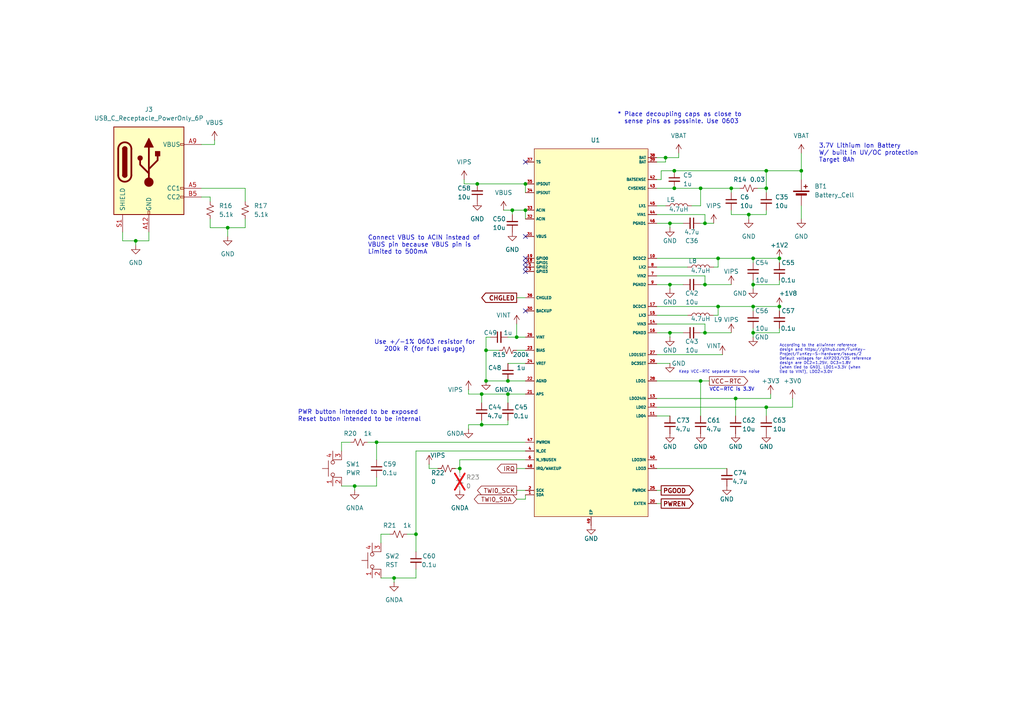
<source format=kicad_sch>
(kicad_sch
	(version 20250114)
	(generator "eeschema")
	(generator_version "9.0")
	(uuid "0e09b19e-b58c-4737-bb1b-e0916faef605")
	(paper "A4")
	(lib_symbols
		(symbol "Connector:USB_C_Receptacle_PowerOnly_6P"
			(pin_names
				(offset 1.016)
			)
			(exclude_from_sim no)
			(in_bom yes)
			(on_board yes)
			(property "Reference" "J"
				(at 0 16.51 0)
				(effects
					(font
						(size 1.27 1.27)
					)
					(justify bottom)
				)
			)
			(property "Value" "USB_C_Receptacle_PowerOnly_6P"
				(at 0 13.97 0)
				(effects
					(font
						(size 1.27 1.27)
					)
					(justify bottom)
				)
			)
			(property "Footprint" ""
				(at 3.81 2.54 0)
				(effects
					(font
						(size 1.27 1.27)
					)
					(hide yes)
				)
			)
			(property "Datasheet" "https://www.usb.org/sites/default/files/documents/usb_type-c.zip"
				(at 0 0 0)
				(effects
					(font
						(size 1.27 1.27)
					)
					(hide yes)
				)
			)
			(property "Description" "USB Power-Only 6P Type-C Receptacle connector"
				(at 0 0 0)
				(effects
					(font
						(size 1.27 1.27)
					)
					(hide yes)
				)
			)
			(property "ki_keywords" "usb universal serial bus type-C power-only charging-only 6P 6C"
				(at 0 0 0)
				(effects
					(font
						(size 1.27 1.27)
					)
					(hide yes)
				)
			)
			(property "ki_fp_filters" "USB*C*Receptacle*"
				(at 0 0 0)
				(effects
					(font
						(size 1.27 1.27)
					)
					(hide yes)
				)
			)
			(symbol "USB_C_Receptacle_PowerOnly_6P_0_0"
				(rectangle
					(start -0.254 -12.7)
					(end 0.254 -11.684)
					(stroke
						(width 0)
						(type default)
					)
					(fill
						(type none)
					)
				)
				(rectangle
					(start 10.16 7.874)
					(end 9.144 7.366)
					(stroke
						(width 0)
						(type default)
					)
					(fill
						(type none)
					)
				)
				(rectangle
					(start 10.16 -4.826)
					(end 9.144 -5.334)
					(stroke
						(width 0)
						(type default)
					)
					(fill
						(type none)
					)
				)
				(rectangle
					(start 10.16 -7.366)
					(end 9.144 -7.874)
					(stroke
						(width 0)
						(type default)
					)
					(fill
						(type none)
					)
				)
			)
			(symbol "USB_C_Receptacle_PowerOnly_6P_0_1"
				(rectangle
					(start -10.16 12.7)
					(end 10.16 -12.7)
					(stroke
						(width 0.254)
						(type default)
					)
					(fill
						(type background)
					)
				)
				(polyline
					(pts
						(xy -8.89 -1.27) (xy -8.89 6.35)
					)
					(stroke
						(width 0.508)
						(type default)
					)
					(fill
						(type none)
					)
				)
				(rectangle
					(start -7.62 -1.27)
					(end -6.35 6.35)
					(stroke
						(width 0.254)
						(type default)
					)
					(fill
						(type outline)
					)
				)
				(arc
					(start -7.62 6.35)
					(mid -6.985 6.9823)
					(end -6.35 6.35)
					(stroke
						(width 0.254)
						(type default)
					)
					(fill
						(type none)
					)
				)
				(arc
					(start -7.62 6.35)
					(mid -6.985 6.9823)
					(end -6.35 6.35)
					(stroke
						(width 0.254)
						(type default)
					)
					(fill
						(type outline)
					)
				)
				(arc
					(start -8.89 6.35)
					(mid -6.985 8.2467)
					(end -5.08 6.35)
					(stroke
						(width 0.508)
						(type default)
					)
					(fill
						(type none)
					)
				)
				(arc
					(start -5.08 -1.27)
					(mid -6.985 -3.1667)
					(end -8.89 -1.27)
					(stroke
						(width 0.508)
						(type default)
					)
					(fill
						(type none)
					)
				)
				(arc
					(start -6.35 -1.27)
					(mid -6.985 -1.9023)
					(end -7.62 -1.27)
					(stroke
						(width 0.254)
						(type default)
					)
					(fill
						(type none)
					)
				)
				(arc
					(start -6.35 -1.27)
					(mid -6.985 -1.9023)
					(end -7.62 -1.27)
					(stroke
						(width 0.254)
						(type default)
					)
					(fill
						(type outline)
					)
				)
				(polyline
					(pts
						(xy -5.08 6.35) (xy -5.08 -1.27)
					)
					(stroke
						(width 0.508)
						(type default)
					)
					(fill
						(type none)
					)
				)
				(circle
					(center -2.54 3.683)
					(radius 0.635)
					(stroke
						(width 0.254)
						(type default)
					)
					(fill
						(type outline)
					)
				)
				(polyline
					(pts
						(xy -1.27 6.858) (xy 0 9.398) (xy 1.27 6.858) (xy -1.27 6.858)
					)
					(stroke
						(width 0.254)
						(type default)
					)
					(fill
						(type outline)
					)
				)
				(polyline
					(pts
						(xy 0 0.508) (xy 2.54 3.048) (xy 2.54 4.318)
					)
					(stroke
						(width 0.508)
						(type default)
					)
					(fill
						(type none)
					)
				)
				(polyline
					(pts
						(xy 0 -0.762) (xy -2.54 1.778) (xy -2.54 3.048)
					)
					(stroke
						(width 0.508)
						(type default)
					)
					(fill
						(type none)
					)
				)
				(polyline
					(pts
						(xy 0 -3.302) (xy 0 6.858)
					)
					(stroke
						(width 0.508)
						(type default)
					)
					(fill
						(type none)
					)
				)
				(circle
					(center 0 -3.302)
					(radius 1.27)
					(stroke
						(width 0)
						(type default)
					)
					(fill
						(type outline)
					)
				)
				(rectangle
					(start 1.905 4.318)
					(end 3.175 5.588)
					(stroke
						(width 0.254)
						(type default)
					)
					(fill
						(type outline)
					)
				)
			)
			(symbol "USB_C_Receptacle_PowerOnly_6P_1_1"
				(pin passive line
					(at -7.62 -17.78 90)
					(length 5.08)
					(name "SHIELD"
						(effects
							(font
								(size 1.27 1.27)
							)
						)
					)
					(number "S1"
						(effects
							(font
								(size 1.27 1.27)
							)
						)
					)
				)
				(pin passive line
					(at 0 -17.78 90)
					(length 5.08)
					(name "GND"
						(effects
							(font
								(size 1.27 1.27)
							)
						)
					)
					(number "A12"
						(effects
							(font
								(size 1.27 1.27)
							)
						)
					)
				)
				(pin passive line
					(at 0 -17.78 90)
					(length 5.08)
					(hide yes)
					(name "GND"
						(effects
							(font
								(size 1.27 1.27)
							)
						)
					)
					(number "B12"
						(effects
							(font
								(size 1.27 1.27)
							)
						)
					)
				)
				(pin passive line
					(at 15.24 7.62 180)
					(length 5.08)
					(name "VBUS"
						(effects
							(font
								(size 1.27 1.27)
							)
						)
					)
					(number "A9"
						(effects
							(font
								(size 1.27 1.27)
							)
						)
					)
				)
				(pin passive line
					(at 15.24 7.62 180)
					(length 5.08)
					(hide yes)
					(name "VBUS"
						(effects
							(font
								(size 1.27 1.27)
							)
						)
					)
					(number "B9"
						(effects
							(font
								(size 1.27 1.27)
							)
						)
					)
				)
				(pin bidirectional line
					(at 15.24 -5.08 180)
					(length 5.08)
					(name "CC1"
						(effects
							(font
								(size 1.27 1.27)
							)
						)
					)
					(number "A5"
						(effects
							(font
								(size 1.27 1.27)
							)
						)
					)
				)
				(pin bidirectional line
					(at 15.24 -7.62 180)
					(length 5.08)
					(name "CC2"
						(effects
							(font
								(size 1.27 1.27)
							)
						)
					)
					(number "B5"
						(effects
							(font
								(size 1.27 1.27)
							)
						)
					)
				)
			)
			(embedded_fonts no)
		)
		(symbol "Device:Battery_Cell"
			(pin_numbers
				(hide yes)
			)
			(pin_names
				(offset 0)
				(hide yes)
			)
			(exclude_from_sim no)
			(in_bom yes)
			(on_board yes)
			(property "Reference" "BT"
				(at 2.54 2.54 0)
				(effects
					(font
						(size 1.27 1.27)
					)
					(justify left)
				)
			)
			(property "Value" "Battery_Cell"
				(at 2.54 0 0)
				(effects
					(font
						(size 1.27 1.27)
					)
					(justify left)
				)
			)
			(property "Footprint" ""
				(at 0 1.524 90)
				(effects
					(font
						(size 1.27 1.27)
					)
					(hide yes)
				)
			)
			(property "Datasheet" "~"
				(at 0 1.524 90)
				(effects
					(font
						(size 1.27 1.27)
					)
					(hide yes)
				)
			)
			(property "Description" "Single-cell battery"
				(at 0 0 0)
				(effects
					(font
						(size 1.27 1.27)
					)
					(hide yes)
				)
			)
			(property "ki_keywords" "battery cell"
				(at 0 0 0)
				(effects
					(font
						(size 1.27 1.27)
					)
					(hide yes)
				)
			)
			(symbol "Battery_Cell_0_1"
				(rectangle
					(start -2.286 1.778)
					(end 2.286 1.524)
					(stroke
						(width 0)
						(type default)
					)
					(fill
						(type outline)
					)
				)
				(rectangle
					(start -1.524 1.016)
					(end 1.524 0.508)
					(stroke
						(width 0)
						(type default)
					)
					(fill
						(type outline)
					)
				)
				(polyline
					(pts
						(xy 0 1.778) (xy 0 2.54)
					)
					(stroke
						(width 0)
						(type default)
					)
					(fill
						(type none)
					)
				)
				(polyline
					(pts
						(xy 0 0.762) (xy 0 0)
					)
					(stroke
						(width 0)
						(type default)
					)
					(fill
						(type none)
					)
				)
				(polyline
					(pts
						(xy 0.762 3.048) (xy 1.778 3.048)
					)
					(stroke
						(width 0.254)
						(type default)
					)
					(fill
						(type none)
					)
				)
				(polyline
					(pts
						(xy 1.27 3.556) (xy 1.27 2.54)
					)
					(stroke
						(width 0.254)
						(type default)
					)
					(fill
						(type none)
					)
				)
			)
			(symbol "Battery_Cell_1_1"
				(pin passive line
					(at 0 5.08 270)
					(length 2.54)
					(name "+"
						(effects
							(font
								(size 1.27 1.27)
							)
						)
					)
					(number "1"
						(effects
							(font
								(size 1.27 1.27)
							)
						)
					)
				)
				(pin passive line
					(at 0 -2.54 90)
					(length 2.54)
					(name "-"
						(effects
							(font
								(size 1.27 1.27)
							)
						)
					)
					(number "2"
						(effects
							(font
								(size 1.27 1.27)
							)
						)
					)
				)
			)
			(embedded_fonts no)
		)
		(symbol "Device:C_Small"
			(pin_numbers
				(hide yes)
			)
			(pin_names
				(offset 0.254)
				(hide yes)
			)
			(exclude_from_sim no)
			(in_bom yes)
			(on_board yes)
			(property "Reference" "C"
				(at 0.254 1.778 0)
				(effects
					(font
						(size 1.27 1.27)
					)
					(justify left)
				)
			)
			(property "Value" "C_Small"
				(at 0.254 -2.032 0)
				(effects
					(font
						(size 1.27 1.27)
					)
					(justify left)
				)
			)
			(property "Footprint" ""
				(at 0 0 0)
				(effects
					(font
						(size 1.27 1.27)
					)
					(hide yes)
				)
			)
			(property "Datasheet" "~"
				(at 0 0 0)
				(effects
					(font
						(size 1.27 1.27)
					)
					(hide yes)
				)
			)
			(property "Description" "Unpolarized capacitor, small symbol"
				(at 0 0 0)
				(effects
					(font
						(size 1.27 1.27)
					)
					(hide yes)
				)
			)
			(property "ki_keywords" "capacitor cap"
				(at 0 0 0)
				(effects
					(font
						(size 1.27 1.27)
					)
					(hide yes)
				)
			)
			(property "ki_fp_filters" "C_*"
				(at 0 0 0)
				(effects
					(font
						(size 1.27 1.27)
					)
					(hide yes)
				)
			)
			(symbol "C_Small_0_1"
				(polyline
					(pts
						(xy -1.524 0.508) (xy 1.524 0.508)
					)
					(stroke
						(width 0.3048)
						(type default)
					)
					(fill
						(type none)
					)
				)
				(polyline
					(pts
						(xy -1.524 -0.508) (xy 1.524 -0.508)
					)
					(stroke
						(width 0.3302)
						(type default)
					)
					(fill
						(type none)
					)
				)
			)
			(symbol "C_Small_1_1"
				(pin passive line
					(at 0 2.54 270)
					(length 2.032)
					(name "~"
						(effects
							(font
								(size 1.27 1.27)
							)
						)
					)
					(number "1"
						(effects
							(font
								(size 1.27 1.27)
							)
						)
					)
				)
				(pin passive line
					(at 0 -2.54 90)
					(length 2.032)
					(name "~"
						(effects
							(font
								(size 1.27 1.27)
							)
						)
					)
					(number "2"
						(effects
							(font
								(size 1.27 1.27)
							)
						)
					)
				)
			)
			(embedded_fonts no)
		)
		(symbol "Device:L"
			(pin_numbers
				(hide yes)
			)
			(pin_names
				(offset 1.016)
				(hide yes)
			)
			(exclude_from_sim no)
			(in_bom yes)
			(on_board yes)
			(property "Reference" "L"
				(at -1.27 0 90)
				(effects
					(font
						(size 1.27 1.27)
					)
				)
			)
			(property "Value" "L"
				(at 1.905 0 90)
				(effects
					(font
						(size 1.27 1.27)
					)
				)
			)
			(property "Footprint" ""
				(at 0 0 0)
				(effects
					(font
						(size 1.27 1.27)
					)
					(hide yes)
				)
			)
			(property "Datasheet" "~"
				(at 0 0 0)
				(effects
					(font
						(size 1.27 1.27)
					)
					(hide yes)
				)
			)
			(property "Description" "Inductor"
				(at 0 0 0)
				(effects
					(font
						(size 1.27 1.27)
					)
					(hide yes)
				)
			)
			(property "ki_keywords" "inductor choke coil reactor magnetic"
				(at 0 0 0)
				(effects
					(font
						(size 1.27 1.27)
					)
					(hide yes)
				)
			)
			(property "ki_fp_filters" "Choke_* *Coil* Inductor_* L_*"
				(at 0 0 0)
				(effects
					(font
						(size 1.27 1.27)
					)
					(hide yes)
				)
			)
			(symbol "L_0_1"
				(arc
					(start 0 2.54)
					(mid 0.6323 1.905)
					(end 0 1.27)
					(stroke
						(width 0)
						(type default)
					)
					(fill
						(type none)
					)
				)
				(arc
					(start 0 1.27)
					(mid 0.6323 0.635)
					(end 0 0)
					(stroke
						(width 0)
						(type default)
					)
					(fill
						(type none)
					)
				)
				(arc
					(start 0 0)
					(mid 0.6323 -0.635)
					(end 0 -1.27)
					(stroke
						(width 0)
						(type default)
					)
					(fill
						(type none)
					)
				)
				(arc
					(start 0 -1.27)
					(mid 0.6323 -1.905)
					(end 0 -2.54)
					(stroke
						(width 0)
						(type default)
					)
					(fill
						(type none)
					)
				)
			)
			(symbol "L_1_1"
				(pin passive line
					(at 0 3.81 270)
					(length 1.27)
					(name "1"
						(effects
							(font
								(size 1.27 1.27)
							)
						)
					)
					(number "1"
						(effects
							(font
								(size 1.27 1.27)
							)
						)
					)
				)
				(pin passive line
					(at 0 -3.81 90)
					(length 1.27)
					(name "2"
						(effects
							(font
								(size 1.27 1.27)
							)
						)
					)
					(number "2"
						(effects
							(font
								(size 1.27 1.27)
							)
						)
					)
				)
			)
			(embedded_fonts no)
		)
		(symbol "Device:R_Small_US"
			(pin_numbers
				(hide yes)
			)
			(pin_names
				(offset 0.254)
				(hide yes)
			)
			(exclude_from_sim no)
			(in_bom yes)
			(on_board yes)
			(property "Reference" "R"
				(at 0.762 0.508 0)
				(effects
					(font
						(size 1.27 1.27)
					)
					(justify left)
				)
			)
			(property "Value" "R_Small_US"
				(at 0.762 -1.016 0)
				(effects
					(font
						(size 1.27 1.27)
					)
					(justify left)
				)
			)
			(property "Footprint" ""
				(at 0 0 0)
				(effects
					(font
						(size 1.27 1.27)
					)
					(hide yes)
				)
			)
			(property "Datasheet" "~"
				(at 0 0 0)
				(effects
					(font
						(size 1.27 1.27)
					)
					(hide yes)
				)
			)
			(property "Description" "Resistor, small US symbol"
				(at 0 0 0)
				(effects
					(font
						(size 1.27 1.27)
					)
					(hide yes)
				)
			)
			(property "ki_keywords" "r resistor"
				(at 0 0 0)
				(effects
					(font
						(size 1.27 1.27)
					)
					(hide yes)
				)
			)
			(property "ki_fp_filters" "R_*"
				(at 0 0 0)
				(effects
					(font
						(size 1.27 1.27)
					)
					(hide yes)
				)
			)
			(symbol "R_Small_US_1_1"
				(polyline
					(pts
						(xy 0 1.524) (xy 1.016 1.143) (xy 0 0.762) (xy -1.016 0.381) (xy 0 0)
					)
					(stroke
						(width 0)
						(type default)
					)
					(fill
						(type none)
					)
				)
				(polyline
					(pts
						(xy 0 0) (xy 1.016 -0.381) (xy 0 -0.762) (xy -1.016 -1.143) (xy 0 -1.524)
					)
					(stroke
						(width 0)
						(type default)
					)
					(fill
						(type none)
					)
				)
				(pin passive line
					(at 0 2.54 270)
					(length 1.016)
					(name "~"
						(effects
							(font
								(size 1.27 1.27)
							)
						)
					)
					(number "1"
						(effects
							(font
								(size 1.27 1.27)
							)
						)
					)
				)
				(pin passive line
					(at 0 -2.54 90)
					(length 1.016)
					(name "~"
						(effects
							(font
								(size 1.27 1.27)
							)
						)
					)
					(number "2"
						(effects
							(font
								(size 1.27 1.27)
							)
						)
					)
				)
			)
			(embedded_fonts no)
		)
		(symbol "Switch:SW_MEC_5E"
			(pin_names
				(offset 1.016)
				(hide yes)
			)
			(exclude_from_sim no)
			(in_bom yes)
			(on_board yes)
			(property "Reference" "SW"
				(at 0.635 5.715 0)
				(effects
					(font
						(size 1.27 1.27)
					)
					(justify left)
				)
			)
			(property "Value" "SW_MEC_5E"
				(at 0 -3.175 0)
				(effects
					(font
						(size 1.27 1.27)
					)
				)
			)
			(property "Footprint" ""
				(at 0 7.62 0)
				(effects
					(font
						(size 1.27 1.27)
					)
					(hide yes)
				)
			)
			(property "Datasheet" "http://www.apem.com/int/index.php?controller=attachment&id_attachment=1371"
				(at 0 7.62 0)
				(effects
					(font
						(size 1.27 1.27)
					)
					(hide yes)
				)
			)
			(property "Description" "MEC 5E single pole normally-open tactile switch"
				(at 0 0 0)
				(effects
					(font
						(size 1.27 1.27)
					)
					(hide yes)
				)
			)
			(property "ki_keywords" "switch normally-open pushbutton push-button"
				(at 0 0 0)
				(effects
					(font
						(size 1.27 1.27)
					)
					(hide yes)
				)
			)
			(property "ki_fp_filters" "SW*MEC*5G*"
				(at 0 0 0)
				(effects
					(font
						(size 1.27 1.27)
					)
					(hide yes)
				)
			)
			(symbol "SW_MEC_5E_0_1"
				(polyline
					(pts
						(xy -2.54 0) (xy -2.54 2.54) (xy -2.286 2.54)
					)
					(stroke
						(width 0)
						(type default)
					)
					(fill
						(type none)
					)
				)
				(polyline
					(pts
						(xy -2.286 3.81) (xy 2.286 3.81)
					)
					(stroke
						(width 0)
						(type default)
					)
					(fill
						(type none)
					)
				)
				(circle
					(center -1.778 2.54)
					(radius 0.508)
					(stroke
						(width 0)
						(type default)
					)
					(fill
						(type none)
					)
				)
				(polyline
					(pts
						(xy 0 3.81) (xy 0 5.588)
					)
					(stroke
						(width 0)
						(type default)
					)
					(fill
						(type none)
					)
				)
				(circle
					(center 1.778 2.54)
					(radius 0.508)
					(stroke
						(width 0)
						(type default)
					)
					(fill
						(type none)
					)
				)
				(polyline
					(pts
						(xy 2.54 0) (xy 2.54 2.54) (xy 2.286 2.54)
					)
					(stroke
						(width 0)
						(type default)
					)
					(fill
						(type none)
					)
				)
				(pin passive line
					(at -5.08 2.54 0)
					(length 2.54)
					(name "1"
						(effects
							(font
								(size 1.27 1.27)
							)
						)
					)
					(number "1"
						(effects
							(font
								(size 1.27 1.27)
							)
						)
					)
				)
				(pin passive line
					(at -5.08 0 0)
					(length 2.54)
					(name "2"
						(effects
							(font
								(size 1.27 1.27)
							)
						)
					)
					(number "2"
						(effects
							(font
								(size 1.27 1.27)
							)
						)
					)
				)
				(pin passive line
					(at 5.08 2.54 180)
					(length 2.54)
					(name "A"
						(effects
							(font
								(size 1.27 1.27)
							)
						)
					)
					(number "4"
						(effects
							(font
								(size 1.27 1.27)
							)
						)
					)
				)
				(pin passive line
					(at 5.08 0 180)
					(length 2.54)
					(name "K"
						(effects
							(font
								(size 1.27 1.27)
							)
						)
					)
					(number "3"
						(effects
							(font
								(size 1.27 1.27)
							)
						)
					)
				)
			)
			(embedded_fonts no)
		)
		(symbol "custom_chips:AXP203"
			(exclude_from_sim no)
			(in_bom yes)
			(on_board yes)
			(property "Reference" "U1"
				(at 0 58.42 0)
				(effects
					(font
						(size 1.27 1.27)
					)
				)
			)
			(property "Value" "AXP203"
				(at 24.13 35.5667 0)
				(effects
					(font
						(size 1.27 1.27)
					)
					(hide yes)
				)
			)
			(property "Footprint" "Package_DFN_QFN:QFN-48-1EP_6x6mm_P0.4mm_EP4.2x4.2mm"
				(at 69.088 9.144 0)
				(effects
					(font
						(size 1.27 1.27)
					)
					(hide yes)
				)
			)
			(property "Datasheet" "https://linux-sunxi.org/images/a/aa/Allwinner_AXP203_Datasheet_V1.0.pdf"
				(at 75.184 6.096 0)
				(effects
					(font
						(size 1.27 1.27)
					)
					(hide yes)
				)
			)
			(property "Description" "PMIC Chip"
				(at 69.088 11.684 0)
				(effects
					(font
						(size 1.27 1.27)
					)
					(hide yes)
				)
			)
			(property "DPN" ""
				(at 0 -1.27 0)
				(effects
					(font
						(size 1.27 1.27)
					)
					(hide yes)
				)
			)
			(property "Distributor" ""
				(at 0 -1.27 0)
				(effects
					(font
						(size 1.27 1.27)
					)
					(hide yes)
				)
			)
			(symbol "AXP203_0_1"
				(rectangle
					(start -16.51 53.34)
					(end 16.51 -53.34)
					(stroke
						(width 0)
						(type default)
					)
					(fill
						(type color)
						(color 255 255 194 1)
					)
				)
			)
			(symbol "AXP203_1_1"
				(pin input line
					(at -19.05 49.53 0)
					(length 2.54)
					(name "TS"
						(effects
							(font
								(size 0.762 0.762)
							)
						)
					)
					(number "37"
						(effects
							(font
								(size 0.762 0.762)
							)
						)
					)
				)
				(pin bidirectional line
					(at -19.05 43.18 0)
					(length 2.54)
					(name "IPSOUT"
						(effects
							(font
								(size 0.762 0.762)
							)
						)
					)
					(number "35"
						(effects
							(font
								(size 0.762 0.762)
							)
						)
					)
				)
				(pin bidirectional line
					(at -19.05 40.64 0)
					(length 2.54)
					(name "IPSOUT"
						(effects
							(font
								(size 0.762 0.762)
							)
						)
					)
					(number "34"
						(effects
							(font
								(size 0.762 0.762)
							)
						)
					)
				)
				(pin power_in line
					(at -19.05 35.56 0)
					(length 2.54)
					(name "ACIN"
						(effects
							(font
								(size 0.762 0.762)
							)
						)
					)
					(number "33"
						(effects
							(font
								(size 0.762 0.762)
							)
						)
					)
				)
				(pin power_in line
					(at -19.05 33.02 0)
					(length 2.54)
					(name "ACIN"
						(effects
							(font
								(size 0.762 0.762)
							)
						)
					)
					(number "32"
						(effects
							(font
								(size 0.762 0.762)
							)
						)
					)
				)
				(pin power_in line
					(at -19.05 27.94 0)
					(length 2.54)
					(name "VBUS"
						(effects
							(font
								(size 0.762 0.762)
							)
						)
					)
					(number "31"
						(effects
							(font
								(size 0.762 0.762)
							)
						)
					)
				)
				(pin bidirectional line
					(at -19.05 21.59 0)
					(length 2.54)
					(name "GPIO0"
						(effects
							(font
								(size 0.762 0.762)
							)
						)
					)
					(number "19"
						(effects
							(font
								(size 0.762 0.762)
							)
						)
					)
				)
				(pin bidirectional line
					(at -19.05 20.32 0)
					(length 2.54)
					(name "GPIO1"
						(effects
							(font
								(size 0.762 0.762)
							)
						)
					)
					(number "18"
						(effects
							(font
								(size 0.762 0.762)
							)
						)
					)
				)
				(pin bidirectional line
					(at -19.05 19.05 0)
					(length 2.54)
					(name "GPI02"
						(effects
							(font
								(size 0.762 0.762)
							)
						)
					)
					(number "5"
						(effects
							(font
								(size 0.762 0.762)
							)
						)
					)
				)
				(pin bidirectional line
					(at -19.05 17.78 0)
					(length 2.54)
					(name "GPI03"
						(effects
							(font
								(size 0.762 0.762)
							)
						)
					)
					(number "3"
						(effects
							(font
								(size 0.762 0.762)
							)
						)
					)
				)
				(pin output line
					(at -19.05 10.16 0)
					(length 2.54)
					(name "CHGLED"
						(effects
							(font
								(size 0.762 0.762)
							)
						)
					)
					(number "36"
						(effects
							(font
								(size 0.762 0.762)
							)
						)
					)
				)
				(pin bidirectional line
					(at -19.05 6.35 0)
					(length 2.54)
					(name "BACKUP"
						(effects
							(font
								(size 0.762 0.762)
							)
						)
					)
					(number "30"
						(effects
							(font
								(size 0.762 0.762)
							)
						)
					)
				)
				(pin output line
					(at -19.05 -1.27 0)
					(length 2.54)
					(name "VINT"
						(effects
							(font
								(size 0.762 0.762)
							)
						)
					)
					(number "26"
						(effects
							(font
								(size 0.762 0.762)
							)
						)
					)
				)
				(pin bidirectional line
					(at -19.05 -5.08 0)
					(length 2.54)
					(name "BIAS"
						(effects
							(font
								(size 0.762 0.762)
							)
						)
					)
					(number "23"
						(effects
							(font
								(size 0.762 0.762)
							)
						)
					)
				)
				(pin output line
					(at -19.05 -8.89 0)
					(length 2.54)
					(name "VREF"
						(effects
							(font
								(size 0.762 0.762)
							)
						)
					)
					(number "24"
						(effects
							(font
								(size 0.762 0.762)
							)
						)
					)
				)
				(pin input line
					(at -19.05 -13.97 0)
					(length 2.54)
					(name "AGND"
						(effects
							(font
								(size 0.762 0.762)
							)
						)
					)
					(number "22"
						(effects
							(font
								(size 0.762 0.762)
							)
						)
					)
				)
				(pin power_in line
					(at -19.05 -17.78 0)
					(length 2.54)
					(name "APS"
						(effects
							(font
								(size 0.762 0.762)
							)
						)
					)
					(number "21"
						(effects
							(font
								(size 0.762 0.762)
							)
						)
					)
				)
				(pin input line
					(at -19.05 -31.75 0)
					(length 2.54)
					(name "PWRON"
						(effects
							(font
								(size 0.762 0.762)
							)
						)
					)
					(number "47"
						(effects
							(font
								(size 0.762 0.762)
							)
						)
					)
				)
				(pin input line
					(at -19.05 -34.29 0)
					(length 2.54)
					(name "N_OE"
						(effects
							(font
								(size 0.762 0.762)
							)
						)
					)
					(number "4"
						(effects
							(font
								(size 0.762 0.762)
							)
						)
					)
				)
				(pin input line
					(at -19.05 -36.83 0)
					(length 2.54)
					(name "N_VBUSEN"
						(effects
							(font
								(size 0.762 0.762)
							)
						)
					)
					(number "6"
						(effects
							(font
								(size 0.762 0.762)
							)
						)
					)
				)
				(pin bidirectional line
					(at -19.05 -39.37 0)
					(length 2.54)
					(name "IRQ/WAKEUP"
						(effects
							(font
								(size 0.762 0.762)
							)
						)
					)
					(number "48"
						(effects
							(font
								(size 0.762 0.762)
							)
						)
					)
				)
				(pin input line
					(at -19.05 -45.72 0)
					(length 2.54)
					(name "SCK"
						(effects
							(font
								(size 0.762 0.762)
							)
						)
					)
					(number "2"
						(effects
							(font
								(size 0.762 0.762)
							)
						)
					)
				)
				(pin bidirectional line
					(at -19.05 -46.99 0)
					(length 2.54)
					(name "SDA"
						(effects
							(font
								(size 0.762 0.762)
							)
						)
					)
					(number "1"
						(effects
							(font
								(size 0.762 0.762)
							)
						)
					)
				)
				(pin input line
					(at 0 -55.88 90)
					(length 2.54)
					(name "EP"
						(effects
							(font
								(size 0.762 0.762)
							)
						)
					)
					(number "49"
						(effects
							(font
								(size 0.762 0.762)
							)
						)
					)
				)
				(pin power_out line
					(at 19.05 50.8 180)
					(length 2.54)
					(name "BAT"
						(effects
							(font
								(size 0.762 0.762)
							)
						)
					)
					(number "38"
						(effects
							(font
								(size 0.762 0.762)
							)
						)
					)
				)
				(pin power_out line
					(at 19.05 49.53 180)
					(length 2.54)
					(name "BAT"
						(effects
							(font
								(size 0.762 0.762)
							)
						)
					)
					(number "39"
						(effects
							(font
								(size 0.762 0.762)
							)
						)
					)
				)
				(pin input line
					(at 19.05 44.45 180)
					(length 2.54)
					(name "BATSENSE"
						(effects
							(font
								(size 0.762 0.762)
							)
						)
					)
					(number "42"
						(effects
							(font
								(size 0.762 0.762)
							)
						)
					)
				)
				(pin input line
					(at 19.05 41.91 180)
					(length 2.54)
					(name "CHSENSE"
						(effects
							(font
								(size 0.762 0.762)
							)
						)
					)
					(number "43"
						(effects
							(font
								(size 0.762 0.762)
							)
						)
					)
				)
				(pin bidirectional line
					(at 19.05 36.83 180)
					(length 2.54)
					(name "LX1"
						(effects
							(font
								(size 0.762 0.762)
							)
						)
					)
					(number "45"
						(effects
							(font
								(size 0.762 0.762)
							)
						)
					)
				)
				(pin power_in line
					(at 19.05 34.29 180)
					(length 2.54)
					(name "VIN1"
						(effects
							(font
								(size 0.762 0.762)
							)
						)
					)
					(number "44"
						(effects
							(font
								(size 0.762 0.762)
							)
						)
					)
				)
				(pin power_in line
					(at 19.05 31.75 180)
					(length 2.54)
					(name "PGND1"
						(effects
							(font
								(size 0.762 0.762)
							)
						)
					)
					(number "46"
						(effects
							(font
								(size 0.762 0.762)
							)
						)
					)
				)
				(pin input line
					(at 19.05 21.59 180)
					(length 2.54)
					(name "DCDC2"
						(effects
							(font
								(size 0.762 0.762)
							)
						)
					)
					(number "10"
						(effects
							(font
								(size 0.762 0.762)
							)
						)
					)
				)
				(pin bidirectional line
					(at 19.05 19.05 180)
					(length 2.54)
					(name "LX2"
						(effects
							(font
								(size 0.762 0.762)
							)
						)
					)
					(number "8"
						(effects
							(font
								(size 0.762 0.762)
							)
						)
					)
				)
				(pin power_in line
					(at 19.05 16.51 180)
					(length 2.54)
					(name "VIN2"
						(effects
							(font
								(size 0.762 0.762)
							)
						)
					)
					(number "7"
						(effects
							(font
								(size 0.762 0.762)
							)
						)
					)
				)
				(pin power_in line
					(at 19.05 13.97 180)
					(length 2.54)
					(name "PGND2"
						(effects
							(font
								(size 0.762 0.762)
							)
						)
					)
					(number "9"
						(effects
							(font
								(size 0.762 0.762)
							)
						)
					)
				)
				(pin input line
					(at 19.05 7.62 180)
					(length 2.54)
					(name "DCDC3"
						(effects
							(font
								(size 0.762 0.762)
							)
						)
					)
					(number "17"
						(effects
							(font
								(size 0.762 0.762)
							)
						)
					)
				)
				(pin bidirectional line
					(at 19.05 5.08 180)
					(length 2.54)
					(name "LX3"
						(effects
							(font
								(size 0.762 0.762)
							)
						)
					)
					(number "15"
						(effects
							(font
								(size 0.762 0.762)
							)
						)
					)
				)
				(pin power_in line
					(at 19.05 2.54 180)
					(length 2.54)
					(name "VIN3"
						(effects
							(font
								(size 0.762 0.762)
							)
						)
					)
					(number "14"
						(effects
							(font
								(size 0.762 0.762)
							)
						)
					)
				)
				(pin power_in line
					(at 19.05 0 180)
					(length 2.54)
					(name "PGND3"
						(effects
							(font
								(size 0.762 0.762)
							)
						)
					)
					(number "16"
						(effects
							(font
								(size 0.762 0.762)
							)
						)
					)
				)
				(pin input line
					(at 19.05 -6.35 180)
					(length 2.54)
					(name "LDO1SET"
						(effects
							(font
								(size 0.762 0.762)
							)
						)
					)
					(number "27"
						(effects
							(font
								(size 0.762 0.762)
							)
						)
					)
				)
				(pin input line
					(at 19.05 -8.89 180)
					(length 2.54)
					(name "DC3SET"
						(effects
							(font
								(size 0.762 0.762)
							)
						)
					)
					(number "29"
						(effects
							(font
								(size 0.762 0.762)
							)
						)
					)
				)
				(pin output line
					(at 19.05 -13.97 180)
					(length 2.54)
					(name "LDO1"
						(effects
							(font
								(size 0.762 0.762)
							)
						)
					)
					(number "28"
						(effects
							(font
								(size 0.762 0.762)
							)
						)
					)
				)
				(pin power_in line
					(at 19.05 -19.05 180)
					(length 2.54)
					(name "LDO24IN"
						(effects
							(font
								(size 0.762 0.762)
							)
						)
					)
					(number "13"
						(effects
							(font
								(size 0.762 0.762)
							)
						)
					)
				)
				(pin power_out line
					(at 19.05 -21.59 180)
					(length 2.54)
					(name "LD02"
						(effects
							(font
								(size 0.762 0.762)
							)
						)
					)
					(number "12"
						(effects
							(font
								(size 0.762 0.762)
							)
						)
					)
				)
				(pin power_out line
					(at 19.05 -24.13 180)
					(length 2.54)
					(name "LD04"
						(effects
							(font
								(size 0.762 0.762)
							)
						)
					)
					(number "11"
						(effects
							(font
								(size 0.762 0.762)
							)
						)
					)
				)
				(pin power_in line
					(at 19.05 -36.83 180)
					(length 2.54)
					(name "LDO3IN"
						(effects
							(font
								(size 0.762 0.762)
							)
						)
					)
					(number "40"
						(effects
							(font
								(size 0.762 0.762)
							)
						)
					)
				)
				(pin power_out line
					(at 19.05 -39.37 180)
					(length 2.54)
					(name "LDO3"
						(effects
							(font
								(size 0.762 0.762)
							)
						)
					)
					(number "41"
						(effects
							(font
								(size 0.762 0.762)
							)
						)
					)
				)
				(pin output line
					(at 19.05 -45.72 180)
					(length 2.54)
					(name "PWROK"
						(effects
							(font
								(size 0.762 0.762)
							)
						)
					)
					(number "25"
						(effects
							(font
								(size 0.762 0.762)
							)
						)
					)
				)
				(pin output line
					(at 19.05 -49.53 180)
					(length 2.54)
					(name "EXTEN"
						(effects
							(font
								(size 0.762 0.762)
							)
						)
					)
					(number "20"
						(effects
							(font
								(size 0.762 0.762)
							)
						)
					)
				)
			)
			(embedded_fonts no)
		)
		(symbol "custom_chips:VBAT"
			(power)
			(pin_numbers
				(hide yes)
			)
			(pin_names
				(offset 0)
				(hide yes)
			)
			(exclude_from_sim no)
			(in_bom yes)
			(on_board yes)
			(property "Reference" "#PWR"
				(at 0 -3.81 0)
				(effects
					(font
						(size 1.27 1.27)
					)
					(hide yes)
				)
			)
			(property "Value" "VBAT"
				(at 0 5.08 0)
				(effects
					(font
						(size 1.27 1.27)
					)
				)
			)
			(property "Footprint" ""
				(at 0 0 0)
				(effects
					(font
						(size 1.27 1.27)
					)
					(hide yes)
				)
			)
			(property "Datasheet" ""
				(at 0 0 0)
				(effects
					(font
						(size 1.27 1.27)
					)
					(hide yes)
				)
			)
			(property "Description" "Power symbol creates a global label with name \"VBAT\""
				(at 0 0 0)
				(effects
					(font
						(size 1.27 1.27)
					)
					(hide yes)
				)
			)
			(property "ki_keywords" "global power"
				(at 0 0 0)
				(effects
					(font
						(size 1.27 1.27)
					)
					(hide yes)
				)
			)
			(symbol "VBAT_0_1"
				(polyline
					(pts
						(xy -0.762 1.27) (xy 0 2.54)
					)
					(stroke
						(width 0)
						(type default)
					)
					(fill
						(type none)
					)
				)
				(polyline
					(pts
						(xy 0 2.54) (xy 0.762 1.27)
					)
					(stroke
						(width 0)
						(type default)
					)
					(fill
						(type none)
					)
				)
				(polyline
					(pts
						(xy 0 0) (xy 0 2.54)
					)
					(stroke
						(width 0)
						(type default)
					)
					(fill
						(type none)
					)
				)
			)
			(symbol "VBAT_1_1"
				(pin power_in line
					(at 0 0 90)
					(length 0)
					(name "~"
						(effects
							(font
								(size 1.27 1.27)
							)
						)
					)
					(number "1"
						(effects
							(font
								(size 1.27 1.27)
							)
						)
					)
				)
			)
			(embedded_fonts no)
		)
		(symbol "custom_chips:VINT"
			(power)
			(pin_numbers
				(hide yes)
			)
			(pin_names
				(offset 0)
				(hide yes)
			)
			(exclude_from_sim no)
			(in_bom yes)
			(on_board yes)
			(property "Reference" "#PWR037"
				(at 0 -3.81 0)
				(effects
					(font
						(size 1.27 1.27)
					)
					(hide yes)
				)
			)
			(property "Value" "VINT"
				(at 3.81 1.27 0)
				(effects
					(font
						(size 1.27 1.27)
					)
				)
			)
			(property "Footprint" ""
				(at 0 0 0)
				(effects
					(font
						(size 1.27 1.27)
					)
					(hide yes)
				)
			)
			(property "Datasheet" ""
				(at 0 0 0)
				(effects
					(font
						(size 1.27 1.27)
					)
					(hide yes)
				)
			)
			(property "Description" "Power symbol creates a global label with name \"VISP\""
				(at 0 0 0)
				(effects
					(font
						(size 1.27 1.27)
					)
					(hide yes)
				)
			)
			(property "ki_keywords" "global power"
				(at 0 0 0)
				(effects
					(font
						(size 1.27 1.27)
					)
					(hide yes)
				)
			)
			(symbol "VINT_0_1"
				(polyline
					(pts
						(xy -0.762 1.27) (xy 0 2.54)
					)
					(stroke
						(width 0)
						(type default)
					)
					(fill
						(type none)
					)
				)
				(polyline
					(pts
						(xy 0 2.54) (xy 0.762 1.27)
					)
					(stroke
						(width 0)
						(type default)
					)
					(fill
						(type none)
					)
				)
				(polyline
					(pts
						(xy 0 0) (xy 0 2.54)
					)
					(stroke
						(width 0)
						(type default)
					)
					(fill
						(type none)
					)
				)
			)
			(symbol "VINT_1_1"
				(pin power_in line
					(at 0 0 90)
					(length 0)
					(name "~"
						(effects
							(font
								(size 1.27 1.27)
							)
						)
					)
					(number "1"
						(effects
							(font
								(size 1.27 1.27)
							)
						)
					)
				)
			)
			(embedded_fonts no)
		)
		(symbol "custom_chips:VIPS"
			(power)
			(pin_numbers
				(hide yes)
			)
			(pin_names
				(offset 0)
				(hide yes)
			)
			(exclude_from_sim no)
			(in_bom yes)
			(on_board yes)
			(property "Reference" "#PWR024"
				(at 0 -3.81 0)
				(effects
					(font
						(size 1.27 1.27)
					)
					(hide yes)
				)
			)
			(property "Value" "VIPS"
				(at 0 5.08 0)
				(effects
					(font
						(size 1.27 1.27)
					)
				)
			)
			(property "Footprint" ""
				(at 0 0 0)
				(effects
					(font
						(size 1.27 1.27)
					)
					(hide yes)
				)
			)
			(property "Datasheet" ""
				(at 0 0 0)
				(effects
					(font
						(size 1.27 1.27)
					)
					(hide yes)
				)
			)
			(property "Description" "Power symbol creates a global label with name \"VISP\""
				(at 0 0 0)
				(effects
					(font
						(size 1.27 1.27)
					)
					(hide yes)
				)
			)
			(property "ki_keywords" "global power"
				(at 0 0 0)
				(effects
					(font
						(size 1.27 1.27)
					)
					(hide yes)
				)
			)
			(symbol "VIPS_0_1"
				(polyline
					(pts
						(xy -0.762 1.27) (xy 0 2.54)
					)
					(stroke
						(width 0)
						(type default)
					)
					(fill
						(type none)
					)
				)
				(polyline
					(pts
						(xy 0 2.54) (xy 0.762 1.27)
					)
					(stroke
						(width 0)
						(type default)
					)
					(fill
						(type none)
					)
				)
				(polyline
					(pts
						(xy 0 0) (xy 0 2.54)
					)
					(stroke
						(width 0)
						(type default)
					)
					(fill
						(type none)
					)
				)
			)
			(symbol "VIPS_1_1"
				(pin power_in line
					(at 0 0 90)
					(length 0)
					(name "~"
						(effects
							(font
								(size 1.27 1.27)
							)
						)
					)
					(number "1"
						(effects
							(font
								(size 1.27 1.27)
							)
						)
					)
				)
			)
			(embedded_fonts no)
		)
		(symbol "power:+1V2"
			(power)
			(pin_numbers
				(hide yes)
			)
			(pin_names
				(offset 0)
				(hide yes)
			)
			(exclude_from_sim no)
			(in_bom yes)
			(on_board yes)
			(property "Reference" "#PWR"
				(at 0 -3.81 0)
				(effects
					(font
						(size 1.27 1.27)
					)
					(hide yes)
				)
			)
			(property "Value" "+1V2"
				(at 0 3.556 0)
				(effects
					(font
						(size 1.27 1.27)
					)
				)
			)
			(property "Footprint" ""
				(at 0 0 0)
				(effects
					(font
						(size 1.27 1.27)
					)
					(hide yes)
				)
			)
			(property "Datasheet" ""
				(at 0 0 0)
				(effects
					(font
						(size 1.27 1.27)
					)
					(hide yes)
				)
			)
			(property "Description" "Power symbol creates a global label with name \"+1V2\""
				(at 0 0 0)
				(effects
					(font
						(size 1.27 1.27)
					)
					(hide yes)
				)
			)
			(property "ki_keywords" "global power"
				(at 0 0 0)
				(effects
					(font
						(size 1.27 1.27)
					)
					(hide yes)
				)
			)
			(symbol "+1V2_0_1"
				(polyline
					(pts
						(xy -0.762 1.27) (xy 0 2.54)
					)
					(stroke
						(width 0)
						(type default)
					)
					(fill
						(type none)
					)
				)
				(polyline
					(pts
						(xy 0 2.54) (xy 0.762 1.27)
					)
					(stroke
						(width 0)
						(type default)
					)
					(fill
						(type none)
					)
				)
				(polyline
					(pts
						(xy 0 0) (xy 0 2.54)
					)
					(stroke
						(width 0)
						(type default)
					)
					(fill
						(type none)
					)
				)
			)
			(symbol "+1V2_1_1"
				(pin power_in line
					(at 0 0 90)
					(length 0)
					(name "~"
						(effects
							(font
								(size 1.27 1.27)
							)
						)
					)
					(number "1"
						(effects
							(font
								(size 1.27 1.27)
							)
						)
					)
				)
			)
			(embedded_fonts no)
		)
		(symbol "power:+1V8"
			(power)
			(pin_numbers
				(hide yes)
			)
			(pin_names
				(offset 0)
				(hide yes)
			)
			(exclude_from_sim no)
			(in_bom yes)
			(on_board yes)
			(property "Reference" "#PWR"
				(at 0 -3.81 0)
				(effects
					(font
						(size 1.27 1.27)
					)
					(hide yes)
				)
			)
			(property "Value" "+1V8"
				(at 0 3.556 0)
				(effects
					(font
						(size 1.27 1.27)
					)
				)
			)
			(property "Footprint" ""
				(at 0 0 0)
				(effects
					(font
						(size 1.27 1.27)
					)
					(hide yes)
				)
			)
			(property "Datasheet" ""
				(at 0 0 0)
				(effects
					(font
						(size 1.27 1.27)
					)
					(hide yes)
				)
			)
			(property "Description" "Power symbol creates a global label with name \"+1V8\""
				(at 0 0 0)
				(effects
					(font
						(size 1.27 1.27)
					)
					(hide yes)
				)
			)
			(property "ki_keywords" "global power"
				(at 0 0 0)
				(effects
					(font
						(size 1.27 1.27)
					)
					(hide yes)
				)
			)
			(symbol "+1V8_0_1"
				(polyline
					(pts
						(xy -0.762 1.27) (xy 0 2.54)
					)
					(stroke
						(width 0)
						(type default)
					)
					(fill
						(type none)
					)
				)
				(polyline
					(pts
						(xy 0 2.54) (xy 0.762 1.27)
					)
					(stroke
						(width 0)
						(type default)
					)
					(fill
						(type none)
					)
				)
				(polyline
					(pts
						(xy 0 0) (xy 0 2.54)
					)
					(stroke
						(width 0)
						(type default)
					)
					(fill
						(type none)
					)
				)
			)
			(symbol "+1V8_1_1"
				(pin power_in line
					(at 0 0 90)
					(length 0)
					(name "~"
						(effects
							(font
								(size 1.27 1.27)
							)
						)
					)
					(number "1"
						(effects
							(font
								(size 1.27 1.27)
							)
						)
					)
				)
			)
			(embedded_fonts no)
		)
		(symbol "power:+3V0"
			(power)
			(pin_numbers
				(hide yes)
			)
			(pin_names
				(offset 0)
				(hide yes)
			)
			(exclude_from_sim no)
			(in_bom yes)
			(on_board yes)
			(property "Reference" "#PWR"
				(at 0 -3.81 0)
				(effects
					(font
						(size 1.27 1.27)
					)
					(hide yes)
				)
			)
			(property "Value" "+3V0"
				(at 0 3.556 0)
				(effects
					(font
						(size 1.27 1.27)
					)
				)
			)
			(property "Footprint" ""
				(at 0 0 0)
				(effects
					(font
						(size 1.27 1.27)
					)
					(hide yes)
				)
			)
			(property "Datasheet" ""
				(at 0 0 0)
				(effects
					(font
						(size 1.27 1.27)
					)
					(hide yes)
				)
			)
			(property "Description" "Power symbol creates a global label with name \"+3V0\""
				(at 0 0 0)
				(effects
					(font
						(size 1.27 1.27)
					)
					(hide yes)
				)
			)
			(property "ki_keywords" "global power"
				(at 0 0 0)
				(effects
					(font
						(size 1.27 1.27)
					)
					(hide yes)
				)
			)
			(symbol "+3V0_0_1"
				(polyline
					(pts
						(xy -0.762 1.27) (xy 0 2.54)
					)
					(stroke
						(width 0)
						(type default)
					)
					(fill
						(type none)
					)
				)
				(polyline
					(pts
						(xy 0 2.54) (xy 0.762 1.27)
					)
					(stroke
						(width 0)
						(type default)
					)
					(fill
						(type none)
					)
				)
				(polyline
					(pts
						(xy 0 0) (xy 0 2.54)
					)
					(stroke
						(width 0)
						(type default)
					)
					(fill
						(type none)
					)
				)
			)
			(symbol "+3V0_1_1"
				(pin power_in line
					(at 0 0 90)
					(length 0)
					(name "~"
						(effects
							(font
								(size 1.27 1.27)
							)
						)
					)
					(number "1"
						(effects
							(font
								(size 1.27 1.27)
							)
						)
					)
				)
			)
			(embedded_fonts no)
		)
		(symbol "power:+3V3"
			(power)
			(pin_numbers
				(hide yes)
			)
			(pin_names
				(offset 0)
				(hide yes)
			)
			(exclude_from_sim no)
			(in_bom yes)
			(on_board yes)
			(property "Reference" "#PWR"
				(at 0 -3.81 0)
				(effects
					(font
						(size 1.27 1.27)
					)
					(hide yes)
				)
			)
			(property "Value" "+3V3"
				(at 0 3.556 0)
				(effects
					(font
						(size 1.27 1.27)
					)
				)
			)
			(property "Footprint" ""
				(at 0 0 0)
				(effects
					(font
						(size 1.27 1.27)
					)
					(hide yes)
				)
			)
			(property "Datasheet" ""
				(at 0 0 0)
				(effects
					(font
						(size 1.27 1.27)
					)
					(hide yes)
				)
			)
			(property "Description" "Power symbol creates a global label with name \"+3V3\""
				(at 0 0 0)
				(effects
					(font
						(size 1.27 1.27)
					)
					(hide yes)
				)
			)
			(property "ki_keywords" "global power"
				(at 0 0 0)
				(effects
					(font
						(size 1.27 1.27)
					)
					(hide yes)
				)
			)
			(symbol "+3V3_0_1"
				(polyline
					(pts
						(xy -0.762 1.27) (xy 0 2.54)
					)
					(stroke
						(width 0)
						(type default)
					)
					(fill
						(type none)
					)
				)
				(polyline
					(pts
						(xy 0 2.54) (xy 0.762 1.27)
					)
					(stroke
						(width 0)
						(type default)
					)
					(fill
						(type none)
					)
				)
				(polyline
					(pts
						(xy 0 0) (xy 0 2.54)
					)
					(stroke
						(width 0)
						(type default)
					)
					(fill
						(type none)
					)
				)
			)
			(symbol "+3V3_1_1"
				(pin power_in line
					(at 0 0 90)
					(length 0)
					(name "~"
						(effects
							(font
								(size 1.27 1.27)
							)
						)
					)
					(number "1"
						(effects
							(font
								(size 1.27 1.27)
							)
						)
					)
				)
			)
			(embedded_fonts no)
		)
		(symbol "power:GND"
			(power)
			(pin_numbers
				(hide yes)
			)
			(pin_names
				(offset 0)
				(hide yes)
			)
			(exclude_from_sim no)
			(in_bom yes)
			(on_board yes)
			(property "Reference" "#PWR"
				(at 0 -6.35 0)
				(effects
					(font
						(size 1.27 1.27)
					)
					(hide yes)
				)
			)
			(property "Value" "GND"
				(at 0 -3.81 0)
				(effects
					(font
						(size 1.27 1.27)
					)
				)
			)
			(property "Footprint" ""
				(at 0 0 0)
				(effects
					(font
						(size 1.27 1.27)
					)
					(hide yes)
				)
			)
			(property "Datasheet" ""
				(at 0 0 0)
				(effects
					(font
						(size 1.27 1.27)
					)
					(hide yes)
				)
			)
			(property "Description" "Power symbol creates a global label with name \"GND\" , ground"
				(at 0 0 0)
				(effects
					(font
						(size 1.27 1.27)
					)
					(hide yes)
				)
			)
			(property "ki_keywords" "global power"
				(at 0 0 0)
				(effects
					(font
						(size 1.27 1.27)
					)
					(hide yes)
				)
			)
			(symbol "GND_0_1"
				(polyline
					(pts
						(xy 0 0) (xy 0 -1.27) (xy 1.27 -1.27) (xy 0 -2.54) (xy -1.27 -1.27) (xy 0 -1.27)
					)
					(stroke
						(width 0)
						(type default)
					)
					(fill
						(type none)
					)
				)
			)
			(symbol "GND_1_1"
				(pin power_in line
					(at 0 0 270)
					(length 0)
					(name "~"
						(effects
							(font
								(size 1.27 1.27)
							)
						)
					)
					(number "1"
						(effects
							(font
								(size 1.27 1.27)
							)
						)
					)
				)
			)
			(embedded_fonts no)
		)
		(symbol "power:GNDA"
			(power)
			(pin_numbers
				(hide yes)
			)
			(pin_names
				(offset 0)
				(hide yes)
			)
			(exclude_from_sim no)
			(in_bom yes)
			(on_board yes)
			(property "Reference" "#PWR"
				(at 0 -6.35 0)
				(effects
					(font
						(size 1.27 1.27)
					)
					(hide yes)
				)
			)
			(property "Value" "GNDA"
				(at 0 -3.81 0)
				(effects
					(font
						(size 1.27 1.27)
					)
				)
			)
			(property "Footprint" ""
				(at 0 0 0)
				(effects
					(font
						(size 1.27 1.27)
					)
					(hide yes)
				)
			)
			(property "Datasheet" ""
				(at 0 0 0)
				(effects
					(font
						(size 1.27 1.27)
					)
					(hide yes)
				)
			)
			(property "Description" "Power symbol creates a global label with name \"GNDA\" , analog ground"
				(at 0 0 0)
				(effects
					(font
						(size 1.27 1.27)
					)
					(hide yes)
				)
			)
			(property "ki_keywords" "global power"
				(at 0 0 0)
				(effects
					(font
						(size 1.27 1.27)
					)
					(hide yes)
				)
			)
			(symbol "GNDA_0_1"
				(polyline
					(pts
						(xy 0 0) (xy 0 -1.27) (xy 1.27 -1.27) (xy 0 -2.54) (xy -1.27 -1.27) (xy 0 -1.27)
					)
					(stroke
						(width 0)
						(type default)
					)
					(fill
						(type none)
					)
				)
			)
			(symbol "GNDA_1_1"
				(pin power_in line
					(at 0 0 270)
					(length 0)
					(name "~"
						(effects
							(font
								(size 1.27 1.27)
							)
						)
					)
					(number "1"
						(effects
							(font
								(size 1.27 1.27)
							)
						)
					)
				)
			)
			(embedded_fonts no)
		)
		(symbol "power:VBUS"
			(power)
			(pin_numbers
				(hide yes)
			)
			(pin_names
				(offset 0)
				(hide yes)
			)
			(exclude_from_sim no)
			(in_bom yes)
			(on_board yes)
			(property "Reference" "#PWR"
				(at 0 -3.81 0)
				(effects
					(font
						(size 1.27 1.27)
					)
					(hide yes)
				)
			)
			(property "Value" "VBUS"
				(at 0 3.556 0)
				(effects
					(font
						(size 1.27 1.27)
					)
				)
			)
			(property "Footprint" ""
				(at 0 0 0)
				(effects
					(font
						(size 1.27 1.27)
					)
					(hide yes)
				)
			)
			(property "Datasheet" ""
				(at 0 0 0)
				(effects
					(font
						(size 1.27 1.27)
					)
					(hide yes)
				)
			)
			(property "Description" "Power symbol creates a global label with name \"VBUS\""
				(at 0 0 0)
				(effects
					(font
						(size 1.27 1.27)
					)
					(hide yes)
				)
			)
			(property "ki_keywords" "global power"
				(at 0 0 0)
				(effects
					(font
						(size 1.27 1.27)
					)
					(hide yes)
				)
			)
			(symbol "VBUS_0_1"
				(polyline
					(pts
						(xy -0.762 1.27) (xy 0 2.54)
					)
					(stroke
						(width 0)
						(type default)
					)
					(fill
						(type none)
					)
				)
				(polyline
					(pts
						(xy 0 2.54) (xy 0.762 1.27)
					)
					(stroke
						(width 0)
						(type default)
					)
					(fill
						(type none)
					)
				)
				(polyline
					(pts
						(xy 0 0) (xy 0 2.54)
					)
					(stroke
						(width 0)
						(type default)
					)
					(fill
						(type none)
					)
				)
			)
			(symbol "VBUS_1_1"
				(pin power_in line
					(at 0 0 90)
					(length 0)
					(name "~"
						(effects
							(font
								(size 1.27 1.27)
							)
						)
					)
					(number "1"
						(effects
							(font
								(size 1.27 1.27)
							)
						)
					)
				)
			)
			(embedded_fonts no)
		)
	)
	(text "PWR button intended to be exposed\nReset button intended to be internal"
		(exclude_from_sim no)
		(at 86.36 120.65 0)
		(effects
			(font
				(size 1.27 1.27)
				(thickness 0.1588)
			)
			(justify left)
		)
		(uuid "52928acf-c57d-4ef8-ac4d-11ceae88956a")
	)
	(text "VCC-RTC is 3.3V"
		(exclude_from_sim no)
		(at 205.74 113.03 0)
		(effects
			(font
				(size 1 1)
				(thickness 0.1588)
			)
			(justify left)
		)
		(uuid "5569ee00-c26b-4345-8b33-4fe04eb83ded")
	)
	(text "Connect VBUS to ACIN instead of\nVBUS pin because VBUS pin is\nLimited to 500mA"
		(exclude_from_sim no)
		(at 106.68 71.12 0)
		(effects
			(font
				(size 1.27 1.27)
				(thickness 0.1588)
			)
			(justify left)
		)
		(uuid "8eee1552-aa61-4e2c-a3f0-8fd0a20e49c1")
	)
	(text "According to the allwinner reference\ndesign and https://github.com/FunKey-\nProject/FunKey-S-Hardware/issues/2\nDefault voltages for AXP203/V3S reference\ndesign are DC2=1.25V, DC3=1.8V\n(when tied to GND), LDO1=3.3V (when\ntied to VINT), LDO2=3.0V"
		(exclude_from_sim no)
		(at 226.06 104.14 0)
		(effects
			(font
				(size 0.8 0.8)
				(thickness 0.1)
			)
			(justify left)
		)
		(uuid "9e5b7dab-7cc1-487c-8ed1-861ac26ae145")
	)
	(text "3.7V Lithium Ion Battery\nW/ built in UV/OC protection\nTarget 8Ah"
		(exclude_from_sim no)
		(at 237.49 44.45 0)
		(effects
			(font
				(size 1.27 1.27)
				(thickness 0.1588)
			)
			(justify left)
		)
		(uuid "a2da19b7-0c47-4d93-90a1-41dace091957")
	)
	(text "Keep VCC-RTC separate for low noise"
		(exclude_from_sim no)
		(at 196.85 107.95 0)
		(effects
			(font
				(size 0.8 0.8)
				(thickness 0.1)
			)
			(justify left)
		)
		(uuid "ac7e93a8-2fd2-4a6b-abfd-e7733a790e4e")
	)
	(text "Use +/-1% 0603 resistor for\n200k R (for fuel gauge)"
		(exclude_from_sim no)
		(at 123.19 100.33 0)
		(effects
			(font
				(size 1.27 1.27)
				(thickness 0.1588)
			)
		)
		(uuid "c625de30-9328-4bc5-9821-4b6aefb4ffcf")
	)
	(text "* Place decoupling caps as close to\n  sense pins as possinle. Use 0603"
		(exclude_from_sim no)
		(at 179.07 34.29 0)
		(effects
			(font
				(size 1.27 1.27)
				(thickness 0.1588)
			)
			(justify left)
		)
		(uuid "dbb1ec9b-5413-4e71-a150-45260895a218")
	)
	(junction
		(at 140.97 110.49)
		(diameter 0)
		(color 0 0 0 0)
		(uuid "0c247532-fe80-4fda-b151-e514bfd21c6c")
	)
	(junction
		(at 66.04 66.04)
		(diameter 0)
		(color 0 0 0 0)
		(uuid "0eff82e1-4bd0-4346-b47c-8b06076e3d59")
	)
	(junction
		(at 204.47 96.52)
		(diameter 0)
		(color 0 0 0 0)
		(uuid "101196f0-c273-46ca-ad8c-2b72b2047323")
	)
	(junction
		(at 193.04 45.72)
		(diameter 0)
		(color 0 0 0 0)
		(uuid "132305a5-b76e-4d2f-970c-71876967d389")
	)
	(junction
		(at 204.47 82.55)
		(diameter 0)
		(color 0 0 0 0)
		(uuid "179a706d-73a0-49c7-a6ef-970dc518256c")
	)
	(junction
		(at 194.31 64.77)
		(diameter 0)
		(color 0 0 0 0)
		(uuid "1a8e8921-5cef-4ce3-b054-6ad7c7fc996b")
	)
	(junction
		(at 195.58 49.53)
		(diameter 0)
		(color 0 0 0 0)
		(uuid "1ca0d1d4-32b4-47a5-917a-9bee1b245bc5")
	)
	(junction
		(at 203.2 54.61)
		(diameter 0)
		(color 0 0 0 0)
		(uuid "1cba6a73-3726-4dc2-bff3-47bc454a924c")
	)
	(junction
		(at 194.31 96.52)
		(diameter 0)
		(color 0 0 0 0)
		(uuid "1f42febb-1777-4c1a-8db4-d80d322b338c")
	)
	(junction
		(at 212.09 54.61)
		(diameter 0)
		(color 0 0 0 0)
		(uuid "217dc1e3-11ab-4e18-b1cf-0ebc9d0d52ff")
	)
	(junction
		(at 217.17 62.23)
		(diameter 0)
		(color 0 0 0 0)
		(uuid "26b30466-1374-417a-8d1c-eff0b921431e")
	)
	(junction
		(at 226.06 74.93)
		(diameter 0)
		(color 0 0 0 0)
		(uuid "39b20081-0695-463b-b6d3-27778e804845")
	)
	(junction
		(at 147.32 110.49)
		(diameter 0)
		(color 0 0 0 0)
		(uuid "403da5f8-f2e0-4611-b516-d7f9e4d0ceb3")
	)
	(junction
		(at 139.7 114.3)
		(diameter 0)
		(color 0 0 0 0)
		(uuid "488bccdc-2176-4f22-b634-9771a6066212")
	)
	(junction
		(at 226.06 88.9)
		(diameter 0)
		(color 0 0 0 0)
		(uuid "4b5f47b7-ff2c-47af-8f93-768c9782b599")
	)
	(junction
		(at 109.22 128.27)
		(diameter 0)
		(color 0 0 0 0)
		(uuid "4fb3f9cc-c350-4955-842f-2401adda7094")
	)
	(junction
		(at 232.41 49.53)
		(diameter 0)
		(color 0 0 0 0)
		(uuid "68003f34-fdff-43f9-a963-4dcaa4e389e6")
	)
	(junction
		(at 222.25 118.11)
		(diameter 0)
		(color 0 0 0 0)
		(uuid "71c01df3-52ce-4b9c-aee6-0d12969b5764")
	)
	(junction
		(at 218.44 88.9)
		(diameter 0)
		(color 0 0 0 0)
		(uuid "745d37f3-250b-445e-946e-9e39da2d36fa")
	)
	(junction
		(at 140.97 101.6)
		(diameter 0)
		(color 0 0 0 0)
		(uuid "785a6087-ea3e-47ad-8e03-2056579a27ed")
	)
	(junction
		(at 218.44 74.93)
		(diameter 0)
		(color 0 0 0 0)
		(uuid "8a6d30e1-4d30-4eb1-9b75-df56d2443475")
	)
	(junction
		(at 203.2 110.49)
		(diameter 0)
		(color 0 0 0 0)
		(uuid "9646165c-c60f-4d71-b1c5-0dc788c3f4ef")
	)
	(junction
		(at 133.35 135.89)
		(diameter 0)
		(color 0 0 0 0)
		(uuid "998e0872-5fa5-48d8-aee3-4bb3b0e4deb2")
	)
	(junction
		(at 208.28 88.9)
		(diameter 0)
		(color 0 0 0 0)
		(uuid "9f876ab0-663f-4c4a-8ba7-f5feb529d64b")
	)
	(junction
		(at 39.37 69.85)
		(diameter 0)
		(color 0 0 0 0)
		(uuid "a00a4997-57ee-4eb1-94c5-a86bcdfacf41")
	)
	(junction
		(at 222.25 54.61)
		(diameter 0)
		(color 0 0 0 0)
		(uuid "a4b556c9-b510-427f-9844-3a5a27a05713")
	)
	(junction
		(at 139.7 123.19)
		(diameter 0)
		(color 0 0 0 0)
		(uuid "a7d68968-e0e5-48d0-a2f5-3fe50fc42eee")
	)
	(junction
		(at 148.59 60.96)
		(diameter 0)
		(color 0 0 0 0)
		(uuid "aa235af6-ffac-4aa5-a609-4f8efe3017b7")
	)
	(junction
		(at 149.86 97.79)
		(diameter 0)
		(color 0 0 0 0)
		(uuid "b506220f-9736-4e82-9394-d3b852482d35")
	)
	(junction
		(at 195.58 54.61)
		(diameter 0)
		(color 0 0 0 0)
		(uuid "b5de8c47-7cbb-4892-a8c4-f68a9a5dceb3")
	)
	(junction
		(at 102.87 140.97)
		(diameter 0)
		(color 0 0 0 0)
		(uuid "bc39bd6a-5ac6-4580-a6dd-6939fd9f4337")
	)
	(junction
		(at 152.4 60.96)
		(diameter 0)
		(color 0 0 0 0)
		(uuid "bccadae5-e8b1-4f51-b6eb-1bbeef1c3382")
	)
	(junction
		(at 208.28 74.93)
		(diameter 0)
		(color 0 0 0 0)
		(uuid "bd019d58-7e1e-4277-9155-2d85f44724b2")
	)
	(junction
		(at 147.32 114.3)
		(diameter 0)
		(color 0 0 0 0)
		(uuid "bf7dba0d-261a-46e9-9a5e-5db835f52666")
	)
	(junction
		(at 204.47 64.77)
		(diameter 0)
		(color 0 0 0 0)
		(uuid "c50833c9-be37-4d7d-aa99-35f23538c3a1")
	)
	(junction
		(at 114.3 167.64)
		(diameter 0)
		(color 0 0 0 0)
		(uuid "d28392df-e5b4-499a-a306-6f59379710e5")
	)
	(junction
		(at 120.65 154.94)
		(diameter 0)
		(color 0 0 0 0)
		(uuid "d5236597-558d-4723-8317-e7ecd60e1e05")
	)
	(junction
		(at 222.25 49.53)
		(diameter 0)
		(color 0 0 0 0)
		(uuid "da02dd06-1a84-47dd-9de6-8df7a70e3d8a")
	)
	(junction
		(at 138.43 53.34)
		(diameter 0)
		(color 0 0 0 0)
		(uuid "de8f8a92-9d99-4c46-9147-bf70d492030a")
	)
	(junction
		(at 213.36 115.57)
		(diameter 0)
		(color 0 0 0 0)
		(uuid "e4eaceb5-c330-49b0-a34a-1339939c45ea")
	)
	(junction
		(at 152.4 53.34)
		(diameter 0)
		(color 0 0 0 0)
		(uuid "ec88eabd-02e0-413c-9caa-bcc9444af5cf")
	)
	(junction
		(at 194.31 82.55)
		(diameter 0)
		(color 0 0 0 0)
		(uuid "f01d8722-e0cb-43fb-a22b-1de6a17210d8")
	)
	(junction
		(at 218.44 96.52)
		(diameter 0)
		(color 0 0 0 0)
		(uuid "f873f968-743f-43c9-9aa4-8b9014efb2e7")
	)
	(junction
		(at 218.44 82.55)
		(diameter 0)
		(color 0 0 0 0)
		(uuid "f8c5c49b-d911-4e82-993c-31080c9020c4")
	)
	(no_connect
		(at 152.4 68.58)
		(uuid "023c8ab3-513d-4609-ba73-e0d26e6170df")
	)
	(no_connect
		(at 152.4 90.17)
		(uuid "1682e022-e38b-4bab-939f-850eb2df65dd")
	)
	(no_connect
		(at 152.4 46.99)
		(uuid "6d29a4a2-a654-449b-9da6-cf94257fd95c")
	)
	(no_connect
		(at 152.4 76.2)
		(uuid "bf2bb2fc-2f32-42b7-bb21-f649f91f6c1a")
	)
	(no_connect
		(at 152.4 77.47)
		(uuid "bf45b0a9-2030-4661-929a-af407e930a76")
	)
	(no_connect
		(at 152.4 78.74)
		(uuid "dedfe9ff-2df3-4acb-b74e-0a4941aee82f")
	)
	(no_connect
		(at 152.4 74.93)
		(uuid "ee89c091-0404-4274-ba81-e05071297d53")
	)
	(wire
		(pts
			(xy 217.17 62.23) (xy 222.25 62.23)
		)
		(stroke
			(width 0)
			(type default)
		)
		(uuid "063ce209-5d40-42c7-821a-b409ce7fa751")
	)
	(wire
		(pts
			(xy 195.58 54.61) (xy 203.2 54.61)
		)
		(stroke
			(width 0)
			(type default)
		)
		(uuid "0833e9d5-9011-44d9-ae84-dfed29a486cf")
	)
	(wire
		(pts
			(xy 191.77 49.53) (xy 195.58 49.53)
		)
		(stroke
			(width 0)
			(type default)
		)
		(uuid "0928642e-feb9-454d-9417-2e9283781795")
	)
	(wire
		(pts
			(xy 218.44 74.93) (xy 208.28 74.93)
		)
		(stroke
			(width 0)
			(type default)
		)
		(uuid "093d5692-6eee-4d30-a1ac-ab118c3b8193")
	)
	(wire
		(pts
			(xy 191.77 49.53) (xy 191.77 52.07)
		)
		(stroke
			(width 0)
			(type default)
		)
		(uuid "09adaeef-ea8c-4fad-b3e9-7045235b7659")
	)
	(wire
		(pts
			(xy 147.32 110.49) (xy 152.4 110.49)
		)
		(stroke
			(width 0)
			(type default)
		)
		(uuid "0d4b9a60-5674-46a2-a851-f7c5e2eb5d28")
	)
	(wire
		(pts
			(xy 208.28 74.93) (xy 208.28 77.47)
		)
		(stroke
			(width 0)
			(type default)
		)
		(uuid "0e57ae80-50ac-4171-b398-a02faeba6e3a")
	)
	(wire
		(pts
			(xy 134.62 52.07) (xy 134.62 53.34)
		)
		(stroke
			(width 0)
			(type default)
		)
		(uuid "0f296ae5-7e5d-4b46-b8d7-f7966613d38f")
	)
	(wire
		(pts
			(xy 71.12 63.5) (xy 71.12 66.04)
		)
		(stroke
			(width 0)
			(type default)
		)
		(uuid "10119594-5fb6-476c-aa65-f7f124e16ab4")
	)
	(wire
		(pts
			(xy 226.06 74.93) (xy 226.06 76.2)
		)
		(stroke
			(width 0)
			(type default)
		)
		(uuid "13052e57-938f-466f-ab44-5e95307b0ef2")
	)
	(wire
		(pts
			(xy 135.89 124.46) (xy 135.89 123.19)
		)
		(stroke
			(width 0)
			(type default)
		)
		(uuid "1426a7f0-0458-466a-93b1-25294330f2fe")
	)
	(wire
		(pts
			(xy 212.09 54.61) (xy 214.63 54.61)
		)
		(stroke
			(width 0)
			(type default)
		)
		(uuid "14d548ed-fe72-4277-9245-cefc8ec7ff12")
	)
	(wire
		(pts
			(xy 204.47 96.52) (xy 203.2 96.52)
		)
		(stroke
			(width 0)
			(type default)
		)
		(uuid "1516403d-2aa3-4572-a1e7-f73394b3c97b")
	)
	(wire
		(pts
			(xy 209.55 102.87) (xy 190.5 102.87)
		)
		(stroke
			(width 0)
			(type default)
		)
		(uuid "16bc5c48-d79e-4b2c-b906-6a8b385ff444")
	)
	(wire
		(pts
			(xy 149.86 86.36) (xy 152.4 86.36)
		)
		(stroke
			(width 0)
			(type default)
		)
		(uuid "17d5d0a6-a4a3-4f9c-8264-a693112bef3e")
	)
	(wire
		(pts
			(xy 99.06 128.27) (xy 101.6 128.27)
		)
		(stroke
			(width 0)
			(type default)
		)
		(uuid "1a5900c6-0f4a-4b54-b297-d1f65b691970")
	)
	(wire
		(pts
			(xy 60.96 57.15) (xy 58.42 57.15)
		)
		(stroke
			(width 0)
			(type default)
		)
		(uuid "20cb50b1-fa62-4500-8784-0e632d339f3e")
	)
	(wire
		(pts
			(xy 142.24 97.79) (xy 140.97 97.79)
		)
		(stroke
			(width 0)
			(type default)
		)
		(uuid "2185dc85-122f-4958-b54e-1bba0657254a")
	)
	(wire
		(pts
			(xy 222.25 54.61) (xy 219.71 54.61)
		)
		(stroke
			(width 0)
			(type default)
		)
		(uuid "23d5dd54-d95d-469d-9c7c-19ef76c4346d")
	)
	(wire
		(pts
			(xy 133.35 137.16) (xy 133.35 135.89)
		)
		(stroke
			(width 0)
			(type default)
		)
		(uuid "25927d11-ab5b-4f33-8a22-a48e2af501a9")
	)
	(wire
		(pts
			(xy 194.31 82.55) (xy 198.12 82.55)
		)
		(stroke
			(width 0)
			(type default)
		)
		(uuid "25df7790-2fd8-462e-bbe4-9c98546e7198")
	)
	(wire
		(pts
			(xy 190.5 64.77) (xy 194.31 64.77)
		)
		(stroke
			(width 0)
			(type default)
		)
		(uuid "26fffba8-8c9c-4e71-ad76-ee4e847ebd4a")
	)
	(wire
		(pts
			(xy 190.5 45.72) (xy 193.04 45.72)
		)
		(stroke
			(width 0)
			(type default)
		)
		(uuid "28a95d3d-4a57-4e7c-b9f2-4b9dd13c7ce8")
	)
	(wire
		(pts
			(xy 118.11 154.94) (xy 120.65 154.94)
		)
		(stroke
			(width 0)
			(type default)
		)
		(uuid "29044dbe-8388-4e65-987a-18ac18139650")
	)
	(wire
		(pts
			(xy 147.32 114.3) (xy 147.32 116.84)
		)
		(stroke
			(width 0)
			(type default)
		)
		(uuid "2cb79d27-708a-4a33-96b0-79303e083f32")
	)
	(wire
		(pts
			(xy 200.66 59.69) (xy 203.2 59.69)
		)
		(stroke
			(width 0)
			(type default)
		)
		(uuid "2cecd40c-f770-49b6-9923-ebee3471a3b4")
	)
	(wire
		(pts
			(xy 196.85 45.72) (xy 193.04 45.72)
		)
		(stroke
			(width 0)
			(type default)
		)
		(uuid "2d478e35-21d8-4590-9387-49a1fd186a7b")
	)
	(wire
		(pts
			(xy 204.47 96.52) (xy 212.09 96.52)
		)
		(stroke
			(width 0)
			(type default)
		)
		(uuid "2d4d2156-63bc-41cf-bbc9-544ab95a651d")
	)
	(wire
		(pts
			(xy 66.04 66.04) (xy 60.96 66.04)
		)
		(stroke
			(width 0)
			(type default)
		)
		(uuid "2dde15d4-e38c-425a-9d36-6dd26eaad1d2")
	)
	(wire
		(pts
			(xy 109.22 128.27) (xy 109.22 133.35)
		)
		(stroke
			(width 0)
			(type default)
		)
		(uuid "2dee301b-dffe-42ed-b796-4aaa2dbcaec5")
	)
	(wire
		(pts
			(xy 114.3 168.91) (xy 114.3 167.64)
		)
		(stroke
			(width 0)
			(type default)
		)
		(uuid "2f547543-f1a4-454a-ac37-5a0a6247dd72")
	)
	(wire
		(pts
			(xy 149.86 135.89) (xy 152.4 135.89)
		)
		(stroke
			(width 0)
			(type default)
		)
		(uuid "2fdddcbf-abd8-46d6-86d7-3e79a40abe67")
	)
	(wire
		(pts
			(xy 218.44 96.52) (xy 226.06 96.52)
		)
		(stroke
			(width 0)
			(type default)
		)
		(uuid "308c6470-6915-4c3d-8bf1-e51ea6509768")
	)
	(wire
		(pts
			(xy 204.47 64.77) (xy 207.01 64.77)
		)
		(stroke
			(width 0)
			(type default)
		)
		(uuid "32f77c44-1669-4128-b5c7-9dbdff68d8cf")
	)
	(wire
		(pts
			(xy 120.65 130.81) (xy 120.65 154.94)
		)
		(stroke
			(width 0)
			(type default)
		)
		(uuid "349870f5-478f-488a-a3f7-d9798b7c1c36")
	)
	(wire
		(pts
			(xy 194.31 83.82) (xy 194.31 82.55)
		)
		(stroke
			(width 0)
			(type default)
		)
		(uuid "35e83b61-bb4e-43ed-af0a-89812a23a434")
	)
	(wire
		(pts
			(xy 226.06 88.9) (xy 218.44 88.9)
		)
		(stroke
			(width 0)
			(type default)
		)
		(uuid "3748568b-63c9-46a4-a19c-5a2c73d8a2c3")
	)
	(wire
		(pts
			(xy 148.59 62.23) (xy 148.59 60.96)
		)
		(stroke
			(width 0)
			(type default)
		)
		(uuid "3a8df633-164d-4117-ac64-d6dad0a5f71c")
	)
	(wire
		(pts
			(xy 199.39 77.47) (xy 190.5 77.47)
		)
		(stroke
			(width 0)
			(type default)
		)
		(uuid "3b7fc5d7-472e-440a-9d4c-3cec7f5b0f77")
	)
	(wire
		(pts
			(xy 218.44 96.52) (xy 218.44 97.79)
		)
		(stroke
			(width 0)
			(type default)
		)
		(uuid "3c5affca-74f5-49b6-9a19-ead5b402aa38")
	)
	(wire
		(pts
			(xy 133.35 133.35) (xy 152.4 133.35)
		)
		(stroke
			(width 0)
			(type default)
		)
		(uuid "3cd08262-0e21-4ac6-b036-945e9f416d17")
	)
	(wire
		(pts
			(xy 190.5 82.55) (xy 194.31 82.55)
		)
		(stroke
			(width 0)
			(type default)
		)
		(uuid "3ce91b50-9f0a-48ac-b75b-0c4229e24e84")
	)
	(wire
		(pts
			(xy 147.32 105.41) (xy 152.4 105.41)
		)
		(stroke
			(width 0)
			(type default)
		)
		(uuid "3dad65a1-de92-464e-83e6-31806a49c6f1")
	)
	(wire
		(pts
			(xy 102.87 142.24) (xy 102.87 140.97)
		)
		(stroke
			(width 0)
			(type default)
		)
		(uuid "3deaa425-699d-4846-b74d-5f2a79209935")
	)
	(wire
		(pts
			(xy 195.58 49.53) (xy 222.25 49.53)
		)
		(stroke
			(width 0)
			(type default)
		)
		(uuid "3f6eec65-1caf-45ab-aada-93ca96086db7")
	)
	(wire
		(pts
			(xy 194.31 64.77) (xy 194.31 66.04)
		)
		(stroke
			(width 0)
			(type default)
		)
		(uuid "413576cd-8015-4cae-89f1-8bf9c90e1c83")
	)
	(wire
		(pts
			(xy 204.47 64.77) (xy 203.2 64.77)
		)
		(stroke
			(width 0)
			(type default)
		)
		(uuid "42a2fc75-09ce-4f57-81c7-485757f445ee")
	)
	(wire
		(pts
			(xy 39.37 69.85) (xy 43.18 69.85)
		)
		(stroke
			(width 0)
			(type default)
		)
		(uuid "4487b805-d2f9-4329-a404-b27a8352e68d")
	)
	(wire
		(pts
			(xy 232.41 63.5) (xy 232.41 59.69)
		)
		(stroke
			(width 0)
			(type default)
		)
		(uuid "45c2979e-8e42-4a92-b55a-95aefb367ec2")
	)
	(wire
		(pts
			(xy 226.06 95.25) (xy 226.06 96.52)
		)
		(stroke
			(width 0)
			(type default)
		)
		(uuid "46d0ca0e-3557-4287-af53-2e7081f11ccf")
	)
	(wire
		(pts
			(xy 190.5 88.9) (xy 208.28 88.9)
		)
		(stroke
			(width 0)
			(type default)
		)
		(uuid "4b5d35b4-db02-4858-932d-e7603418e37b")
	)
	(wire
		(pts
			(xy 43.18 69.85) (xy 43.18 67.31)
		)
		(stroke
			(width 0)
			(type default)
		)
		(uuid "4cc1a13f-b2b0-4dbf-85c9-b5c841763966")
	)
	(wire
		(pts
			(xy 203.2 59.69) (xy 203.2 54.61)
		)
		(stroke
			(width 0)
			(type default)
		)
		(uuid "4edca0cc-97ff-45bb-b202-38e056c6bf5f")
	)
	(wire
		(pts
			(xy 194.31 97.79) (xy 194.31 96.52)
		)
		(stroke
			(width 0)
			(type default)
		)
		(uuid "4f1243cc-fe73-4c66-8845-b8f1fbc2034b")
	)
	(wire
		(pts
			(xy 190.5 110.49) (xy 203.2 110.49)
		)
		(stroke
			(width 0)
			(type default)
		)
		(uuid "51e537fa-ad9a-46ec-9786-f23d552b82c5")
	)
	(wire
		(pts
			(xy 132.08 135.89) (xy 133.35 135.89)
		)
		(stroke
			(width 0)
			(type default)
		)
		(uuid "55065e74-d6ac-4d5c-a4dc-15867358b64b")
	)
	(wire
		(pts
			(xy 152.4 60.96) (xy 152.4 63.5)
		)
		(stroke
			(width 0)
			(type default)
		)
		(uuid "5a0d1411-e7e3-4e54-aa36-9f41af1ca111")
	)
	(wire
		(pts
			(xy 193.04 46.99) (xy 193.04 45.72)
		)
		(stroke
			(width 0)
			(type default)
		)
		(uuid "5b7048f3-7ee5-481d-b855-2452e182bc75")
	)
	(wire
		(pts
			(xy 109.22 138.43) (xy 109.22 140.97)
		)
		(stroke
			(width 0)
			(type default)
		)
		(uuid "5b90d32e-228f-42fe-9b10-6fabce3db753")
	)
	(wire
		(pts
			(xy 213.36 115.57) (xy 223.52 115.57)
		)
		(stroke
			(width 0)
			(type default)
		)
		(uuid "5c80f4fb-31a1-482b-ac49-a0824684784c")
	)
	(wire
		(pts
			(xy 144.78 101.6) (xy 140.97 101.6)
		)
		(stroke
			(width 0)
			(type default)
		)
		(uuid "5fbb170f-fa98-4cc7-b937-0e09a2a32649")
	)
	(wire
		(pts
			(xy 133.35 135.89) (xy 133.35 133.35)
		)
		(stroke
			(width 0)
			(type default)
		)
		(uuid "6170772f-e1e2-4cec-8f46-219a6c67a817")
	)
	(wire
		(pts
			(xy 66.04 66.04) (xy 66.04 68.58)
		)
		(stroke
			(width 0)
			(type default)
		)
		(uuid "6374a9a9-70c4-4c17-83a8-3b8e9e32e87e")
	)
	(wire
		(pts
			(xy 204.47 62.23) (xy 190.5 62.23)
		)
		(stroke
			(width 0)
			(type default)
		)
		(uuid "65122c49-07d1-4051-a670-84e83c924dc3")
	)
	(wire
		(pts
			(xy 226.06 74.93) (xy 218.44 74.93)
		)
		(stroke
			(width 0)
			(type default)
		)
		(uuid "664ae220-9bcc-43e5-a8fc-574dd3a08930")
	)
	(wire
		(pts
			(xy 204.47 62.23) (xy 204.47 64.77)
		)
		(stroke
			(width 0)
			(type default)
		)
		(uuid "6693908f-8dc5-4bcf-a8fe-ac0d5ef0a90e")
	)
	(wire
		(pts
			(xy 204.47 93.98) (xy 204.47 96.52)
		)
		(stroke
			(width 0)
			(type default)
		)
		(uuid "6773e562-46d7-44c7-abe1-450659d59f13")
	)
	(wire
		(pts
			(xy 139.7 123.19) (xy 147.32 123.19)
		)
		(stroke
			(width 0)
			(type default)
		)
		(uuid "68943092-cf4d-43e1-a77c-249a6dfbd11b")
	)
	(wire
		(pts
			(xy 190.5 118.11) (xy 222.25 118.11)
		)
		(stroke
			(width 0)
			(type default)
		)
		(uuid "69c94b92-7f83-4c4e-aa61-2dea3c1ba588")
	)
	(wire
		(pts
			(xy 190.5 91.44) (xy 199.39 91.44)
		)
		(stroke
			(width 0)
			(type default)
		)
		(uuid "6a57b470-128b-4609-9a36-8f28a72566e9")
	)
	(wire
		(pts
			(xy 120.65 167.64) (xy 114.3 167.64)
		)
		(stroke
			(width 0)
			(type default)
		)
		(uuid "6a69dae9-d065-4a7d-81f7-d557debed88a")
	)
	(wire
		(pts
			(xy 232.41 44.45) (xy 232.41 49.53)
		)
		(stroke
			(width 0)
			(type default)
		)
		(uuid "6aa5d7a0-d0ec-4ec5-8fdb-63a3dddb80ca")
	)
	(wire
		(pts
			(xy 226.06 88.9) (xy 226.06 90.17)
		)
		(stroke
			(width 0)
			(type default)
		)
		(uuid "6ac70a12-dbde-4e36-a5a1-0b7503edf272")
	)
	(wire
		(pts
			(xy 120.65 154.94) (xy 120.65 160.02)
		)
		(stroke
			(width 0)
			(type default)
		)
		(uuid "6d120e54-5606-48cf-be7c-50a26458dfec")
	)
	(wire
		(pts
			(xy 217.17 63.5) (xy 217.17 62.23)
		)
		(stroke
			(width 0)
			(type default)
		)
		(uuid "6f00f612-0ea2-4797-aa99-3b75fc55de91")
	)
	(wire
		(pts
			(xy 120.65 130.81) (xy 152.4 130.81)
		)
		(stroke
			(width 0)
			(type default)
		)
		(uuid "716d4b12-8fb9-488c-ba49-52dae4482602")
	)
	(wire
		(pts
			(xy 114.3 167.64) (xy 110.49 167.64)
		)
		(stroke
			(width 0)
			(type default)
		)
		(uuid "76d9300a-c68b-441f-b6e0-8f352bd6a2f6")
	)
	(wire
		(pts
			(xy 110.49 154.94) (xy 113.03 154.94)
		)
		(stroke
			(width 0)
			(type default)
		)
		(uuid "78da3177-f2b9-4f0d-b72e-4551b159111a")
	)
	(wire
		(pts
			(xy 232.41 49.53) (xy 232.41 52.07)
		)
		(stroke
			(width 0)
			(type default)
		)
		(uuid "7b91ca20-eb2e-4404-af7f-dfe931f8be9d")
	)
	(wire
		(pts
			(xy 147.32 121.92) (xy 147.32 123.19)
		)
		(stroke
			(width 0)
			(type default)
		)
		(uuid "7bfcd267-317a-41b4-87d3-8f7db8b6a220")
	)
	(wire
		(pts
			(xy 190.5 46.99) (xy 193.04 46.99)
		)
		(stroke
			(width 0)
			(type default)
		)
		(uuid "7c428408-3450-4df2-a8b0-edc40a78008b")
	)
	(wire
		(pts
			(xy 203.2 110.49) (xy 205.74 110.49)
		)
		(stroke
			(width 0)
			(type default)
		)
		(uuid "7cc2cd73-801a-4637-b648-da8ffd592d58")
	)
	(wire
		(pts
			(xy 222.25 49.53) (xy 222.25 54.61)
		)
		(stroke
			(width 0)
			(type default)
		)
		(uuid "8039dd31-6444-47cc-9c52-340ff97126ea")
	)
	(wire
		(pts
			(xy 39.37 71.12) (xy 39.37 69.85)
		)
		(stroke
			(width 0)
			(type default)
		)
		(uuid "80921f92-8284-4569-a904-d8785412ba41")
	)
	(wire
		(pts
			(xy 135.89 123.19) (xy 139.7 123.19)
		)
		(stroke
			(width 0)
			(type default)
		)
		(uuid "81314fed-695c-4e91-bba0-5fb13b0f9f73")
	)
	(wire
		(pts
			(xy 120.65 165.1) (xy 120.65 167.64)
		)
		(stroke
			(width 0)
			(type default)
		)
		(uuid "84f8e7d0-ab9a-473e-90d9-b268227a9793")
	)
	(wire
		(pts
			(xy 110.49 157.48) (xy 110.49 154.94)
		)
		(stroke
			(width 0)
			(type default)
		)
		(uuid "89b03169-fc1c-42b8-ade8-7edfb86bf94e")
	)
	(wire
		(pts
			(xy 196.85 45.72) (xy 196.85 44.45)
		)
		(stroke
			(width 0)
			(type default)
		)
		(uuid "8ab5e2c9-3a08-4ee7-9320-d007d3d9c745")
	)
	(wire
		(pts
			(xy 203.2 54.61) (xy 212.09 54.61)
		)
		(stroke
			(width 0)
			(type default)
		)
		(uuid "8b6919e7-e4bc-4535-b98b-40d530824173")
	)
	(wire
		(pts
			(xy 135.89 114.3) (xy 139.7 114.3)
		)
		(stroke
			(width 0)
			(type default)
		)
		(uuid "8c7a96bb-5262-432b-ba3b-a83e73c2e1a4")
	)
	(wire
		(pts
			(xy 99.06 130.81) (xy 99.06 128.27)
		)
		(stroke
			(width 0)
			(type default)
		)
		(uuid "8d7e28d1-6db0-49c2-8d00-c9c9e98c55bb")
	)
	(wire
		(pts
			(xy 218.44 82.55) (xy 226.06 82.55)
		)
		(stroke
			(width 0)
			(type default)
		)
		(uuid "90683d0a-513d-4b14-899d-b15d4bf2ac31")
	)
	(wire
		(pts
			(xy 149.86 144.78) (xy 152.4 144.78)
		)
		(stroke
			(width 0)
			(type default)
		)
		(uuid "9241aedd-a207-4ad1-91eb-b273c0def24e")
	)
	(wire
		(pts
			(xy 190.5 120.65) (xy 194.31 120.65)
		)
		(stroke
			(width 0)
			(type default)
		)
		(uuid "92df6e12-7f36-423b-bdb0-8d3940a233e6")
	)
	(wire
		(pts
			(xy 222.25 49.53) (xy 232.41 49.53)
		)
		(stroke
			(width 0)
			(type default)
		)
		(uuid "93b61b3f-735e-4eda-91ba-d73e72953286")
	)
	(wire
		(pts
			(xy 208.28 77.47) (xy 207.01 77.47)
		)
		(stroke
			(width 0)
			(type default)
		)
		(uuid "95aa16c2-1d88-400f-8ba1-4a23294d1636")
	)
	(wire
		(pts
			(xy 139.7 114.3) (xy 139.7 116.84)
		)
		(stroke
			(width 0)
			(type default)
		)
		(uuid "95ec0270-7eca-472c-8d15-098f48b5a3ad")
	)
	(wire
		(pts
			(xy 140.97 110.49) (xy 147.32 110.49)
		)
		(stroke
			(width 0)
			(type default)
		)
		(uuid "98216381-d862-4fa3-a66b-48fd73c8ec40")
	)
	(wire
		(pts
			(xy 191.77 146.05) (xy 190.5 146.05)
		)
		(stroke
			(width 0)
			(type default)
		)
		(uuid "998b0e9c-83e1-4527-b5ca-1d222ee5873b")
	)
	(wire
		(pts
			(xy 204.47 82.55) (xy 212.09 82.55)
		)
		(stroke
			(width 0)
			(type default)
		)
		(uuid "9a4cb58c-1e07-4ed5-9701-d3935e4b9a88")
	)
	(wire
		(pts
			(xy 190.5 74.93) (xy 208.28 74.93)
		)
		(stroke
			(width 0)
			(type default)
		)
		(uuid "9a899f26-67b0-4c60-9bf2-ce918be27557")
	)
	(wire
		(pts
			(xy 152.4 144.78) (xy 152.4 143.51)
		)
		(stroke
			(width 0)
			(type default)
		)
		(uuid "9c077005-2c9c-49bd-b931-1144d4daba48")
	)
	(wire
		(pts
			(xy 208.28 91.44) (xy 207.01 91.44)
		)
		(stroke
			(width 0)
			(type default)
		)
		(uuid "9d3c9470-be42-403c-aa61-46d7cb43efab")
	)
	(wire
		(pts
			(xy 140.97 97.79) (xy 140.97 101.6)
		)
		(stroke
			(width 0)
			(type default)
		)
		(uuid "9e00a17b-b5a2-46eb-8218-431db4923d66")
	)
	(wire
		(pts
			(xy 152.4 53.34) (xy 152.4 55.88)
		)
		(stroke
			(width 0)
			(type default)
		)
		(uuid "a0b85334-9ea1-4bff-8a49-d2d6c7a9cdf8")
	)
	(wire
		(pts
			(xy 204.47 82.55) (xy 203.2 82.55)
		)
		(stroke
			(width 0)
			(type default)
		)
		(uuid "a2035bcf-5098-4aed-8af1-328de6cad712")
	)
	(wire
		(pts
			(xy 124.46 135.89) (xy 127 135.89)
		)
		(stroke
			(width 0)
			(type default)
		)
		(uuid "a3ae81b9-4722-4381-aecd-aeebe583fc84")
	)
	(wire
		(pts
			(xy 218.44 95.25) (xy 218.44 96.52)
		)
		(stroke
			(width 0)
			(type default)
		)
		(uuid "a5596c10-5402-45bd-9678-422ab890f8c1")
	)
	(wire
		(pts
			(xy 218.44 88.9) (xy 218.44 90.17)
		)
		(stroke
			(width 0)
			(type default)
		)
		(uuid "a60e5fa9-9a16-4545-b1fb-340b83c4be73")
	)
	(wire
		(pts
			(xy 191.77 142.24) (xy 190.5 142.24)
		)
		(stroke
			(width 0)
			(type default)
		)
		(uuid "a61aaf9a-3fa5-408d-a5e2-3588ef8d6bfe")
	)
	(wire
		(pts
			(xy 35.56 69.85) (xy 35.56 67.31)
		)
		(stroke
			(width 0)
			(type default)
		)
		(uuid "a77f8661-b71f-4019-ab6c-55045671e6ef")
	)
	(wire
		(pts
			(xy 140.97 101.6) (xy 140.97 110.49)
		)
		(stroke
			(width 0)
			(type default)
		)
		(uuid "a7a03d2d-3618-4d9c-bb5d-c14a9e99139c")
	)
	(wire
		(pts
			(xy 66.04 66.04) (xy 71.12 66.04)
		)
		(stroke
			(width 0)
			(type default)
		)
		(uuid "a7dc3254-61b1-47b6-b468-b924a5385eb2")
	)
	(wire
		(pts
			(xy 190.5 135.89) (xy 210.82 135.89)
		)
		(stroke
			(width 0)
			(type default)
		)
		(uuid "a8a85627-aaac-405c-bdbc-231a88d44a4d")
	)
	(wire
		(pts
			(xy 109.22 128.27) (xy 152.4 128.27)
		)
		(stroke
			(width 0)
			(type default)
		)
		(uuid "ab16777e-f029-4543-9a01-9c7c71379943")
	)
	(wire
		(pts
			(xy 149.86 142.24) (xy 152.4 142.24)
		)
		(stroke
			(width 0)
			(type default)
		)
		(uuid "ac1559b1-33fe-41b2-a529-0eac9caa2ada")
	)
	(wire
		(pts
			(xy 222.25 62.23) (xy 222.25 60.96)
		)
		(stroke
			(width 0)
			(type default)
		)
		(uuid "aef703fd-14e2-440e-8b0b-ca3b33bfa6e3")
	)
	(wire
		(pts
			(xy 139.7 114.3) (xy 147.32 114.3)
		)
		(stroke
			(width 0)
			(type default)
		)
		(uuid "af840f65-9bc2-4622-bebf-d6d736680741")
	)
	(wire
		(pts
			(xy 190.5 96.52) (xy 194.31 96.52)
		)
		(stroke
			(width 0)
			(type default)
		)
		(uuid "b0eb5a02-0511-4d8c-bd49-17ee204e06bb")
	)
	(wire
		(pts
			(xy 147.32 114.3) (xy 152.4 114.3)
		)
		(stroke
			(width 0)
			(type default)
		)
		(uuid "b0efd88b-f360-4949-aad4-bd8f89b950ef")
	)
	(wire
		(pts
			(xy 213.36 115.57) (xy 213.36 120.65)
		)
		(stroke
			(width 0)
			(type default)
		)
		(uuid "b2df9a9d-5adf-4a33-ae82-13f9c9ddf768")
	)
	(wire
		(pts
			(xy 218.44 83.82) (xy 218.44 82.55)
		)
		(stroke
			(width 0)
			(type default)
		)
		(uuid "b6065c6d-78cf-4da6-885d-2ca449860267")
	)
	(wire
		(pts
			(xy 106.68 128.27) (xy 109.22 128.27)
		)
		(stroke
			(width 0)
			(type default)
		)
		(uuid "b7d7e667-5ba4-4060-9bbf-a62c1a54753b")
	)
	(wire
		(pts
			(xy 147.32 97.79) (xy 149.86 97.79)
		)
		(stroke
			(width 0)
			(type default)
		)
		(uuid "b91d9a6c-53ea-46f8-8557-1588ade8ea1b")
	)
	(wire
		(pts
			(xy 135.89 114.3) (xy 135.89 113.03)
		)
		(stroke
			(width 0)
			(type default)
		)
		(uuid "b9426475-7581-4f15-b5a0-be92183cccf9")
	)
	(wire
		(pts
			(xy 139.7 121.92) (xy 139.7 123.19)
		)
		(stroke
			(width 0)
			(type default)
		)
		(uuid "b95929a7-0633-4a16-87e7-41fe1b9b7889")
	)
	(wire
		(pts
			(xy 149.86 97.79) (xy 152.4 97.79)
		)
		(stroke
			(width 0)
			(type default)
		)
		(uuid "ba13edf0-ea18-47ae-aa4e-dbd94e7bde64")
	)
	(wire
		(pts
			(xy 208.28 88.9) (xy 208.28 91.44)
		)
		(stroke
			(width 0)
			(type default)
		)
		(uuid "ba244295-8e8a-4893-91a4-7ac87f28d098")
	)
	(wire
		(pts
			(xy 203.2 110.49) (xy 203.2 120.65)
		)
		(stroke
			(width 0)
			(type default)
		)
		(uuid "ba31f4c4-3f11-4f30-b895-0b1828f08770")
	)
	(wire
		(pts
			(xy 218.44 81.28) (xy 218.44 82.55)
		)
		(stroke
			(width 0)
			(type default)
		)
		(uuid "bc0a6a14-b673-42ae-a083-81c2431051aa")
	)
	(wire
		(pts
			(xy 149.86 101.6) (xy 152.4 101.6)
		)
		(stroke
			(width 0)
			(type default)
		)
		(uuid "c06970ea-577c-47e9-b9f6-72fbe45c5a84")
	)
	(wire
		(pts
			(xy 194.31 96.52) (xy 198.12 96.52)
		)
		(stroke
			(width 0)
			(type default)
		)
		(uuid "c4dcf825-9f3e-41bd-83d4-bf376cd6c909")
	)
	(wire
		(pts
			(xy 194.31 64.77) (xy 198.12 64.77)
		)
		(stroke
			(width 0)
			(type default)
		)
		(uuid "c8d06f87-0756-4dec-a46c-38e5809462f0")
	)
	(wire
		(pts
			(xy 190.5 80.01) (xy 204.47 80.01)
		)
		(stroke
			(width 0)
			(type default)
		)
		(uuid "c8e40706-7618-420e-93d1-18378425cc52")
	)
	(wire
		(pts
			(xy 212.09 62.23) (xy 217.17 62.23)
		)
		(stroke
			(width 0)
			(type default)
		)
		(uuid "c9320a2e-228a-4534-9391-0be164c855c7")
	)
	(wire
		(pts
			(xy 191.77 52.07) (xy 190.5 52.07)
		)
		(stroke
			(width 0)
			(type default)
		)
		(uuid "caaf6e69-83fe-4b81-935b-3b47c7de42fd")
	)
	(wire
		(pts
			(xy 134.62 53.34) (xy 138.43 53.34)
		)
		(stroke
			(width 0)
			(type default)
		)
		(uuid "cca22bf4-4d85-47ac-9ac8-539c64764d6a")
	)
	(wire
		(pts
			(xy 58.42 54.61) (xy 71.12 54.61)
		)
		(stroke
			(width 0)
			(type default)
		)
		(uuid "cdd5c617-5c7c-4675-ac27-2784e827835e")
	)
	(wire
		(pts
			(xy 60.96 58.42) (xy 60.96 57.15)
		)
		(stroke
			(width 0)
			(type default)
		)
		(uuid "d014a87b-99a6-4d42-97bb-9c4e85910acf")
	)
	(wire
		(pts
			(xy 204.47 80.01) (xy 204.47 82.55)
		)
		(stroke
			(width 0)
			(type default)
		)
		(uuid "d23743f1-309c-4ff3-8870-7c2bc990dd5c")
	)
	(wire
		(pts
			(xy 222.25 118.11) (xy 229.87 118.11)
		)
		(stroke
			(width 0)
			(type default)
		)
		(uuid "d9c2fe38-11b5-4926-a265-fcda9039d6a3")
	)
	(wire
		(pts
			(xy 218.44 88.9) (xy 208.28 88.9)
		)
		(stroke
			(width 0)
			(type default)
		)
		(uuid "da5e8a7b-7d87-4e2a-8156-b0e530551838")
	)
	(wire
		(pts
			(xy 223.52 114.3) (xy 223.52 115.57)
		)
		(stroke
			(width 0)
			(type default)
		)
		(uuid "da62f5b1-507f-4ba5-b5e1-15fa89d7cca9")
	)
	(wire
		(pts
			(xy 190.5 54.61) (xy 195.58 54.61)
		)
		(stroke
			(width 0)
			(type default)
		)
		(uuid "dac3ae8f-4c09-4026-a3fe-8f16e65ea1bd")
	)
	(wire
		(pts
			(xy 229.87 115.57) (xy 229.87 118.11)
		)
		(stroke
			(width 0)
			(type default)
		)
		(uuid "de404ad4-ce80-48bc-8ed3-fad252e47d45")
	)
	(wire
		(pts
			(xy 102.87 140.97) (xy 99.06 140.97)
		)
		(stroke
			(width 0)
			(type default)
		)
		(uuid "e0606b17-0712-438f-92fb-ef6ebb4a3505")
	)
	(wire
		(pts
			(xy 226.06 82.55) (xy 226.06 81.28)
		)
		(stroke
			(width 0)
			(type default)
		)
		(uuid "e145dcbe-82f8-4d98-8a7c-3bea5fbd7c3e")
	)
	(wire
		(pts
			(xy 60.96 66.04) (xy 60.96 63.5)
		)
		(stroke
			(width 0)
			(type default)
		)
		(uuid "e2f5fa4e-68d0-4d27-b54d-3ddf6dce424d")
	)
	(wire
		(pts
			(xy 148.59 60.96) (xy 152.4 60.96)
		)
		(stroke
			(width 0)
			(type default)
		)
		(uuid "e43a1ffc-ed8b-4372-80ee-371e395b9302")
	)
	(wire
		(pts
			(xy 218.44 74.93) (xy 218.44 76.2)
		)
		(stroke
			(width 0)
			(type default)
		)
		(uuid "e4467790-9bcd-4725-92cf-8d619ce94067")
	)
	(wire
		(pts
			(xy 190.5 115.57) (xy 213.36 115.57)
		)
		(stroke
			(width 0)
			(type default)
		)
		(uuid "e49c060b-2c5e-4659-b3d5-cb569067b481")
	)
	(wire
		(pts
			(xy 190.5 93.98) (xy 204.47 93.98)
		)
		(stroke
			(width 0)
			(type default)
		)
		(uuid "e5c28c82-e990-4da2-9b3f-f6df1e3d0ee5")
	)
	(wire
		(pts
			(xy 190.5 59.69) (xy 193.04 59.69)
		)
		(stroke
			(width 0)
			(type default)
		)
		(uuid "e62bcbdf-de7c-49f5-8277-6d45419738f0")
	)
	(wire
		(pts
			(xy 138.43 53.34) (xy 152.4 53.34)
		)
		(stroke
			(width 0)
			(type default)
		)
		(uuid "e6951b2f-4a26-4773-bc0e-45c022c6d54b")
	)
	(wire
		(pts
			(xy 212.09 55.88) (xy 212.09 54.61)
		)
		(stroke
			(width 0)
			(type default)
		)
		(uuid "e8273999-1ad8-4ff0-ad2d-27b0b587176e")
	)
	(wire
		(pts
			(xy 149.86 93.98) (xy 149.86 97.79)
		)
		(stroke
			(width 0)
			(type default)
		)
		(uuid "ec624cf4-2a5b-4b9d-a8e6-267bbbfb749a")
	)
	(wire
		(pts
			(xy 146.05 60.96) (xy 148.59 60.96)
		)
		(stroke
			(width 0)
			(type default)
		)
		(uuid "ec8b582f-5124-4cf3-a1f8-b287122fb489")
	)
	(wire
		(pts
			(xy 35.56 69.85) (xy 39.37 69.85)
		)
		(stroke
			(width 0)
			(type default)
		)
		(uuid "ed8a1ca1-bec4-4818-bc2d-1be66100ddfb")
	)
	(wire
		(pts
			(xy 124.46 134.62) (xy 124.46 135.89)
		)
		(stroke
			(width 0)
			(type default)
		)
		(uuid "edfd68ce-b27d-4cd2-b8bd-f0ee6afc90fd")
	)
	(wire
		(pts
			(xy 212.09 62.23) (xy 212.09 60.96)
		)
		(stroke
			(width 0)
			(type default)
		)
		(uuid "f47f5f4a-151c-43ef-8aa5-3a9534f022de")
	)
	(wire
		(pts
			(xy 222.25 55.88) (xy 222.25 54.61)
		)
		(stroke
			(width 0)
			(type default)
		)
		(uuid "f4c6ebd0-dfc7-467e-a08f-46e901688c42")
	)
	(wire
		(pts
			(xy 109.22 140.97) (xy 102.87 140.97)
		)
		(stroke
			(width 0)
			(type default)
		)
		(uuid "f6c64574-efdf-4687-b77d-440c578d252a")
	)
	(wire
		(pts
			(xy 190.5 105.41) (xy 194.31 105.41)
		)
		(stroke
			(width 0)
			(type default)
		)
		(uuid "f6f2aa6a-5476-4c82-81fc-35082187b612")
	)
	(wire
		(pts
			(xy 58.42 41.91) (xy 62.23 41.91)
		)
		(stroke
			(width 0)
			(type default)
		)
		(uuid "f7dfaa76-ae98-4c55-95f3-e1fba08ee8bc")
	)
	(wire
		(pts
			(xy 222.25 118.11) (xy 222.25 120.65)
		)
		(stroke
			(width 0)
			(type default)
		)
		(uuid "f88986d0-a06b-4729-8152-e97f6f4f0e97")
	)
	(wire
		(pts
			(xy 71.12 54.61) (xy 71.12 58.42)
		)
		(stroke
			(width 0)
			(type default)
		)
		(uuid "feacbed2-22da-43b6-ab80-f5272b1bfe5c")
	)
	(wire
		(pts
			(xy 62.23 41.91) (xy 62.23 40.64)
		)
		(stroke
			(width 0)
			(type default)
		)
		(uuid "feb1b515-54b2-4392-a91a-719f8c3a7ebd")
	)
	(global_label "TWI0_SCK"
		(shape output)
		(at 149.86 142.24 180)
		(fields_autoplaced yes)
		(effects
			(font
				(size 1.27 1.27)
				(thickness 0.1588)
			)
			(justify right)
		)
		(uuid "05d77034-51eb-483b-9d52-6bd6f0616e5d")
		(property "Intersheetrefs" "${INTERSHEET_REFS}"
			(at 137.9244 142.24 0)
			(effects
				(font
					(size 1.27 1.27)
				)
				(justify right)
				(hide yes)
			)
		)
	)
	(global_label "PGOOD"
		(shape output)
		(at 191.77 142.24 0)
		(fields_autoplaced yes)
		(effects
			(font
				(size 1.27 1.27)
				(thickness 0.254)
				(bold yes)
			)
			(justify left)
		)
		(uuid "8772cc60-fc56-4e1f-9a7a-6e7b21ea8da8")
		(property "Intersheetrefs" "${INTERSHEET_REFS}"
			(at 201.7022 142.24 0)
			(effects
				(font
					(size 1.27 1.27)
				)
				(justify left)
				(hide yes)
			)
		)
	)
	(global_label "CHGLED"
		(shape output)
		(at 149.86 86.36 180)
		(fields_autoplaced yes)
		(effects
			(font
				(size 1.27 1.27)
				(thickness 0.254)
				(bold yes)
			)
			(justify right)
		)
		(uuid "a109b19f-f07a-4bba-8f85-fc7f4f17c843")
		(property "Intersheetrefs" "${INTERSHEET_REFS}"
			(at 139.0812 86.36 0)
			(effects
				(font
					(size 1.27 1.27)
				)
				(justify right)
				(hide yes)
			)
		)
	)
	(global_label "PWREN"
		(shape output)
		(at 191.77 146.05 0)
		(fields_autoplaced yes)
		(effects
			(font
				(size 1.27 1.27)
				(thickness 0.254)
				(bold yes)
			)
			(justify left)
		)
		(uuid "a5cb198e-10ef-4312-8b33-a539a6a9a56e")
		(property "Intersheetrefs" "${INTERSHEET_REFS}"
			(at 201.7021 146.05 0)
			(effects
				(font
					(size 1.27 1.27)
				)
				(justify left)
				(hide yes)
			)
		)
	)
	(global_label "TWI0_SDA"
		(shape bidirectional)
		(at 149.86 144.78 180)
		(fields_autoplaced yes)
		(effects
			(font
				(size 1.27 1.27)
			)
			(justify right)
		)
		(uuid "afaf1b11-ec28-4d13-92ea-90a2ceebfc87")
		(property "Intersheetrefs" "${INTERSHEET_REFS}"
			(at 136.9945 144.78 0)
			(effects
				(font
					(size 1.27 1.27)
				)
				(justify right)
				(hide yes)
			)
		)
	)
	(global_label "VCC-RTC"
		(shape output)
		(at 205.74 110.49 0)
		(fields_autoplaced yes)
		(effects
			(font
				(size 1.27 1.27)
				(thickness 0.1588)
			)
			(justify left)
		)
		(uuid "e83121ef-419b-448f-b481-49b20044870b")
		(property "Intersheetrefs" "${INTERSHEET_REFS}"
			(at 217.4338 110.49 0)
			(effects
				(font
					(size 1.27 1.27)
				)
				(justify left)
				(hide yes)
			)
		)
	)
	(global_label "IRQ"
		(shape output)
		(at 149.86 135.89 180)
		(fields_autoplaced yes)
		(effects
			(font
				(size 1.27 1.27)
				(thickness 0.1588)
			)
			(justify right)
		)
		(uuid "eb02f6b9-9e82-49e1-94aa-5d8d0c617d54")
		(property "Intersheetrefs" "${INTERSHEET_REFS}"
			(at 143.6695 135.89 0)
			(effects
				(font
					(size 1.27 1.27)
				)
				(justify right)
				(hide yes)
			)
		)
	)
	(symbol
		(lib_id "Connector:USB_C_Receptacle_PowerOnly_6P")
		(at 43.18 49.53 0)
		(unit 1)
		(exclude_from_sim no)
		(in_bom yes)
		(on_board yes)
		(dnp no)
		(fields_autoplaced yes)
		(uuid "016342db-f7e7-452f-94bb-f6407faa67b1")
		(property "Reference" "J3"
			(at 43.18 31.75 0)
			(effects
				(font
					(size 1.27 1.27)
				)
			)
		)
		(property "Value" "USB_C_Receptacle_PowerOnly_6P"
			(at 43.18 34.29 0)
			(effects
				(font
					(size 1.27 1.27)
				)
			)
		)
		(property "Footprint" "Connector_USB:USB_C_Receptacle_GCT_USB4085"
			(at 46.99 46.99 0)
			(effects
				(font
					(size 1.27 1.27)
				)
				(hide yes)
			)
		)
		(property "Datasheet" "https://gct.co/files/specs/usb4085-spec.pdf"
			(at 43.18 49.53 0)
			(effects
				(font
					(size 1.27 1.27)
				)
				(hide yes)
			)
		)
		(property "Description" "USB Power-Only 6P Type-C Receptacle connector"
			(at 43.18 49.53 0)
			(effects
				(font
					(size 1.27 1.27)
				)
				(hide yes)
			)
		)
		(property "DPN" "USB4085-GF-A "
			(at 43.18 49.53 0)
			(effects
				(font
					(size 1.27 1.27)
				)
				(hide yes)
			)
		)
		(property "Distributor" "DigiKey"
			(at 43.18 49.53 0)
			(effects
				(font
					(size 1.27 1.27)
				)
				(hide yes)
			)
		)
		(pin "B12"
			(uuid "a718d1d7-e286-417f-82fc-6c2612d61570")
		)
		(pin "B9"
			(uuid "9f039914-ae6d-4a1c-b723-61a7c0adc459")
		)
		(pin "B5"
			(uuid "f92464b7-0e95-40ff-b059-f39446419001")
		)
		(pin "S1"
			(uuid "b8f1f0a8-7496-44fc-96b8-01f4b59a0556")
		)
		(pin "A12"
			(uuid "0dcb8c82-70cb-4c77-8eb6-ecf0b57606b8")
		)
		(pin "A9"
			(uuid "e0990781-9579-4a8a-90e6-c8e81ff5905a")
		)
		(pin "A5"
			(uuid "41c32199-4f50-4beb-9ae0-18ad892dc4a0")
		)
		(instances
			(project "CameraPCB"
				(path "/400c1603-202c-4359-a830-d2f0d06dd3ce/63007821-20b4-4692-9a5a-85c4738356da"
					(reference "J3")
					(unit 1)
				)
			)
		)
	)
	(symbol
		(lib_id "Device:L")
		(at 203.2 91.44 90)
		(unit 1)
		(exclude_from_sim no)
		(in_bom yes)
		(on_board yes)
		(dnp no)
		(uuid "03bf46ba-99cb-44f0-88a7-cb8b96b38f82")
		(property "Reference" "L9"
			(at 208.28 92.71 90)
			(effects
				(font
					(size 1.27 1.27)
				)
			)
		)
		(property "Value" "4.7uH"
			(at 203.2 92.456 90)
			(effects
				(font
					(size 1.27 1.27)
				)
			)
		)
		(property "Footprint" ""
			(at 203.2 91.44 0)
			(effects
				(font
					(size 1.27 1.27)
				)
				(hide yes)
			)
		)
		(property "Datasheet" "~"
			(at 203.2 91.44 0)
			(effects
				(font
					(size 1.27 1.27)
				)
				(hide yes)
			)
		)
		(property "Description" "Inductor"
			(at 203.2 91.44 0)
			(effects
				(font
					(size 1.27 1.27)
				)
				(hide yes)
			)
		)
		(property "DPN" ""
			(at 203.2 91.44 0)
			(effects
				(font
					(size 1.27 1.27)
				)
			)
		)
		(property "Distributor" ""
			(at 203.2 91.44 0)
			(effects
				(font
					(size 1.27 1.27)
				)
			)
		)
		(pin "1"
			(uuid "6bf2a88f-c68c-424c-a272-5301b7cbebe6")
		)
		(pin "2"
			(uuid "b67be515-44fe-4fbc-91c2-969136aea597")
		)
		(instances
			(project "CameraPCB"
				(path "/400c1603-202c-4359-a830-d2f0d06dd3ce/63007821-20b4-4692-9a5a-85c4738356da"
					(reference "L9")
					(unit 1)
				)
			)
		)
	)
	(symbol
		(lib_id "power:GND")
		(at 217.17 63.5 0)
		(unit 1)
		(exclude_from_sim no)
		(in_bom yes)
		(on_board yes)
		(dnp no)
		(fields_autoplaced yes)
		(uuid "14c60a67-8c2f-494b-ae79-85a6e422a869")
		(property "Reference" "#PWR064"
			(at 217.17 69.85 0)
			(effects
				(font
					(size 1.27 1.27)
				)
				(hide yes)
			)
		)
		(property "Value" "GND"
			(at 217.17 68.58 0)
			(effects
				(font
					(size 1.27 1.27)
				)
			)
		)
		(property "Footprint" ""
			(at 217.17 63.5 0)
			(effects
				(font
					(size 1.27 1.27)
				)
				(hide yes)
			)
		)
		(property "Datasheet" ""
			(at 217.17 63.5 0)
			(effects
				(font
					(size 1.27 1.27)
				)
				(hide yes)
			)
		)
		(property "Description" "Power symbol creates a global label with name \"GND\" , ground"
			(at 217.17 63.5 0)
			(effects
				(font
					(size 1.27 1.27)
				)
				(hide yes)
			)
		)
		(pin "1"
			(uuid "7e48b76e-9def-45d6-9e42-f28347e61c05")
		)
		(instances
			(project "CameraPCB"
				(path "/400c1603-202c-4359-a830-d2f0d06dd3ce/63007821-20b4-4692-9a5a-85c4738356da"
					(reference "#PWR064")
					(unit 1)
				)
			)
		)
	)
	(symbol
		(lib_id "Device:C_Small")
		(at 218.44 78.74 180)
		(unit 1)
		(exclude_from_sim no)
		(in_bom yes)
		(on_board yes)
		(dnp no)
		(uuid "16bb283e-732a-4861-a3cd-d73c5cb047bf")
		(property "Reference" "C54"
			(at 220.98 76.2 0)
			(effects
				(font
					(size 1.27 1.27)
				)
			)
		)
		(property "Value" "10u"
			(at 220.98 81.28 0)
			(effects
				(font
					(size 1.27 1.27)
				)
			)
		)
		(property "Footprint" ""
			(at 218.44 78.74 0)
			(effects
				(font
					(size 1.27 1.27)
				)
				(hide yes)
			)
		)
		(property "Datasheet" "~"
			(at 218.44 78.74 0)
			(effects
				(font
					(size 1.27 1.27)
				)
				(hide yes)
			)
		)
		(property "Description" "Unpolarized capacitor, small symbol"
			(at 218.44 78.74 0)
			(effects
				(font
					(size 1.27 1.27)
				)
				(hide yes)
			)
		)
		(pin "1"
			(uuid "b245724a-9c83-447e-a2df-66639b4ce52c")
		)
		(pin "2"
			(uuid "f2728524-7b12-4dbe-a770-cd5806b46874")
		)
		(instances
			(project "CameraPCB"
				(path "/400c1603-202c-4359-a830-d2f0d06dd3ce/63007821-20b4-4692-9a5a-85c4738356da"
					(reference "C54")
					(unit 1)
				)
			)
		)
	)
	(symbol
		(lib_id "power:GNDA")
		(at 135.89 124.46 0)
		(unit 1)
		(exclude_from_sim no)
		(in_bom yes)
		(on_board yes)
		(dnp no)
		(uuid "1921d520-d963-4e55-9c14-e0b0aa4c512d")
		(property "Reference" "#PWR013"
			(at 135.89 130.81 0)
			(effects
				(font
					(size 1.27 1.27)
				)
				(hide yes)
			)
		)
		(property "Value" "GNDA"
			(at 132.08 125.73 0)
			(effects
				(font
					(size 1.27 1.27)
				)
			)
		)
		(property "Footprint" ""
			(at 135.89 124.46 0)
			(effects
				(font
					(size 1.27 1.27)
				)
				(hide yes)
			)
		)
		(property "Datasheet" ""
			(at 135.89 124.46 0)
			(effects
				(font
					(size 1.27 1.27)
				)
				(hide yes)
			)
		)
		(property "Description" "Power symbol creates a global label with name \"GNDA\" , analog ground"
			(at 135.89 124.46 0)
			(effects
				(font
					(size 1.27 1.27)
				)
				(hide yes)
			)
		)
		(pin "1"
			(uuid "28237074-a529-4e35-9ccb-16e7981224f0")
		)
		(instances
			(project ""
				(path "/400c1603-202c-4359-a830-d2f0d06dd3ce/63007821-20b4-4692-9a5a-85c4738356da"
					(reference "#PWR013")
					(unit 1)
				)
			)
		)
	)
	(symbol
		(lib_id "Device:C_Small")
		(at 139.7 119.38 0)
		(unit 1)
		(exclude_from_sim no)
		(in_bom yes)
		(on_board yes)
		(dnp no)
		(uuid "193a4727-0139-45d2-a02f-317797c8d911")
		(property "Reference" "C44"
			(at 143.51 118.11 0)
			(effects
				(font
					(size 1.27 1.27)
				)
			)
		)
		(property "Value" "4.7u"
			(at 143.51 120.65 0)
			(effects
				(font
					(size 1.27 1.27)
				)
			)
		)
		(property "Footprint" ""
			(at 139.7 119.38 0)
			(effects
				(font
					(size 1.27 1.27)
				)
				(hide yes)
			)
		)
		(property "Datasheet" "~"
			(at 139.7 119.38 0)
			(effects
				(font
					(size 1.27 1.27)
				)
				(hide yes)
			)
		)
		(property "Description" "Unpolarized capacitor, small symbol"
			(at 139.7 119.38 0)
			(effects
				(font
					(size 1.27 1.27)
				)
				(hide yes)
			)
		)
		(pin "1"
			(uuid "27d51684-2e47-4e1a-8614-4fa0f3072d60")
		)
		(pin "2"
			(uuid "85be0de8-68ae-47f7-aef1-3fe8fa393280")
		)
		(instances
			(project "CameraPCB"
				(path "/400c1603-202c-4359-a830-d2f0d06dd3ce/63007821-20b4-4692-9a5a-85c4738356da"
					(reference "C44")
					(unit 1)
				)
			)
		)
	)
	(symbol
		(lib_id "Device:C_Small")
		(at 226.06 92.71 180)
		(unit 1)
		(exclude_from_sim no)
		(in_bom yes)
		(on_board yes)
		(dnp no)
		(uuid "1d7c8c56-64cc-4573-9a6f-afd3b8005662")
		(property "Reference" "C57"
			(at 228.6 90.17 0)
			(effects
				(font
					(size 1.27 1.27)
				)
			)
		)
		(property "Value" "0.1u"
			(at 228.6 95.25 0)
			(effects
				(font
					(size 1.27 1.27)
				)
			)
		)
		(property "Footprint" ""
			(at 226.06 92.71 0)
			(effects
				(font
					(size 1.27 1.27)
				)
				(hide yes)
			)
		)
		(property "Datasheet" "~"
			(at 226.06 92.71 0)
			(effects
				(font
					(size 1.27 1.27)
				)
				(hide yes)
			)
		)
		(property "Description" "Unpolarized capacitor, small symbol"
			(at 226.06 92.71 0)
			(effects
				(font
					(size 1.27 1.27)
				)
				(hide yes)
			)
		)
		(pin "1"
			(uuid "5bf63efe-f99e-48f5-93a2-35803383bbf1")
		)
		(pin "2"
			(uuid "c5141fa0-67a3-4fe4-9cc6-d86a4e85b405")
		)
		(instances
			(project "CameraPCB"
				(path "/400c1603-202c-4359-a830-d2f0d06dd3ce/63007821-20b4-4692-9a5a-85c4738356da"
					(reference "C57")
					(unit 1)
				)
			)
		)
	)
	(symbol
		(lib_id "custom_chips:VIPS")
		(at 124.46 134.62 0)
		(unit 1)
		(exclude_from_sim no)
		(in_bom yes)
		(on_board yes)
		(dnp no)
		(uuid "1f90cded-a1c2-42a0-b9d8-a9b255ac3a6a")
		(property "Reference" "#PWR045"
			(at 124.46 138.43 0)
			(effects
				(font
					(size 1.27 1.27)
				)
				(hide yes)
			)
		)
		(property "Value" "VIPS"
			(at 127 132.08 0)
			(effects
				(font
					(size 1.27 1.27)
				)
			)
		)
		(property "Footprint" ""
			(at 124.46 134.62 0)
			(effects
				(font
					(size 1.27 1.27)
				)
				(hide yes)
			)
		)
		(property "Datasheet" ""
			(at 124.46 134.62 0)
			(effects
				(font
					(size 1.27 1.27)
				)
				(hide yes)
			)
		)
		(property "Description" "Power symbol creates a global label with name \"VISP\""
			(at 124.46 134.62 0)
			(effects
				(font
					(size 1.27 1.27)
				)
				(hide yes)
			)
		)
		(pin "1"
			(uuid "3e7313b2-30e5-4b59-a49a-8d247fa2e8e7")
		)
		(instances
			(project "CameraPCB"
				(path "/400c1603-202c-4359-a830-d2f0d06dd3ce/63007821-20b4-4692-9a5a-85c4738356da"
					(reference "#PWR045")
					(unit 1)
				)
			)
		)
	)
	(symbol
		(lib_id "Device:C_Small")
		(at 195.58 52.07 0)
		(unit 1)
		(exclude_from_sim no)
		(in_bom yes)
		(on_board yes)
		(dnp no)
		(fields_autoplaced yes)
		(uuid "1fb9deec-4367-4ad0-b6da-e928e62649ec")
		(property "Reference" "C5"
			(at 198.12 50.8062 0)
			(effects
				(font
					(size 1.27 1.27)
				)
				(justify left)
			)
		)
		(property "Value" "1u"
			(at 198.12 53.3462 0)
			(effects
				(font
					(size 1.27 1.27)
				)
				(justify left)
			)
		)
		(property "Footprint" ""
			(at 195.58 52.07 0)
			(effects
				(font
					(size 1.27 1.27)
				)
				(hide yes)
			)
		)
		(property "Datasheet" "~"
			(at 195.58 52.07 0)
			(effects
				(font
					(size 1.27 1.27)
				)
				(hide yes)
			)
		)
		(property "Description" "Unpolarized capacitor, small symbol"
			(at 195.58 52.07 0)
			(effects
				(font
					(size 1.27 1.27)
				)
				(hide yes)
			)
		)
		(pin "1"
			(uuid "4a5ed759-4761-416a-a0b3-ab7082d62544")
		)
		(pin "2"
			(uuid "a87b2eef-2fa5-4be9-bc5c-57b3b8854272")
		)
		(instances
			(project ""
				(path "/400c1603-202c-4359-a830-d2f0d06dd3ce/63007821-20b4-4692-9a5a-85c4738356da"
					(reference "C5")
					(unit 1)
				)
			)
		)
	)
	(symbol
		(lib_id "power:GND")
		(at 194.31 105.41 0)
		(unit 1)
		(exclude_from_sim no)
		(in_bom yes)
		(on_board yes)
		(dnp no)
		(uuid "20715d3f-0ac4-49a3-8eb4-68561a252ed6")
		(property "Reference" "#PWR087"
			(at 194.31 111.76 0)
			(effects
				(font
					(size 1.27 1.27)
				)
				(hide yes)
			)
		)
		(property "Value" "GND"
			(at 196.85 105.41 0)
			(effects
				(font
					(size 1.27 1.27)
				)
			)
		)
		(property "Footprint" ""
			(at 194.31 105.41 0)
			(effects
				(font
					(size 1.27 1.27)
				)
				(hide yes)
			)
		)
		(property "Datasheet" ""
			(at 194.31 105.41 0)
			(effects
				(font
					(size 1.27 1.27)
				)
				(hide yes)
			)
		)
		(property "Description" "Power symbol creates a global label with name \"GND\" , ground"
			(at 194.31 105.41 0)
			(effects
				(font
					(size 1.27 1.27)
				)
				(hide yes)
			)
		)
		(pin "1"
			(uuid "244347e7-ff91-442f-a280-7355f12d1c30")
		)
		(instances
			(project "CameraPCB"
				(path "/400c1603-202c-4359-a830-d2f0d06dd3ce/63007821-20b4-4692-9a5a-85c4738356da"
					(reference "#PWR087")
					(unit 1)
				)
			)
		)
	)
	(symbol
		(lib_id "Device:C_Small")
		(at 203.2 123.19 180)
		(unit 1)
		(exclude_from_sim no)
		(in_bom yes)
		(on_board yes)
		(dnp no)
		(uuid "2226b74b-300c-4b92-9162-7ae1ce2053bd")
		(property "Reference" "C61"
			(at 207.01 121.92 0)
			(effects
				(font
					(size 1.27 1.27)
				)
			)
		)
		(property "Value" "4.7u"
			(at 207.01 124.46 0)
			(effects
				(font
					(size 1.27 1.27)
				)
			)
		)
		(property "Footprint" ""
			(at 203.2 123.19 0)
			(effects
				(font
					(size 1.27 1.27)
				)
				(hide yes)
			)
		)
		(property "Datasheet" "~"
			(at 203.2 123.19 0)
			(effects
				(font
					(size 1.27 1.27)
				)
				(hide yes)
			)
		)
		(property "Description" "Unpolarized capacitor, small symbol"
			(at 203.2 123.19 0)
			(effects
				(font
					(size 1.27 1.27)
				)
				(hide yes)
			)
		)
		(pin "1"
			(uuid "54e08ace-7a7e-4542-a3fe-e8734c54e70f")
		)
		(pin "2"
			(uuid "8e6d5241-0770-49d2-a49e-7d92cababe03")
		)
		(instances
			(project "CameraPCB"
				(path "/400c1603-202c-4359-a830-d2f0d06dd3ce/63007821-20b4-4692-9a5a-85c4738356da"
					(reference "C61")
					(unit 1)
				)
			)
		)
	)
	(symbol
		(lib_id "power:GND")
		(at 213.36 125.73 0)
		(unit 1)
		(exclude_from_sim no)
		(in_bom yes)
		(on_board yes)
		(dnp no)
		(uuid "27d84e51-38af-424f-a31d-94a1115f80c6")
		(property "Reference" "#PWR085"
			(at 213.36 132.08 0)
			(effects
				(font
					(size 1.27 1.27)
				)
				(hide yes)
			)
		)
		(property "Value" "GND"
			(at 213.36 129.54 0)
			(effects
				(font
					(size 1.27 1.27)
				)
			)
		)
		(property "Footprint" ""
			(at 213.36 125.73 0)
			(effects
				(font
					(size 1.27 1.27)
				)
				(hide yes)
			)
		)
		(property "Datasheet" ""
			(at 213.36 125.73 0)
			(effects
				(font
					(size 1.27 1.27)
				)
				(hide yes)
			)
		)
		(property "Description" "Power symbol creates a global label with name \"GND\" , ground"
			(at 213.36 125.73 0)
			(effects
				(font
					(size 1.27 1.27)
				)
				(hide yes)
			)
		)
		(pin "1"
			(uuid "47e51289-88d1-4387-abd4-a92d4fcfe94d")
		)
		(instances
			(project "CameraPCB"
				(path "/400c1603-202c-4359-a830-d2f0d06dd3ce/63007821-20b4-4692-9a5a-85c4738356da"
					(reference "#PWR085")
					(unit 1)
				)
			)
		)
	)
	(symbol
		(lib_id "custom_chips:VIPS")
		(at 212.09 82.55 0)
		(mirror y)
		(unit 1)
		(exclude_from_sim no)
		(in_bom yes)
		(on_board yes)
		(dnp no)
		(uuid "2da90377-27af-4c4c-ad38-d75a990241a1")
		(property "Reference" "#PWR070"
			(at 212.09 86.36 0)
			(effects
				(font
					(size 1.27 1.27)
				)
				(hide yes)
			)
		)
		(property "Value" "VIPS"
			(at 212.09 78.74 0)
			(effects
				(font
					(size 1.27 1.27)
				)
			)
		)
		(property "Footprint" ""
			(at 212.09 82.55 0)
			(effects
				(font
					(size 1.27 1.27)
				)
				(hide yes)
			)
		)
		(property "Datasheet" ""
			(at 212.09 82.55 0)
			(effects
				(font
					(size 1.27 1.27)
				)
				(hide yes)
			)
		)
		(property "Description" "Power symbol creates a global label with name \"VISP\""
			(at 212.09 82.55 0)
			(effects
				(font
					(size 1.27 1.27)
				)
				(hide yes)
			)
		)
		(pin "1"
			(uuid "bee8ae12-00f6-4034-be14-29057b3801a4")
		)
		(instances
			(project "CameraPCB"
				(path "/400c1603-202c-4359-a830-d2f0d06dd3ce/63007821-20b4-4692-9a5a-85c4738356da"
					(reference "#PWR070")
					(unit 1)
				)
			)
		)
	)
	(symbol
		(lib_id "Device:C_Small")
		(at 200.66 64.77 270)
		(unit 1)
		(exclude_from_sim no)
		(in_bom yes)
		(on_board yes)
		(dnp no)
		(uuid "33ce1d9e-06c6-49e4-9601-8dda14567b28")
		(property "Reference" "C36"
			(at 200.66 69.85 90)
			(effects
				(font
					(size 1.27 1.27)
				)
			)
		)
		(property "Value" "4.7u"
			(at 200.66 67.31 90)
			(effects
				(font
					(size 1.27 1.27)
				)
			)
		)
		(property "Footprint" ""
			(at 200.66 64.77 0)
			(effects
				(font
					(size 1.27 1.27)
				)
				(hide yes)
			)
		)
		(property "Datasheet" "~"
			(at 200.66 64.77 0)
			(effects
				(font
					(size 1.27 1.27)
				)
				(hide yes)
			)
		)
		(property "Description" "Unpolarized capacitor, small symbol"
			(at 200.66 64.77 0)
			(effects
				(font
					(size 1.27 1.27)
				)
				(hide yes)
			)
		)
		(pin "1"
			(uuid "dbc4e5c1-6dad-4a9a-b730-de9d5ac00dbc")
		)
		(pin "2"
			(uuid "f33550aa-131e-4593-8a83-060416665c19")
		)
		(instances
			(project "CameraPCB"
				(path "/400c1603-202c-4359-a830-d2f0d06dd3ce/63007821-20b4-4692-9a5a-85c4738356da"
					(reference "C36")
					(unit 1)
				)
			)
		)
	)
	(symbol
		(lib_id "custom_chips:VBAT")
		(at 232.41 44.45 0)
		(unit 1)
		(exclude_from_sim no)
		(in_bom yes)
		(on_board yes)
		(dnp no)
		(fields_autoplaced yes)
		(uuid "410fa60b-7e02-4393-a52b-667914c06d46")
		(property "Reference" "#PWR029"
			(at 232.41 48.26 0)
			(effects
				(font
					(size 1.27 1.27)
				)
				(hide yes)
			)
		)
		(property "Value" "VBAT"
			(at 232.41 39.37 0)
			(effects
				(font
					(size 1.27 1.27)
				)
			)
		)
		(property "Footprint" ""
			(at 232.41 44.45 0)
			(effects
				(font
					(size 1.27 1.27)
				)
				(hide yes)
			)
		)
		(property "Datasheet" ""
			(at 232.41 44.45 0)
			(effects
				(font
					(size 1.27 1.27)
				)
				(hide yes)
			)
		)
		(property "Description" "Power symbol creates a global label with name \"VBAT\""
			(at 232.41 44.45 0)
			(effects
				(font
					(size 1.27 1.27)
				)
				(hide yes)
			)
		)
		(pin "1"
			(uuid "92178baf-2331-428d-8b03-8a23743d27ad")
		)
		(instances
			(project "CameraPCB"
				(path "/400c1603-202c-4359-a830-d2f0d06dd3ce/63007821-20b4-4692-9a5a-85c4738356da"
					(reference "#PWR029")
					(unit 1)
				)
			)
		)
	)
	(symbol
		(lib_id "Device:L")
		(at 196.85 59.69 90)
		(unit 1)
		(exclude_from_sim no)
		(in_bom yes)
		(on_board yes)
		(dnp no)
		(uuid "41ccab96-5d0b-45c0-a157-9d8a9967d8d6")
		(property "Reference" "L5"
			(at 194.564 57.912 90)
			(effects
				(font
					(size 1.27 1.27)
				)
			)
		)
		(property "Value" "4.7uH"
			(at 196.85 60.706 90)
			(effects
				(font
					(size 1.27 1.27)
				)
			)
		)
		(property "Footprint" ""
			(at 196.85 59.69 0)
			(effects
				(font
					(size 1.27 1.27)
				)
				(hide yes)
			)
		)
		(property "Datasheet" "~"
			(at 196.85 59.69 0)
			(effects
				(font
					(size 1.27 1.27)
				)
				(hide yes)
			)
		)
		(property "Description" "Inductor"
			(at 196.85 59.69 0)
			(effects
				(font
					(size 1.27 1.27)
				)
				(hide yes)
			)
		)
		(property "DPN" ""
			(at 196.85 59.69 0)
			(effects
				(font
					(size 1.27 1.27)
				)
			)
		)
		(property "Distributor" ""
			(at 196.85 59.69 0)
			(effects
				(font
					(size 1.27 1.27)
				)
			)
		)
		(pin "1"
			(uuid "640f0441-a240-47ef-a40a-77ebe30ccd9a")
		)
		(pin "2"
			(uuid "151f1026-c816-46dd-9e6c-84e2d499bc71")
		)
		(instances
			(project "CameraPCB"
				(path "/400c1603-202c-4359-a830-d2f0d06dd3ce/63007821-20b4-4692-9a5a-85c4738356da"
					(reference "L5")
					(unit 1)
				)
			)
		)
	)
	(symbol
		(lib_id "Device:C_Small")
		(at 147.32 107.95 0)
		(unit 1)
		(exclude_from_sim no)
		(in_bom yes)
		(on_board yes)
		(dnp no)
		(uuid "4201bce1-48af-4c04-84f1-cd72a0f40950")
		(property "Reference" "C48"
			(at 143.51 106.68 0)
			(effects
				(font
					(size 1.27 1.27)
				)
			)
		)
		(property "Value" "1u"
			(at 151.13 106.68 0)
			(effects
				(font
					(size 1.27 1.27)
				)
			)
		)
		(property "Footprint" ""
			(at 147.32 107.95 0)
			(effects
				(font
					(size 1.27 1.27)
				)
				(hide yes)
			)
		)
		(property "Datasheet" "~"
			(at 147.32 107.95 0)
			(effects
				(font
					(size 1.27 1.27)
				)
				(hide yes)
			)
		)
		(property "Description" "Unpolarized capacitor, small symbol"
			(at 147.32 107.95 0)
			(effects
				(font
					(size 1.27 1.27)
				)
				(hide yes)
			)
		)
		(pin "1"
			(uuid "0f4083d2-a4e2-43c1-a751-377588e38c6e")
		)
		(pin "2"
			(uuid "3f44586c-2203-46c4-894b-b3554fbd8723")
		)
		(instances
			(project "CameraPCB"
				(path "/400c1603-202c-4359-a830-d2f0d06dd3ce/63007821-20b4-4692-9a5a-85c4738356da"
					(reference "C48")
					(unit 1)
				)
			)
		)
	)
	(symbol
		(lib_id "Device:Battery_Cell")
		(at 232.41 57.15 0)
		(unit 1)
		(exclude_from_sim no)
		(in_bom yes)
		(on_board yes)
		(dnp no)
		(fields_autoplaced yes)
		(uuid "431347b0-4f20-4f47-bb96-0d81b46d0183")
		(property "Reference" "BT1"
			(at 236.22 54.0384 0)
			(effects
				(font
					(size 1.27 1.27)
				)
				(justify left)
			)
		)
		(property "Value" "Battery_Cell"
			(at 236.22 56.5784 0)
			(effects
				(font
					(size 1.27 1.27)
				)
				(justify left)
			)
		)
		(property "Footprint" ""
			(at 232.41 55.626 90)
			(effects
				(font
					(size 1.27 1.27)
				)
				(hide yes)
			)
		)
		(property "Datasheet" "~"
			(at 232.41 55.626 90)
			(effects
				(font
					(size 1.27 1.27)
				)
				(hide yes)
			)
		)
		(property "Description" "Single-cell battery"
			(at 232.41 57.15 0)
			(effects
				(font
					(size 1.27 1.27)
				)
				(hide yes)
			)
		)
		(pin "2"
			(uuid "01c7a34f-5e22-4226-87ef-3763452df931")
		)
		(pin "1"
			(uuid "54674059-0c3a-45c4-addc-7ca850a2c39a")
		)
		(instances
			(project ""
				(path "/400c1603-202c-4359-a830-d2f0d06dd3ce/63007821-20b4-4692-9a5a-85c4738356da"
					(reference "BT1")
					(unit 1)
				)
			)
		)
	)
	(symbol
		(lib_id "custom_chips:VIPS")
		(at 212.09 96.52 0)
		(mirror y)
		(unit 1)
		(exclude_from_sim no)
		(in_bom yes)
		(on_board yes)
		(dnp no)
		(uuid "481de444-452e-412b-bf73-4a1a12c81cdb")
		(property "Reference" "#PWR071"
			(at 212.09 100.33 0)
			(effects
				(font
					(size 1.27 1.27)
				)
				(hide yes)
			)
		)
		(property "Value" "VIPS"
			(at 212.09 92.71 0)
			(effects
				(font
					(size 1.27 1.27)
				)
			)
		)
		(property "Footprint" ""
			(at 212.09 96.52 0)
			(effects
				(font
					(size 1.27 1.27)
				)
				(hide yes)
			)
		)
		(property "Datasheet" ""
			(at 212.09 96.52 0)
			(effects
				(font
					(size 1.27 1.27)
				)
				(hide yes)
			)
		)
		(property "Description" "Power symbol creates a global label with name \"VISP\""
			(at 212.09 96.52 0)
			(effects
				(font
					(size 1.27 1.27)
				)
				(hide yes)
			)
		)
		(pin "1"
			(uuid "24225352-022d-4176-a633-3fbf390edc4b")
		)
		(instances
			(project "CameraPCB"
				(path "/400c1603-202c-4359-a830-d2f0d06dd3ce/63007821-20b4-4692-9a5a-85c4738356da"
					(reference "#PWR071")
					(unit 1)
				)
			)
		)
	)
	(symbol
		(lib_id "Device:R_Small_US")
		(at 71.12 60.96 0)
		(unit 1)
		(exclude_from_sim no)
		(in_bom yes)
		(on_board yes)
		(dnp no)
		(fields_autoplaced yes)
		(uuid "4b2388b7-6c92-432a-a369-bec52f7a859f")
		(property "Reference" "R17"
			(at 73.66 59.6899 0)
			(effects
				(font
					(size 1.27 1.27)
				)
				(justify left)
			)
		)
		(property "Value" "5.1k"
			(at 73.66 62.2299 0)
			(effects
				(font
					(size 1.27 1.27)
				)
				(justify left)
			)
		)
		(property "Footprint" ""
			(at 71.12 60.96 0)
			(effects
				(font
					(size 1.27 1.27)
				)
				(hide yes)
			)
		)
		(property "Datasheet" "~"
			(at 71.12 60.96 0)
			(effects
				(font
					(size 1.27 1.27)
				)
				(hide yes)
			)
		)
		(property "Description" "Resistor, small US symbol"
			(at 71.12 60.96 0)
			(effects
				(font
					(size 1.27 1.27)
				)
				(hide yes)
			)
		)
		(pin "1"
			(uuid "4f307747-e161-43bf-9c2e-950d4600ef45")
		)
		(pin "2"
			(uuid "8aaf8f8f-2444-432e-b56c-eb71b1b84bd3")
		)
		(instances
			(project "CameraPCB"
				(path "/400c1603-202c-4359-a830-d2f0d06dd3ce/63007821-20b4-4692-9a5a-85c4738356da"
					(reference "R17")
					(unit 1)
				)
			)
		)
	)
	(symbol
		(lib_id "Device:R_Small_US")
		(at 147.32 101.6 90)
		(unit 1)
		(exclude_from_sim no)
		(in_bom yes)
		(on_board yes)
		(dnp no)
		(uuid "4da0c23f-2744-4db0-9352-0a6638b3cd89")
		(property "Reference" "R15"
			(at 144.78 102.87 90)
			(effects
				(font
					(size 1.27 1.27)
				)
			)
		)
		(property "Value" "200k"
			(at 151.13 102.87 90)
			(effects
				(font
					(size 1.27 1.27)
				)
			)
		)
		(property "Footprint" ""
			(at 147.32 101.6 0)
			(effects
				(font
					(size 1.27 1.27)
				)
				(hide yes)
			)
		)
		(property "Datasheet" "~"
			(at 147.32 101.6 0)
			(effects
				(font
					(size 1.27 1.27)
				)
				(hide yes)
			)
		)
		(property "Description" "Resistor, small US symbol"
			(at 147.32 101.6 0)
			(effects
				(font
					(size 1.27 1.27)
				)
				(hide yes)
			)
		)
		(pin "2"
			(uuid "3002c089-c908-4d6c-a58d-d442df83259a")
		)
		(pin "1"
			(uuid "402db39a-7065-4a0e-853f-8e79b95259b2")
		)
		(instances
			(project "CameraPCB"
				(path "/400c1603-202c-4359-a830-d2f0d06dd3ce/63007821-20b4-4692-9a5a-85c4738356da"
					(reference "R15")
					(unit 1)
				)
			)
		)
	)
	(symbol
		(lib_id "Device:C_Small")
		(at 200.66 96.52 90)
		(unit 1)
		(exclude_from_sim no)
		(in_bom yes)
		(on_board yes)
		(dnp no)
		(uuid "4f7668a1-39de-48cb-bc4e-a9f99a9bb861")
		(property "Reference" "C43"
			(at 200.66 99.06 90)
			(effects
				(font
					(size 1.27 1.27)
				)
			)
		)
		(property "Value" "10u"
			(at 200.66 101.6 90)
			(effects
				(font
					(size 1.27 1.27)
				)
			)
		)
		(property "Footprint" ""
			(at 200.66 96.52 0)
			(effects
				(font
					(size 1.27 1.27)
				)
				(hide yes)
			)
		)
		(property "Datasheet" "~"
			(at 200.66 96.52 0)
			(effects
				(font
					(size 1.27 1.27)
				)
				(hide yes)
			)
		)
		(property "Description" "Unpolarized capacitor, small symbol"
			(at 200.66 96.52 0)
			(effects
				(font
					(size 1.27 1.27)
				)
				(hide yes)
			)
		)
		(pin "1"
			(uuid "635b5bef-94a7-441f-a08e-ef16db493a82")
		)
		(pin "2"
			(uuid "80a0f0f7-c395-4995-afac-7e73ee752baf")
		)
		(instances
			(project "CameraPCB"
				(path "/400c1603-202c-4359-a830-d2f0d06dd3ce/63007821-20b4-4692-9a5a-85c4738356da"
					(reference "C43")
					(unit 1)
				)
			)
		)
	)
	(symbol
		(lib_id "power:GND")
		(at 194.31 66.04 0)
		(unit 1)
		(exclude_from_sim no)
		(in_bom yes)
		(on_board yes)
		(dnp no)
		(uuid "54131dcd-da76-4d4f-bd4f-d983332dda86")
		(property "Reference" "#PWR065"
			(at 194.31 72.39 0)
			(effects
				(font
					(size 1.27 1.27)
				)
				(hide yes)
			)
		)
		(property "Value" "GND"
			(at 194.31 69.85 0)
			(effects
				(font
					(size 1.27 1.27)
				)
			)
		)
		(property "Footprint" ""
			(at 194.31 66.04 0)
			(effects
				(font
					(size 1.27 1.27)
				)
				(hide yes)
			)
		)
		(property "Datasheet" ""
			(at 194.31 66.04 0)
			(effects
				(font
					(size 1.27 1.27)
				)
				(hide yes)
			)
		)
		(property "Description" "Power symbol creates a global label with name \"GND\" , ground"
			(at 194.31 66.04 0)
			(effects
				(font
					(size 1.27 1.27)
				)
				(hide yes)
			)
		)
		(pin "1"
			(uuid "59f2e34f-e263-43a2-bb26-0ecaba14a1cd")
		)
		(instances
			(project "CameraPCB"
				(path "/400c1603-202c-4359-a830-d2f0d06dd3ce/63007821-20b4-4692-9a5a-85c4738356da"
					(reference "#PWR065")
					(unit 1)
				)
			)
		)
	)
	(symbol
		(lib_id "Device:C_Small")
		(at 218.44 92.71 180)
		(unit 1)
		(exclude_from_sim no)
		(in_bom yes)
		(on_board yes)
		(dnp no)
		(uuid "551c943b-26a9-48f2-b8ca-ad715b69f2ea")
		(property "Reference" "C56"
			(at 220.98 90.17 0)
			(effects
				(font
					(size 1.27 1.27)
				)
			)
		)
		(property "Value" "10u"
			(at 220.98 95.25 0)
			(effects
				(font
					(size 1.27 1.27)
				)
			)
		)
		(property "Footprint" ""
			(at 218.44 92.71 0)
			(effects
				(font
					(size 1.27 1.27)
				)
				(hide yes)
			)
		)
		(property "Datasheet" "~"
			(at 218.44 92.71 0)
			(effects
				(font
					(size 1.27 1.27)
				)
				(hide yes)
			)
		)
		(property "Description" "Unpolarized capacitor, small symbol"
			(at 218.44 92.71 0)
			(effects
				(font
					(size 1.27 1.27)
				)
				(hide yes)
			)
		)
		(pin "1"
			(uuid "91959ea2-6511-4e06-8cb1-1286fcd5fccf")
		)
		(pin "2"
			(uuid "c215d930-1e34-4465-a399-7e0dd8093f6b")
		)
		(instances
			(project "CameraPCB"
				(path "/400c1603-202c-4359-a830-d2f0d06dd3ce/63007821-20b4-4692-9a5a-85c4738356da"
					(reference "C56")
					(unit 1)
				)
			)
		)
	)
	(symbol
		(lib_id "power:GND")
		(at 210.82 140.97 0)
		(unit 1)
		(exclude_from_sim no)
		(in_bom yes)
		(on_board yes)
		(dnp no)
		(uuid "577fc994-3a34-47b6-88c4-5906b554b639")
		(property "Reference" "#PWR093"
			(at 210.82 147.32 0)
			(effects
				(font
					(size 1.27 1.27)
				)
				(hide yes)
			)
		)
		(property "Value" "GND"
			(at 210.82 144.78 0)
			(effects
				(font
					(size 1.27 1.27)
				)
			)
		)
		(property "Footprint" ""
			(at 210.82 140.97 0)
			(effects
				(font
					(size 1.27 1.27)
				)
				(hide yes)
			)
		)
		(property "Datasheet" ""
			(at 210.82 140.97 0)
			(effects
				(font
					(size 1.27 1.27)
				)
				(hide yes)
			)
		)
		(property "Description" "Power symbol creates a global label with name \"GND\" , ground"
			(at 210.82 140.97 0)
			(effects
				(font
					(size 1.27 1.27)
				)
				(hide yes)
			)
		)
		(pin "1"
			(uuid "170c2964-45c2-40c7-a164-26b0920ecffa")
		)
		(instances
			(project "CameraPCB"
				(path "/400c1603-202c-4359-a830-d2f0d06dd3ce/63007821-20b4-4692-9a5a-85c4738356da"
					(reference "#PWR093")
					(unit 1)
				)
			)
		)
	)
	(symbol
		(lib_id "Device:R_Small_US")
		(at 115.57 154.94 90)
		(unit 1)
		(exclude_from_sim no)
		(in_bom yes)
		(on_board yes)
		(dnp no)
		(uuid "5ab4b1c8-f0a8-413b-8448-b99ad43f0d43")
		(property "Reference" "R21"
			(at 113.03 152.4 90)
			(effects
				(font
					(size 1.27 1.27)
				)
			)
		)
		(property "Value" "1k"
			(at 118.11 152.4 90)
			(effects
				(font
					(size 1.27 1.27)
				)
			)
		)
		(property "Footprint" ""
			(at 115.57 154.94 0)
			(effects
				(font
					(size 1.27 1.27)
				)
				(hide yes)
			)
		)
		(property "Datasheet" "~"
			(at 115.57 154.94 0)
			(effects
				(font
					(size 1.27 1.27)
				)
				(hide yes)
			)
		)
		(property "Description" "Resistor, small US symbol"
			(at 115.57 154.94 0)
			(effects
				(font
					(size 1.27 1.27)
				)
				(hide yes)
			)
		)
		(pin "2"
			(uuid "51aa3d39-6d50-4d02-8978-491d5a77664c")
		)
		(pin "1"
			(uuid "ee9526ed-bf2a-4617-a05c-84256980b2c3")
		)
		(instances
			(project "CameraPCB"
				(path "/400c1603-202c-4359-a830-d2f0d06dd3ce/63007821-20b4-4692-9a5a-85c4738356da"
					(reference "R21")
					(unit 1)
				)
			)
		)
	)
	(symbol
		(lib_id "Device:C_Small")
		(at 213.36 123.19 180)
		(unit 1)
		(exclude_from_sim no)
		(in_bom yes)
		(on_board yes)
		(dnp no)
		(uuid "5bf2fae4-5162-4858-a93b-5c3824ec6947")
		(property "Reference" "C62"
			(at 217.17 121.92 0)
			(effects
				(font
					(size 1.27 1.27)
				)
			)
		)
		(property "Value" "10u"
			(at 217.17 124.46 0)
			(effects
				(font
					(size 1.27 1.27)
				)
			)
		)
		(property "Footprint" ""
			(at 213.36 123.19 0)
			(effects
				(font
					(size 1.27 1.27)
				)
				(hide yes)
			)
		)
		(property "Datasheet" "~"
			(at 213.36 123.19 0)
			(effects
				(font
					(size 1.27 1.27)
				)
				(hide yes)
			)
		)
		(property "Description" "Unpolarized capacitor, small symbol"
			(at 213.36 123.19 0)
			(effects
				(font
					(size 1.27 1.27)
				)
				(hide yes)
			)
		)
		(pin "1"
			(uuid "ae2f5be2-b50b-46c4-9c83-26d690691079")
		)
		(pin "2"
			(uuid "f4779473-54c8-457b-8841-c6362364d763")
		)
		(instances
			(project "CameraPCB"
				(path "/400c1603-202c-4359-a830-d2f0d06dd3ce/63007821-20b4-4692-9a5a-85c4738356da"
					(reference "C62")
					(unit 1)
				)
			)
		)
	)
	(symbol
		(lib_id "power:GND")
		(at 218.44 97.79 0)
		(unit 1)
		(exclude_from_sim no)
		(in_bom yes)
		(on_board yes)
		(dnp no)
		(uuid "5c99fcc2-98dd-46e9-bcde-b3963fbba178")
		(property "Reference" "#PWR080"
			(at 218.44 104.14 0)
			(effects
				(font
					(size 1.27 1.27)
				)
				(hide yes)
			)
		)
		(property "Value" "GND"
			(at 220.98 97.79 0)
			(effects
				(font
					(size 1.27 1.27)
				)
			)
		)
		(property "Footprint" ""
			(at 218.44 97.79 0)
			(effects
				(font
					(size 1.27 1.27)
				)
				(hide yes)
			)
		)
		(property "Datasheet" ""
			(at 218.44 97.79 0)
			(effects
				(font
					(size 1.27 1.27)
				)
				(hide yes)
			)
		)
		(property "Description" "Power symbol creates a global label with name \"GND\" , ground"
			(at 218.44 97.79 0)
			(effects
				(font
					(size 1.27 1.27)
				)
				(hide yes)
			)
		)
		(pin "1"
			(uuid "16dffc3a-bfe5-4532-b6d7-86d1d0fa01a1")
		)
		(instances
			(project "CameraPCB"
				(path "/400c1603-202c-4359-a830-d2f0d06dd3ce/63007821-20b4-4692-9a5a-85c4738356da"
					(reference "#PWR080")
					(unit 1)
				)
			)
		)
	)
	(symbol
		(lib_id "power:+1V2")
		(at 226.06 74.93 0)
		(unit 1)
		(exclude_from_sim no)
		(in_bom yes)
		(on_board yes)
		(dnp no)
		(uuid "5eacac24-73f3-42ba-9b10-6ad6f538b700")
		(property "Reference" "#PWR031"
			(at 226.06 78.74 0)
			(effects
				(font
					(size 1.27 1.27)
				)
				(hide yes)
			)
		)
		(property "Value" "+1V2"
			(at 226.06 71.12 0)
			(effects
				(font
					(size 1.27 1.27)
				)
			)
		)
		(property "Footprint" ""
			(at 226.06 74.93 0)
			(effects
				(font
					(size 1.27 1.27)
				)
				(hide yes)
			)
		)
		(property "Datasheet" ""
			(at 226.06 74.93 0)
			(effects
				(font
					(size 1.27 1.27)
				)
				(hide yes)
			)
		)
		(property "Description" "Power symbol creates a global label with name \"+1V2\""
			(at 226.06 74.93 0)
			(effects
				(font
					(size 1.27 1.27)
				)
				(hide yes)
			)
		)
		(pin "1"
			(uuid "3c86ffa3-06fd-4ca2-9e00-e200290acc8b")
		)
		(instances
			(project ""
				(path "/400c1603-202c-4359-a830-d2f0d06dd3ce/63007821-20b4-4692-9a5a-85c4738356da"
					(reference "#PWR031")
					(unit 1)
				)
			)
		)
	)
	(symbol
		(lib_id "power:GND")
		(at 194.31 125.73 0)
		(unit 1)
		(exclude_from_sim no)
		(in_bom yes)
		(on_board yes)
		(dnp no)
		(uuid "6260ba04-bd6a-48e6-a81d-32cf75cde861")
		(property "Reference" "#PWR091"
			(at 194.31 132.08 0)
			(effects
				(font
					(size 1.27 1.27)
				)
				(hide yes)
			)
		)
		(property "Value" "GND"
			(at 194.31 129.54 0)
			(effects
				(font
					(size 1.27 1.27)
				)
			)
		)
		(property "Footprint" ""
			(at 194.31 125.73 0)
			(effects
				(font
					(size 1.27 1.27)
				)
				(hide yes)
			)
		)
		(property "Datasheet" ""
			(at 194.31 125.73 0)
			(effects
				(font
					(size 1.27 1.27)
				)
				(hide yes)
			)
		)
		(property "Description" "Power symbol creates a global label with name \"GND\" , ground"
			(at 194.31 125.73 0)
			(effects
				(font
					(size 1.27 1.27)
				)
				(hide yes)
			)
		)
		(pin "1"
			(uuid "fcf41552-0420-49ec-8fc7-dfe3a33d99d3")
		)
		(instances
			(project "CameraPCB"
				(path "/400c1603-202c-4359-a830-d2f0d06dd3ce/63007821-20b4-4692-9a5a-85c4738356da"
					(reference "#PWR091")
					(unit 1)
				)
			)
		)
	)
	(symbol
		(lib_id "power:+1V8")
		(at 226.06 88.9 0)
		(unit 1)
		(exclude_from_sim no)
		(in_bom yes)
		(on_board yes)
		(dnp no)
		(uuid "63faa78d-3f9c-49b2-8b26-e5612efda0c6")
		(property "Reference" "#PWR036"
			(at 226.06 92.71 0)
			(effects
				(font
					(size 1.27 1.27)
				)
				(hide yes)
			)
		)
		(property "Value" "+1V8"
			(at 228.6 85.09 0)
			(effects
				(font
					(size 1.27 1.27)
				)
			)
		)
		(property "Footprint" ""
			(at 226.06 88.9 0)
			(effects
				(font
					(size 1.27 1.27)
				)
				(hide yes)
			)
		)
		(property "Datasheet" ""
			(at 226.06 88.9 0)
			(effects
				(font
					(size 1.27 1.27)
				)
				(hide yes)
			)
		)
		(property "Description" "Power symbol creates a global label with name \"+1V8\""
			(at 226.06 88.9 0)
			(effects
				(font
					(size 1.27 1.27)
				)
				(hide yes)
			)
		)
		(pin "1"
			(uuid "c1346d8e-39c2-4036-ac4a-a03318434ef3")
		)
		(instances
			(project ""
				(path "/400c1603-202c-4359-a830-d2f0d06dd3ce/63007821-20b4-4692-9a5a-85c4738356da"
					(reference "#PWR036")
					(unit 1)
				)
			)
		)
	)
	(symbol
		(lib_id "power:+3V0")
		(at 229.87 115.57 0)
		(unit 1)
		(exclude_from_sim no)
		(in_bom yes)
		(on_board yes)
		(dnp no)
		(fields_autoplaced yes)
		(uuid "647e9abb-ff1c-481e-ba89-b282f341c4ab")
		(property "Reference" "#PWR041"
			(at 229.87 119.38 0)
			(effects
				(font
					(size 1.27 1.27)
				)
				(hide yes)
			)
		)
		(property "Value" "+3V0"
			(at 229.87 110.49 0)
			(effects
				(font
					(size 1.27 1.27)
				)
			)
		)
		(property "Footprint" ""
			(at 229.87 115.57 0)
			(effects
				(font
					(size 1.27 1.27)
				)
				(hide yes)
			)
		)
		(property "Datasheet" ""
			(at 229.87 115.57 0)
			(effects
				(font
					(size 1.27 1.27)
				)
				(hide yes)
			)
		)
		(property "Description" "Power symbol creates a global label with name \"+3V0\""
			(at 229.87 115.57 0)
			(effects
				(font
					(size 1.27 1.27)
				)
				(hide yes)
			)
		)
		(pin "1"
			(uuid "c48b539a-0f0b-4cb7-8e21-7ed655290e8a")
		)
		(instances
			(project ""
				(path "/400c1603-202c-4359-a830-d2f0d06dd3ce/63007821-20b4-4692-9a5a-85c4738356da"
					(reference "#PWR041")
					(unit 1)
				)
			)
		)
	)
	(symbol
		(lib_id "Device:C_Small")
		(at 109.22 135.89 0)
		(unit 1)
		(exclude_from_sim no)
		(in_bom yes)
		(on_board yes)
		(dnp no)
		(uuid "65dbbb9a-ad49-43be-bbed-36249070c4d8")
		(property "Reference" "C59"
			(at 113.03 134.62 0)
			(effects
				(font
					(size 1.27 1.27)
				)
			)
		)
		(property "Value" "0.1u"
			(at 113.03 137.16 0)
			(effects
				(font
					(size 1.27 1.27)
				)
			)
		)
		(property "Footprint" ""
			(at 109.22 135.89 0)
			(effects
				(font
					(size 1.27 1.27)
				)
				(hide yes)
			)
		)
		(property "Datasheet" "~"
			(at 109.22 135.89 0)
			(effects
				(font
					(size 1.27 1.27)
				)
				(hide yes)
			)
		)
		(property "Description" "Unpolarized capacitor, small symbol"
			(at 109.22 135.89 0)
			(effects
				(font
					(size 1.27 1.27)
				)
				(hide yes)
			)
		)
		(pin "1"
			(uuid "aca66eda-91bb-4db1-9618-2ecc696c49da")
		)
		(pin "2"
			(uuid "11c1a623-a72a-4b11-a2f4-f968eeb3fcb7")
		)
		(instances
			(project "CameraPCB"
				(path "/400c1603-202c-4359-a830-d2f0d06dd3ce/63007821-20b4-4692-9a5a-85c4738356da"
					(reference "C59")
					(unit 1)
				)
			)
		)
	)
	(symbol
		(lib_id "power:GND")
		(at 232.41 63.5 0)
		(unit 1)
		(exclude_from_sim no)
		(in_bom yes)
		(on_board yes)
		(dnp no)
		(fields_autoplaced yes)
		(uuid "670dbdac-b6ff-4b54-ae5b-252a2ab1b379")
		(property "Reference" "#PWR079"
			(at 232.41 69.85 0)
			(effects
				(font
					(size 1.27 1.27)
				)
				(hide yes)
			)
		)
		(property "Value" "GND"
			(at 232.41 68.58 0)
			(effects
				(font
					(size 1.27 1.27)
				)
			)
		)
		(property "Footprint" ""
			(at 232.41 63.5 0)
			(effects
				(font
					(size 1.27 1.27)
				)
				(hide yes)
			)
		)
		(property "Datasheet" ""
			(at 232.41 63.5 0)
			(effects
				(font
					(size 1.27 1.27)
				)
				(hide yes)
			)
		)
		(property "Description" "Power symbol creates a global label with name \"GND\" , ground"
			(at 232.41 63.5 0)
			(effects
				(font
					(size 1.27 1.27)
				)
				(hide yes)
			)
		)
		(pin "1"
			(uuid "6f6136c7-8a0b-4b00-8125-383400fd48b9")
		)
		(instances
			(project "CameraPCB"
				(path "/400c1603-202c-4359-a830-d2f0d06dd3ce/63007821-20b4-4692-9a5a-85c4738356da"
					(reference "#PWR079")
					(unit 1)
				)
			)
		)
	)
	(symbol
		(lib_id "custom_chips:AXP203")
		(at 171.45 96.52 0)
		(unit 1)
		(exclude_from_sim no)
		(in_bom yes)
		(on_board yes)
		(dnp no)
		(uuid "67f5f70c-5289-4bfa-b694-ad75f2c2da98")
		(property "Reference" "U1"
			(at 172.72 40.64 0)
			(effects
				(font
					(size 1.27 1.27)
				)
			)
		)
		(property "Value" "AXP203"
			(at 195.58 58.4133 0)
			(effects
				(font
					(size 1.27 1.27)
				)
				(hide yes)
			)
		)
		(property "Footprint" "Package_DFN_QFN:QFN-48-1EP_6x6mm_P0.4mm_EP4.2x4.2mm"
			(at 171.45 74.93 0)
			(effects
				(font
					(size 1.27 1.27)
				)
				(hide yes)
			)
		)
		(property "Datasheet" "https://linux-sunxi.org/images/a/aa/Allwinner_AXP203_Datasheet_V1.0.pdf"
			(at 171.45 74.93 0)
			(effects
				(font
					(size 1.27 1.27)
				)
				(hide yes)
			)
		)
		(property "Description" "PMIC Chip"
			(at 171.45 74.93 0)
			(effects
				(font
					(size 1.27 1.27)
				)
				(hide yes)
			)
		)
		(property "DPN" ""
			(at 171.45 97.79 0)
			(effects
				(font
					(size 1.27 1.27)
				)
				(hide yes)
			)
		)
		(property "Distributor" ""
			(at 171.45 97.79 0)
			(effects
				(font
					(size 1.27 1.27)
				)
				(hide yes)
			)
		)
		(pin "16"
			(uuid "44920b41-6815-407d-854c-e884d8362665")
		)
		(pin "14"
			(uuid "dd95474b-59fd-4d43-91e9-bb98ce8e7df0")
		)
		(pin "22"
			(uuid "51f6e0fc-a3c8-412f-80a0-91d87daeac87")
		)
		(pin "20"
			(uuid "e8950533-27cc-40b1-97d3-9f2cde3d2a21")
		)
		(pin "27"
			(uuid "c45f32c7-1449-4a04-8f27-b4c1c7c221e1")
		)
		(pin "21"
			(uuid "85588644-053a-4055-a854-21426fe0a3ce")
		)
		(pin "10"
			(uuid "b70b24bf-bd9e-4c64-9a50-f8b09539c004")
		)
		(pin "24"
			(uuid "78d01768-9354-4130-86c6-1b7aac6141bd")
		)
		(pin "19"
			(uuid "8718608a-9c0d-4089-a6fb-968dc5a95d6a")
		)
		(pin "9"
			(uuid "92547c8b-43a7-4ccc-8225-2f1b02b6e9fc")
		)
		(pin "18"
			(uuid "ee7c22fa-a62c-4311-b06d-acfe8040b40c")
		)
		(pin "13"
			(uuid "f5d6dcb9-3df0-44a8-9562-1f2d7eb00009")
		)
		(pin "25"
			(uuid "ce72e824-b8e4-436d-9495-d1a1d7e9588a")
		)
		(pin "11"
			(uuid "070cc973-3fc9-4158-9cc8-fcb6dbbdc202")
		)
		(pin "23"
			(uuid "a2e0a7fb-8773-4796-a5ad-eadf6fa4c327")
		)
		(pin "8"
			(uuid "3a02729b-2e70-4449-aee5-be8091975810")
		)
		(pin "26"
			(uuid "4dc1c98e-084d-4724-bf17-59dd8ca39df5")
		)
		(pin "17"
			(uuid "38ea35cd-56e4-4222-b435-c28be7369cbe")
		)
		(pin "12"
			(uuid "75f80f9e-11a4-47d6-8406-db5de662d8e4")
		)
		(pin "15"
			(uuid "ef1cdd83-e949-47c5-9848-7c12f7f20916")
		)
		(pin "44"
			(uuid "2060c9b3-5496-4fb4-8626-25f1fe5a6379")
		)
		(pin "36"
			(uuid "82adcc24-4f19-41f9-ba17-30b8a4f4f146")
		)
		(pin "34"
			(uuid "eb16056b-36d4-4eaa-bba0-6903e46d23e3")
		)
		(pin "35"
			(uuid "7a739bed-9921-40c3-acba-394ea1d3be08")
		)
		(pin "42"
			(uuid "dbc7e8bc-c3de-4aab-aef6-5769c193b6c7")
		)
		(pin "3"
			(uuid "31584f07-01a6-4d95-a027-4f15e6e13917")
		)
		(pin "37"
			(uuid "50b1513e-e83e-4ba7-b591-87f2f9145c6f")
		)
		(pin "39"
			(uuid "35f88814-e401-45f4-b56c-a093cec6e03d")
		)
		(pin "45"
			(uuid "90390687-d7aa-483c-9b0d-c662828fec6e")
		)
		(pin "41"
			(uuid "7998e725-9f93-4763-a4eb-4a9b645f4092")
		)
		(pin "46"
			(uuid "44dfea20-9c19-47fa-8c7e-c8f2abebe7ff")
		)
		(pin "47"
			(uuid "6f94066d-5794-43aa-bf97-206d398ff4b9")
		)
		(pin "38"
			(uuid "bddf7a7b-1643-4e0f-b13e-93d03f755518")
		)
		(pin "40"
			(uuid "7c00803e-0ce4-49bc-9e42-0e93a8ca890e")
		)
		(pin "43"
			(uuid "67dc54e5-ef09-4df2-bd20-fa41cf4a989c")
		)
		(pin "48"
			(uuid "7f0363b4-f8f8-4ad7-9bfd-46162adbf65b")
		)
		(pin "1"
			(uuid "2acfd138-ba3b-41a5-a7cd-4ec8eb5a617f")
		)
		(pin "2"
			(uuid "993c519e-0652-4670-b19c-6a26d772303d")
		)
		(pin "33"
			(uuid "e704e89b-79e0-49bf-945a-441d15a97b15")
		)
		(pin "32"
			(uuid "f3eb374d-e021-4053-82fc-145f0bb2ffbf")
		)
		(pin "4"
			(uuid "b482c546-6ddc-4f84-82ad-64e37dd22991")
		)
		(pin "5"
			(uuid "7134dab5-9c86-4b77-930c-99e4b1cd243d")
		)
		(pin "30"
			(uuid "822acf05-3a44-47da-9092-2b6104a40e8b")
		)
		(pin "6"
			(uuid "c0be6bc0-aa28-4506-a343-e8eda04a3ac5")
		)
		(pin "29"
			(uuid "2720c9cf-4802-4150-a214-c4dcc01cb3dd")
		)
		(pin "7"
			(uuid "79cdbcd1-5095-4be3-93b1-02fe8f0c8db8")
		)
		(pin "31"
			(uuid "732c2a07-a8a5-44a4-a58b-5923255c103f")
		)
		(pin "28"
			(uuid "976bf41a-1bb6-417a-8a1d-7b5440479b93")
		)
		(pin "49"
			(uuid "e209f973-ec70-40c8-9783-5f2f4ec40af7")
		)
		(instances
			(project "CameraPCB"
				(path "/400c1603-202c-4359-a830-d2f0d06dd3ce/63007821-20b4-4692-9a5a-85c4738356da"
					(reference "U1")
					(unit 1)
				)
			)
		)
	)
	(symbol
		(lib_id "custom_chips:VIPS")
		(at 135.89 113.03 0)
		(unit 1)
		(exclude_from_sim no)
		(in_bom yes)
		(on_board yes)
		(dnp no)
		(uuid "69033d4a-786f-487a-a64f-9beeefc800e1")
		(property "Reference" "#PWR032"
			(at 135.89 116.84 0)
			(effects
				(font
					(size 1.27 1.27)
				)
				(hide yes)
			)
		)
		(property "Value" "VIPS"
			(at 132.08 113.03 0)
			(effects
				(font
					(size 1.27 1.27)
				)
			)
		)
		(property "Footprint" ""
			(at 135.89 113.03 0)
			(effects
				(font
					(size 1.27 1.27)
				)
				(hide yes)
			)
		)
		(property "Datasheet" ""
			(at 135.89 113.03 0)
			(effects
				(font
					(size 1.27 1.27)
				)
				(hide yes)
			)
		)
		(property "Description" "Power symbol creates a global label with name \"VISP\""
			(at 135.89 113.03 0)
			(effects
				(font
					(size 1.27 1.27)
				)
				(hide yes)
			)
		)
		(pin "1"
			(uuid "7d303e8e-8fdc-4285-86d4-fa3e11b43488")
		)
		(instances
			(project ""
				(path "/400c1603-202c-4359-a830-d2f0d06dd3ce/63007821-20b4-4692-9a5a-85c4738356da"
					(reference "#PWR032")
					(unit 1)
				)
			)
		)
	)
	(symbol
		(lib_id "Device:R_Small_US")
		(at 60.96 60.96 0)
		(unit 1)
		(exclude_from_sim no)
		(in_bom yes)
		(on_board yes)
		(dnp no)
		(fields_autoplaced yes)
		(uuid "74637f79-005a-4d93-8920-d5722244609e")
		(property "Reference" "R16"
			(at 63.5 59.6899 0)
			(effects
				(font
					(size 1.27 1.27)
				)
				(justify left)
			)
		)
		(property "Value" "5.1k"
			(at 63.5 62.2299 0)
			(effects
				(font
					(size 1.27 1.27)
				)
				(justify left)
			)
		)
		(property "Footprint" ""
			(at 60.96 60.96 0)
			(effects
				(font
					(size 1.27 1.27)
				)
				(hide yes)
			)
		)
		(property "Datasheet" "~"
			(at 60.96 60.96 0)
			(effects
				(font
					(size 1.27 1.27)
				)
				(hide yes)
			)
		)
		(property "Description" "Resistor, small US symbol"
			(at 60.96 60.96 0)
			(effects
				(font
					(size 1.27 1.27)
				)
				(hide yes)
			)
		)
		(pin "1"
			(uuid "57c0e8c8-1111-4a88-83a1-5facbb54f6b7")
		)
		(pin "2"
			(uuid "5cc4e520-2a29-4730-a3ea-e428abcfa809")
		)
		(instances
			(project ""
				(path "/400c1603-202c-4359-a830-d2f0d06dd3ce/63007821-20b4-4692-9a5a-85c4738356da"
					(reference "R16")
					(unit 1)
				)
			)
		)
	)
	(symbol
		(lib_id "power:GND")
		(at 171.45 152.4 0)
		(unit 1)
		(exclude_from_sim no)
		(in_bom yes)
		(on_board yes)
		(dnp no)
		(uuid "757a0b2b-5ac4-42b1-92d2-534930168dbc")
		(property "Reference" "#PWR081"
			(at 171.45 158.75 0)
			(effects
				(font
					(size 1.27 1.27)
				)
				(hide yes)
			)
		)
		(property "Value" "GND"
			(at 171.45 156.21 0)
			(effects
				(font
					(size 1.27 1.27)
				)
			)
		)
		(property "Footprint" ""
			(at 171.45 152.4 0)
			(effects
				(font
					(size 1.27 1.27)
				)
				(hide yes)
			)
		)
		(property "Datasheet" ""
			(at 171.45 152.4 0)
			(effects
				(font
					(size 1.27 1.27)
				)
				(hide yes)
			)
		)
		(property "Description" "Power symbol creates a global label with name \"GND\" , ground"
			(at 171.45 152.4 0)
			(effects
				(font
					(size 1.27 1.27)
				)
				(hide yes)
			)
		)
		(pin "1"
			(uuid "842f08ae-b7a7-4457-82de-77d5a619a47f")
		)
		(instances
			(project "CameraPCB"
				(path "/400c1603-202c-4359-a830-d2f0d06dd3ce/63007821-20b4-4692-9a5a-85c4738356da"
					(reference "#PWR081")
					(unit 1)
				)
			)
		)
	)
	(symbol
		(lib_id "power:GND")
		(at 138.43 58.42 0)
		(unit 1)
		(exclude_from_sim no)
		(in_bom yes)
		(on_board yes)
		(dnp no)
		(fields_autoplaced yes)
		(uuid "7a3a9e3f-dc35-4deb-a325-7effa0b69fc2")
		(property "Reference" "#PWR083"
			(at 138.43 64.77 0)
			(effects
				(font
					(size 1.27 1.27)
				)
				(hide yes)
			)
		)
		(property "Value" "GND"
			(at 138.43 63.5 0)
			(effects
				(font
					(size 1.27 1.27)
				)
			)
		)
		(property "Footprint" ""
			(at 138.43 58.42 0)
			(effects
				(font
					(size 1.27 1.27)
				)
				(hide yes)
			)
		)
		(property "Datasheet" ""
			(at 138.43 58.42 0)
			(effects
				(font
					(size 1.27 1.27)
				)
				(hide yes)
			)
		)
		(property "Description" "Power symbol creates a global label with name \"GND\" , ground"
			(at 138.43 58.42 0)
			(effects
				(font
					(size 1.27 1.27)
				)
				(hide yes)
			)
		)
		(pin "1"
			(uuid "a251738c-d728-4ed6-b519-ebcedd1bf785")
		)
		(instances
			(project "CameraPCB"
				(path "/400c1603-202c-4359-a830-d2f0d06dd3ce/63007821-20b4-4692-9a5a-85c4738356da"
					(reference "#PWR083")
					(unit 1)
				)
			)
		)
	)
	(symbol
		(lib_id "Device:C_Small")
		(at 200.66 82.55 90)
		(unit 1)
		(exclude_from_sim no)
		(in_bom yes)
		(on_board yes)
		(dnp no)
		(uuid "7e95b11d-a68a-4110-a660-7ecf34acc32c")
		(property "Reference" "C42"
			(at 200.66 85.09 90)
			(effects
				(font
					(size 1.27 1.27)
				)
			)
		)
		(property "Value" "10u"
			(at 200.66 87.63 90)
			(effects
				(font
					(size 1.27 1.27)
				)
			)
		)
		(property "Footprint" ""
			(at 200.66 82.55 0)
			(effects
				(font
					(size 1.27 1.27)
				)
				(hide yes)
			)
		)
		(property "Datasheet" "~"
			(at 200.66 82.55 0)
			(effects
				(font
					(size 1.27 1.27)
				)
				(hide yes)
			)
		)
		(property "Description" "Unpolarized capacitor, small symbol"
			(at 200.66 82.55 0)
			(effects
				(font
					(size 1.27 1.27)
				)
				(hide yes)
			)
		)
		(pin "1"
			(uuid "88c6da12-82ce-4848-8b01-963b0b0db06c")
		)
		(pin "2"
			(uuid "3b1719fd-9df1-46be-9bf3-c8ac7e888886")
		)
		(instances
			(project "CameraPCB"
				(path "/400c1603-202c-4359-a830-d2f0d06dd3ce/63007821-20b4-4692-9a5a-85c4738356da"
					(reference "C42")
					(unit 1)
				)
			)
		)
	)
	(symbol
		(lib_id "Device:L")
		(at 203.2 77.47 90)
		(unit 1)
		(exclude_from_sim no)
		(in_bom yes)
		(on_board yes)
		(dnp no)
		(uuid "7f711b74-d477-470e-b1d8-cba4c6c75503")
		(property "Reference" "L8"
			(at 200.914 75.692 90)
			(effects
				(font
					(size 1.27 1.27)
				)
			)
		)
		(property "Value" "4.7uH"
			(at 203.2 78.486 90)
			(effects
				(font
					(size 1.27 1.27)
				)
			)
		)
		(property "Footprint" ""
			(at 203.2 77.47 0)
			(effects
				(font
					(size 1.27 1.27)
				)
				(hide yes)
			)
		)
		(property "Datasheet" "~"
			(at 203.2 77.47 0)
			(effects
				(font
					(size 1.27 1.27)
				)
				(hide yes)
			)
		)
		(property "Description" "Inductor"
			(at 203.2 77.47 0)
			(effects
				(font
					(size 1.27 1.27)
				)
				(hide yes)
			)
		)
		(property "DPN" ""
			(at 203.2 77.47 0)
			(effects
				(font
					(size 1.27 1.27)
				)
			)
		)
		(property "Distributor" ""
			(at 203.2 77.47 0)
			(effects
				(font
					(size 1.27 1.27)
				)
			)
		)
		(pin "1"
			(uuid "6105b420-7c7e-4472-80f5-6d50e7b5bee4")
		)
		(pin "2"
			(uuid "8ccb29a0-5607-43db-950b-486ed32f7351")
		)
		(instances
			(project "CameraPCB"
				(path "/400c1603-202c-4359-a830-d2f0d06dd3ce/63007821-20b4-4692-9a5a-85c4738356da"
					(reference "L8")
					(unit 1)
				)
			)
		)
	)
	(symbol
		(lib_id "custom_chips:VBAT")
		(at 196.85 44.45 0)
		(unit 1)
		(exclude_from_sim no)
		(in_bom yes)
		(on_board yes)
		(dnp no)
		(fields_autoplaced yes)
		(uuid "826de20b-d52d-482c-8dea-657c688e1e96")
		(property "Reference" "#PWR030"
			(at 196.85 48.26 0)
			(effects
				(font
					(size 1.27 1.27)
				)
				(hide yes)
			)
		)
		(property "Value" "VBAT"
			(at 196.85 39.37 0)
			(effects
				(font
					(size 1.27 1.27)
				)
			)
		)
		(property "Footprint" ""
			(at 196.85 44.45 0)
			(effects
				(font
					(size 1.27 1.27)
				)
				(hide yes)
			)
		)
		(property "Datasheet" ""
			(at 196.85 44.45 0)
			(effects
				(font
					(size 1.27 1.27)
				)
				(hide yes)
			)
		)
		(property "Description" "Power symbol creates a global label with name \"VBAT\""
			(at 196.85 44.45 0)
			(effects
				(font
					(size 1.27 1.27)
				)
				(hide yes)
			)
		)
		(pin "1"
			(uuid "bea7088d-c1a1-4681-9a6f-7a9beb78049c")
		)
		(instances
			(project "CameraPCB"
				(path "/400c1603-202c-4359-a830-d2f0d06dd3ce/63007821-20b4-4692-9a5a-85c4738356da"
					(reference "#PWR030")
					(unit 1)
				)
			)
		)
	)
	(symbol
		(lib_id "Device:R_Small_US")
		(at 133.35 139.7 180)
		(unit 1)
		(exclude_from_sim no)
		(in_bom yes)
		(on_board yes)
		(dnp yes)
		(uuid "87110f13-ff04-4a38-8672-0af0dcf43df2")
		(property "Reference" "R23"
			(at 137.16 138.43 0)
			(effects
				(font
					(size 1.27 1.27)
				)
			)
		)
		(property "Value" "0"
			(at 135.89 140.97 0)
			(effects
				(font
					(size 1.27 1.27)
				)
			)
		)
		(property "Footprint" ""
			(at 133.35 139.7 0)
			(effects
				(font
					(size 1.27 1.27)
				)
				(hide yes)
			)
		)
		(property "Datasheet" "~"
			(at 133.35 139.7 0)
			(effects
				(font
					(size 1.27 1.27)
				)
				(hide yes)
			)
		)
		(property "Description" "Resistor, small US symbol"
			(at 133.35 139.7 0)
			(effects
				(font
					(size 1.27 1.27)
				)
				(hide yes)
			)
		)
		(pin "2"
			(uuid "3c3478c1-6514-4909-9366-fcdadda02c1f")
		)
		(pin "1"
			(uuid "10f3993d-458f-46cf-87bc-e04f9e772e3a")
		)
		(instances
			(project "CameraPCB"
				(path "/400c1603-202c-4359-a830-d2f0d06dd3ce/63007821-20b4-4692-9a5a-85c4738356da"
					(reference "R23")
					(unit 1)
				)
			)
		)
	)
	(symbol
		(lib_id "custom_chips:VINT")
		(at 149.86 93.98 0)
		(unit 1)
		(exclude_from_sim no)
		(in_bom yes)
		(on_board yes)
		(dnp no)
		(uuid "8deaade4-ba01-41ed-b003-1af3712b77e2")
		(property "Reference" "#PWR021"
			(at 149.86 97.79 0)
			(effects
				(font
					(size 1.27 1.27)
				)
				(hide yes)
			)
		)
		(property "Value" "VINT"
			(at 146.05 91.44 0)
			(effects
				(font
					(size 1.27 1.27)
				)
			)
		)
		(property "Footprint" ""
			(at 149.86 93.98 0)
			(effects
				(font
					(size 1.27 1.27)
				)
				(hide yes)
			)
		)
		(property "Datasheet" ""
			(at 149.86 93.98 0)
			(effects
				(font
					(size 1.27 1.27)
				)
				(hide yes)
			)
		)
		(property "Description" "Power symbol creates a global label with name \"VISP\""
			(at 149.86 93.98 0)
			(effects
				(font
					(size 1.27 1.27)
				)
				(hide yes)
			)
		)
		(pin "1"
			(uuid "7380db4b-e84c-4f5c-918f-fa08a132f44f")
		)
		(instances
			(project ""
				(path "/400c1603-202c-4359-a830-d2f0d06dd3ce/63007821-20b4-4692-9a5a-85c4738356da"
					(reference "#PWR021")
					(unit 1)
				)
			)
		)
	)
	(symbol
		(lib_id "Device:C_Small")
		(at 222.25 58.42 0)
		(unit 1)
		(exclude_from_sim no)
		(in_bom yes)
		(on_board yes)
		(dnp no)
		(fields_autoplaced yes)
		(uuid "9afd4c69-ea4e-49f5-8b56-278f77edff1b")
		(property "Reference" "C35"
			(at 224.79 57.1562 0)
			(effects
				(font
					(size 1.27 1.27)
				)
				(justify left)
			)
		)
		(property "Value" "10u"
			(at 224.79 59.6962 0)
			(effects
				(font
					(size 1.27 1.27)
				)
				(justify left)
			)
		)
		(property "Footprint" ""
			(at 222.25 58.42 0)
			(effects
				(font
					(size 1.27 1.27)
				)
				(hide yes)
			)
		)
		(property "Datasheet" "~"
			(at 222.25 58.42 0)
			(effects
				(font
					(size 1.27 1.27)
				)
				(hide yes)
			)
		)
		(property "Description" "Unpolarized capacitor, small symbol"
			(at 222.25 58.42 0)
			(effects
				(font
					(size 1.27 1.27)
				)
				(hide yes)
			)
		)
		(pin "1"
			(uuid "a6859104-40af-4eb5-ab87-e53f2e1d1b68")
		)
		(pin "2"
			(uuid "0ec2bc3b-bff3-4dea-857f-6ecf7526249f")
		)
		(instances
			(project "CameraPCB"
				(path "/400c1603-202c-4359-a830-d2f0d06dd3ce/63007821-20b4-4692-9a5a-85c4738356da"
					(reference "C35")
					(unit 1)
				)
			)
		)
	)
	(symbol
		(lib_id "power:GNDA")
		(at 102.87 142.24 0)
		(unit 1)
		(exclude_from_sim no)
		(in_bom yes)
		(on_board yes)
		(dnp no)
		(fields_autoplaced yes)
		(uuid "9b569240-7d9a-4575-8b1d-56f08ec26e7d")
		(property "Reference" "#PWR042"
			(at 102.87 148.59 0)
			(effects
				(font
					(size 1.27 1.27)
				)
				(hide yes)
			)
		)
		(property "Value" "GNDA"
			(at 102.87 147.32 0)
			(effects
				(font
					(size 1.27 1.27)
				)
			)
		)
		(property "Footprint" ""
			(at 102.87 142.24 0)
			(effects
				(font
					(size 1.27 1.27)
				)
				(hide yes)
			)
		)
		(property "Datasheet" ""
			(at 102.87 142.24 0)
			(effects
				(font
					(size 1.27 1.27)
				)
				(hide yes)
			)
		)
		(property "Description" "Power symbol creates a global label with name \"GNDA\" , analog ground"
			(at 102.87 142.24 0)
			(effects
				(font
					(size 1.27 1.27)
				)
				(hide yes)
			)
		)
		(pin "1"
			(uuid "c39a5a92-413f-403e-9c8c-2a4b8ab7eb44")
		)
		(instances
			(project "CameraPCB"
				(path "/400c1603-202c-4359-a830-d2f0d06dd3ce/63007821-20b4-4692-9a5a-85c4738356da"
					(reference "#PWR042")
					(unit 1)
				)
			)
		)
	)
	(symbol
		(lib_id "Device:R_Small_US")
		(at 129.54 135.89 90)
		(unit 1)
		(exclude_from_sim no)
		(in_bom yes)
		(on_board yes)
		(dnp no)
		(uuid "ae90d73b-fd63-484b-8c01-fcfc418df0c0")
		(property "Reference" "R22"
			(at 127 137.16 90)
			(effects
				(font
					(size 1.27 1.27)
				)
			)
		)
		(property "Value" "0"
			(at 125.73 139.7 90)
			(effects
				(font
					(size 1.27 1.27)
				)
			)
		)
		(property "Footprint" ""
			(at 129.54 135.89 0)
			(effects
				(font
					(size 1.27 1.27)
				)
				(hide yes)
			)
		)
		(property "Datasheet" "~"
			(at 129.54 135.89 0)
			(effects
				(font
					(size 1.27 1.27)
				)
				(hide yes)
			)
		)
		(property "Description" "Resistor, small US symbol"
			(at 129.54 135.89 0)
			(effects
				(font
					(size 1.27 1.27)
				)
				(hide yes)
			)
		)
		(pin "2"
			(uuid "17dc161b-fd83-4e23-90a9-3caac3aadd9f")
		)
		(pin "1"
			(uuid "0194565c-e0ab-4b1b-a97f-a000273299f3")
		)
		(instances
			(project "CameraPCB"
				(path "/400c1603-202c-4359-a830-d2f0d06dd3ce/63007821-20b4-4692-9a5a-85c4738356da"
					(reference "R22")
					(unit 1)
				)
			)
		)
	)
	(symbol
		(lib_id "Device:C_Small")
		(at 212.09 58.42 0)
		(unit 1)
		(exclude_from_sim no)
		(in_bom yes)
		(on_board yes)
		(dnp no)
		(uuid "aecf04e6-e6c2-4cd8-bba0-394197ccc273")
		(property "Reference" "C6"
			(at 214.63 57.1562 0)
			(effects
				(font
					(size 1.27 1.27)
				)
				(justify left)
			)
		)
		(property "Value" "10u"
			(at 214.63 59.6962 0)
			(effects
				(font
					(size 1.27 1.27)
				)
				(justify left)
			)
		)
		(property "Footprint" ""
			(at 212.09 58.42 0)
			(effects
				(font
					(size 1.27 1.27)
				)
				(hide yes)
			)
		)
		(property "Datasheet" "~"
			(at 212.09 58.42 0)
			(effects
				(font
					(size 1.27 1.27)
				)
				(hide yes)
			)
		)
		(property "Description" "Unpolarized capacitor, small symbol"
			(at 212.09 58.42 0)
			(effects
				(font
					(size 1.27 1.27)
				)
				(hide yes)
			)
		)
		(pin "1"
			(uuid "c3810dcc-fe21-4db1-9275-ea3a36a96fb8")
		)
		(pin "2"
			(uuid "93f552ad-269f-409f-8fcf-80b96a648ae7")
		)
		(instances
			(project "CameraPCB"
				(path "/400c1603-202c-4359-a830-d2f0d06dd3ce/63007821-20b4-4692-9a5a-85c4738356da"
					(reference "C6")
					(unit 1)
				)
			)
		)
	)
	(symbol
		(lib_id "power:GND")
		(at 39.37 71.12 0)
		(unit 1)
		(exclude_from_sim no)
		(in_bom yes)
		(on_board yes)
		(dnp no)
		(fields_autoplaced yes)
		(uuid "b3a91637-59bc-4eed-a4e8-4ae2ab696dd3")
		(property "Reference" "#PWR063"
			(at 39.37 77.47 0)
			(effects
				(font
					(size 1.27 1.27)
				)
				(hide yes)
			)
		)
		(property "Value" "GND"
			(at 39.37 76.2 0)
			(effects
				(font
					(size 1.27 1.27)
				)
			)
		)
		(property "Footprint" ""
			(at 39.37 71.12 0)
			(effects
				(font
					(size 1.27 1.27)
				)
				(hide yes)
			)
		)
		(property "Datasheet" ""
			(at 39.37 71.12 0)
			(effects
				(font
					(size 1.27 1.27)
				)
				(hide yes)
			)
		)
		(property "Description" "Power symbol creates a global label with name \"GND\" , ground"
			(at 39.37 71.12 0)
			(effects
				(font
					(size 1.27 1.27)
				)
				(hide yes)
			)
		)
		(pin "1"
			(uuid "eca17e9e-2a1d-49e8-9af1-c79d0374b339")
		)
		(instances
			(project "CameraPCB"
				(path "/400c1603-202c-4359-a830-d2f0d06dd3ce/63007821-20b4-4692-9a5a-85c4738356da"
					(reference "#PWR063")
					(unit 1)
				)
			)
		)
	)
	(symbol
		(lib_id "power:GND")
		(at 66.04 68.58 0)
		(unit 1)
		(exclude_from_sim no)
		(in_bom yes)
		(on_board yes)
		(dnp no)
		(fields_autoplaced yes)
		(uuid "b447fdcc-3a3b-4ab1-a9e4-3a9bfe247016")
		(property "Reference" "#PWR053"
			(at 66.04 74.93 0)
			(effects
				(font
					(size 1.27 1.27)
				)
				(hide yes)
			)
		)
		(property "Value" "GND"
			(at 66.04 73.66 0)
			(effects
				(font
					(size 1.27 1.27)
				)
			)
		)
		(property "Footprint" ""
			(at 66.04 68.58 0)
			(effects
				(font
					(size 1.27 1.27)
				)
				(hide yes)
			)
		)
		(property "Datasheet" ""
			(at 66.04 68.58 0)
			(effects
				(font
					(size 1.27 1.27)
				)
				(hide yes)
			)
		)
		(property "Description" "Power symbol creates a global label with name \"GND\" , ground"
			(at 66.04 68.58 0)
			(effects
				(font
					(size 1.27 1.27)
				)
				(hide yes)
			)
		)
		(pin "1"
			(uuid "2578ea72-af8e-49bb-ab8c-4325e1f70784")
		)
		(instances
			(project "CameraPCB"
				(path "/400c1603-202c-4359-a830-d2f0d06dd3ce/63007821-20b4-4692-9a5a-85c4738356da"
					(reference "#PWR053")
					(unit 1)
				)
			)
		)
	)
	(symbol
		(lib_id "power:GND")
		(at 203.2 125.73 0)
		(unit 1)
		(exclude_from_sim no)
		(in_bom yes)
		(on_board yes)
		(dnp no)
		(uuid "b464af01-4125-44e0-ad3a-e69e1115770e")
		(property "Reference" "#PWR084"
			(at 203.2 132.08 0)
			(effects
				(font
					(size 1.27 1.27)
				)
				(hide yes)
			)
		)
		(property "Value" "GND"
			(at 203.2 129.54 0)
			(effects
				(font
					(size 1.27 1.27)
				)
			)
		)
		(property "Footprint" ""
			(at 203.2 125.73 0)
			(effects
				(font
					(size 1.27 1.27)
				)
				(hide yes)
			)
		)
		(property "Datasheet" ""
			(at 203.2 125.73 0)
			(effects
				(font
					(size 1.27 1.27)
				)
				(hide yes)
			)
		)
		(property "Description" "Power symbol creates a global label with name \"GND\" , ground"
			(at 203.2 125.73 0)
			(effects
				(font
					(size 1.27 1.27)
				)
				(hide yes)
			)
		)
		(pin "1"
			(uuid "2a0da9d0-46a0-4efc-af13-2c7e446a5f7d")
		)
		(instances
			(project "CameraPCB"
				(path "/400c1603-202c-4359-a830-d2f0d06dd3ce/63007821-20b4-4692-9a5a-85c4738356da"
					(reference "#PWR084")
					(unit 1)
				)
			)
		)
	)
	(symbol
		(lib_id "Device:C_Small")
		(at 138.43 55.88 180)
		(unit 1)
		(exclude_from_sim no)
		(in_bom yes)
		(on_board yes)
		(dnp no)
		(uuid "b559bd32-830e-47f6-8dc1-b6e751fef970")
		(property "Reference" "C58"
			(at 134.62 54.61 0)
			(effects
				(font
					(size 1.27 1.27)
				)
			)
		)
		(property "Value" "10u"
			(at 134.62 57.15 0)
			(effects
				(font
					(size 1.27 1.27)
				)
			)
		)
		(property "Footprint" ""
			(at 138.43 55.88 0)
			(effects
				(font
					(size 1.27 1.27)
				)
				(hide yes)
			)
		)
		(property "Datasheet" "~"
			(at 138.43 55.88 0)
			(effects
				(font
					(size 1.27 1.27)
				)
				(hide yes)
			)
		)
		(property "Description" "Unpolarized capacitor, small symbol"
			(at 138.43 55.88 0)
			(effects
				(font
					(size 1.27 1.27)
				)
				(hide yes)
			)
		)
		(pin "1"
			(uuid "226e0358-e3db-4d04-9cc2-7411489af117")
		)
		(pin "2"
			(uuid "824c04c0-5491-46e3-990e-d3b01958ec89")
		)
		(instances
			(project "CameraPCB"
				(path "/400c1603-202c-4359-a830-d2f0d06dd3ce/63007821-20b4-4692-9a5a-85c4738356da"
					(reference "C58")
					(unit 1)
				)
			)
		)
	)
	(symbol
		(lib_id "power:+3V3")
		(at 223.52 114.3 0)
		(unit 1)
		(exclude_from_sim no)
		(in_bom yes)
		(on_board yes)
		(dnp no)
		(uuid "b59fb89b-0971-417a-bbe7-78564d21e0f1")
		(property "Reference" "#PWR040"
			(at 223.52 118.11 0)
			(effects
				(font
					(size 1.27 1.27)
				)
				(hide yes)
			)
		)
		(property "Value" "+3V3"
			(at 223.52 110.49 0)
			(effects
				(font
					(size 1.27 1.27)
				)
			)
		)
		(property "Footprint" ""
			(at 223.52 114.3 0)
			(effects
				(font
					(size 1.27 1.27)
				)
				(hide yes)
			)
		)
		(property "Datasheet" ""
			(at 223.52 114.3 0)
			(effects
				(font
					(size 1.27 1.27)
				)
				(hide yes)
			)
		)
		(property "Description" "Power symbol creates a global label with name \"+3V3\""
			(at 223.52 114.3 0)
			(effects
				(font
					(size 1.27 1.27)
				)
				(hide yes)
			)
		)
		(pin "1"
			(uuid "88e2b3cb-7626-4991-acc5-60e428cb60c7")
		)
		(instances
			(project "CameraPCB"
				(path "/400c1603-202c-4359-a830-d2f0d06dd3ce/63007821-20b4-4692-9a5a-85c4738356da"
					(reference "#PWR040")
					(unit 1)
				)
			)
		)
	)
	(symbol
		(lib_id "Device:R_Small_US")
		(at 104.14 128.27 90)
		(unit 1)
		(exclude_from_sim no)
		(in_bom yes)
		(on_board yes)
		(dnp no)
		(uuid "b7a5d0e5-22a9-4dec-9656-961fd7b8082b")
		(property "Reference" "R20"
			(at 101.6 125.73 90)
			(effects
				(font
					(size 1.27 1.27)
				)
			)
		)
		(property "Value" "1k"
			(at 106.68 125.73 90)
			(effects
				(font
					(size 1.27 1.27)
				)
			)
		)
		(property "Footprint" ""
			(at 104.14 128.27 0)
			(effects
				(font
					(size 1.27 1.27)
				)
				(hide yes)
			)
		)
		(property "Datasheet" "~"
			(at 104.14 128.27 0)
			(effects
				(font
					(size 1.27 1.27)
				)
				(hide yes)
			)
		)
		(property "Description" "Resistor, small US symbol"
			(at 104.14 128.27 0)
			(effects
				(font
					(size 1.27 1.27)
				)
				(hide yes)
			)
		)
		(pin "2"
			(uuid "001b8c60-75f6-4552-8f62-a351fb4192ab")
		)
		(pin "1"
			(uuid "f0698f32-61ce-49df-97e8-f6c579c7a62f")
		)
		(instances
			(project "CameraPCB"
				(path "/400c1603-202c-4359-a830-d2f0d06dd3ce/63007821-20b4-4692-9a5a-85c4738356da"
					(reference "R20")
					(unit 1)
				)
			)
		)
	)
	(symbol
		(lib_id "power:GND")
		(at 148.59 67.31 0)
		(unit 1)
		(exclude_from_sim no)
		(in_bom yes)
		(on_board yes)
		(dnp no)
		(fields_autoplaced yes)
		(uuid "b9211609-f3a1-4e28-a676-5ec64590c67c")
		(property "Reference" "#PWR082"
			(at 148.59 73.66 0)
			(effects
				(font
					(size 1.27 1.27)
				)
				(hide yes)
			)
		)
		(property "Value" "GND"
			(at 148.59 72.39 0)
			(effects
				(font
					(size 1.27 1.27)
				)
			)
		)
		(property "Footprint" ""
			(at 148.59 67.31 0)
			(effects
				(font
					(size 1.27 1.27)
				)
				(hide yes)
			)
		)
		(property "Datasheet" ""
			(at 148.59 67.31 0)
			(effects
				(font
					(size 1.27 1.27)
				)
				(hide yes)
			)
		)
		(property "Description" "Power symbol creates a global label with name \"GND\" , ground"
			(at 148.59 67.31 0)
			(effects
				(font
					(size 1.27 1.27)
				)
				(hide yes)
			)
		)
		(pin "1"
			(uuid "25b75468-7521-497e-98ad-d55dc8ec8f1c")
		)
		(instances
			(project "CameraPCB"
				(path "/400c1603-202c-4359-a830-d2f0d06dd3ce/63007821-20b4-4692-9a5a-85c4738356da"
					(reference "#PWR082")
					(unit 1)
				)
			)
		)
	)
	(symbol
		(lib_id "Device:C_Small")
		(at 148.59 64.77 180)
		(unit 1)
		(exclude_from_sim no)
		(in_bom yes)
		(on_board yes)
		(dnp no)
		(uuid "b92fb72d-b61b-4d67-840d-b0dfea01ac75")
		(property "Reference" "C50"
			(at 144.78 63.5 0)
			(effects
				(font
					(size 1.27 1.27)
				)
			)
		)
		(property "Value" "10u"
			(at 144.78 66.04 0)
			(effects
				(font
					(size 1.27 1.27)
				)
			)
		)
		(property "Footprint" ""
			(at 148.59 64.77 0)
			(effects
				(font
					(size 1.27 1.27)
				)
				(hide yes)
			)
		)
		(property "Datasheet" "~"
			(at 148.59 64.77 0)
			(effects
				(font
					(size 1.27 1.27)
				)
				(hide yes)
			)
		)
		(property "Description" "Unpolarized capacitor, small symbol"
			(at 148.59 64.77 0)
			(effects
				(font
					(size 1.27 1.27)
				)
				(hide yes)
			)
		)
		(pin "1"
			(uuid "5d7f857e-edaf-4e4d-9726-9c689a575b73")
		)
		(pin "2"
			(uuid "ce27dd89-810b-483e-929c-10cdfaa83ae5")
		)
		(instances
			(project "CameraPCB"
				(path "/400c1603-202c-4359-a830-d2f0d06dd3ce/63007821-20b4-4692-9a5a-85c4738356da"
					(reference "C50")
					(unit 1)
				)
			)
		)
	)
	(symbol
		(lib_id "Device:R_Small_US")
		(at 217.17 54.61 90)
		(unit 1)
		(exclude_from_sim no)
		(in_bom yes)
		(on_board yes)
		(dnp no)
		(uuid "bfa881d5-613e-44ff-ab12-1f9beb6caf9f")
		(property "Reference" "R14"
			(at 214.63 52.07 90)
			(effects
				(font
					(size 1.27 1.27)
				)
			)
		)
		(property "Value" "0.03"
			(at 219.71 52.07 90)
			(effects
				(font
					(size 1.27 1.27)
				)
			)
		)
		(property "Footprint" ""
			(at 217.17 54.61 0)
			(effects
				(font
					(size 1.27 1.27)
				)
				(hide yes)
			)
		)
		(property "Datasheet" "~"
			(at 217.17 54.61 0)
			(effects
				(font
					(size 1.27 1.27)
				)
				(hide yes)
			)
		)
		(property "Description" "Resistor, small US symbol"
			(at 217.17 54.61 0)
			(effects
				(font
					(size 1.27 1.27)
				)
				(hide yes)
			)
		)
		(pin "2"
			(uuid "1d343304-20a3-4cec-a1f5-10384e570ac3")
		)
		(pin "1"
			(uuid "89f5937b-6756-4d66-8441-9e13fb6c7317")
		)
		(instances
			(project ""
				(path "/400c1603-202c-4359-a830-d2f0d06dd3ce/63007821-20b4-4692-9a5a-85c4738356da"
					(reference "R14")
					(unit 1)
				)
			)
		)
	)
	(symbol
		(lib_id "Device:C_Small")
		(at 226.06 78.74 180)
		(unit 1)
		(exclude_from_sim no)
		(in_bom yes)
		(on_board yes)
		(dnp no)
		(uuid "c2f6383e-d098-422c-95d7-5173276e6ae4")
		(property "Reference" "C55"
			(at 228.6 76.2 0)
			(effects
				(font
					(size 1.27 1.27)
				)
			)
		)
		(property "Value" "0.1u"
			(at 228.6 81.28 0)
			(effects
				(font
					(size 1.27 1.27)
				)
			)
		)
		(property "Footprint" ""
			(at 226.06 78.74 0)
			(effects
				(font
					(size 1.27 1.27)
				)
				(hide yes)
			)
		)
		(property "Datasheet" "~"
			(at 226.06 78.74 0)
			(effects
				(font
					(size 1.27 1.27)
				)
				(hide yes)
			)
		)
		(property "Description" "Unpolarized capacitor, small symbol"
			(at 226.06 78.74 0)
			(effects
				(font
					(size 1.27 1.27)
				)
				(hide yes)
			)
		)
		(pin "1"
			(uuid "0854269a-21a4-4e92-a1be-e7740ad51621")
		)
		(pin "2"
			(uuid "2debd089-3a7f-4ea8-8c8e-db4cb1db6a38")
		)
		(instances
			(project "CameraPCB"
				(path "/400c1603-202c-4359-a830-d2f0d06dd3ce/63007821-20b4-4692-9a5a-85c4738356da"
					(reference "C55")
					(unit 1)
				)
			)
		)
	)
	(symbol
		(lib_id "power:GNDA")
		(at 140.97 110.49 0)
		(unit 1)
		(exclude_from_sim no)
		(in_bom yes)
		(on_board yes)
		(dnp no)
		(uuid "c3262ce9-8953-4a37-8cea-595be22184e0")
		(property "Reference" "#PWR073"
			(at 140.97 116.84 0)
			(effects
				(font
					(size 1.27 1.27)
				)
				(hide yes)
			)
		)
		(property "Value" "GNDA"
			(at 146.05 113.03 0)
			(effects
				(font
					(size 1.27 1.27)
				)
			)
		)
		(property "Footprint" ""
			(at 140.97 110.49 0)
			(effects
				(font
					(size 1.27 1.27)
				)
				(hide yes)
			)
		)
		(property "Datasheet" ""
			(at 140.97 110.49 0)
			(effects
				(font
					(size 1.27 1.27)
				)
				(hide yes)
			)
		)
		(property "Description" "Power symbol creates a global label with name \"GNDA\" , analog ground"
			(at 140.97 110.49 0)
			(effects
				(font
					(size 1.27 1.27)
				)
				(hide yes)
			)
		)
		(pin "1"
			(uuid "d97a916e-85aa-4720-8769-8f363898a329")
		)
		(instances
			(project "CameraPCB"
				(path "/400c1603-202c-4359-a830-d2f0d06dd3ce/63007821-20b4-4692-9a5a-85c4738356da"
					(reference "#PWR073")
					(unit 1)
				)
			)
		)
	)
	(symbol
		(lib_id "power:VBUS")
		(at 146.05 60.96 0)
		(unit 1)
		(exclude_from_sim no)
		(in_bom yes)
		(on_board yes)
		(dnp no)
		(fields_autoplaced yes)
		(uuid "c48d8f12-51c9-4e95-b1ff-af9b47ee9921")
		(property "Reference" "#PWR038"
			(at 146.05 64.77 0)
			(effects
				(font
					(size 1.27 1.27)
				)
				(hide yes)
			)
		)
		(property "Value" "VBUS"
			(at 146.05 55.88 0)
			(effects
				(font
					(size 1.27 1.27)
				)
			)
		)
		(property "Footprint" ""
			(at 146.05 60.96 0)
			(effects
				(font
					(size 1.27 1.27)
				)
				(hide yes)
			)
		)
		(property "Datasheet" ""
			(at 146.05 60.96 0)
			(effects
				(font
					(size 1.27 1.27)
				)
				(hide yes)
			)
		)
		(property "Description" "Power symbol creates a global label with name \"VBUS\""
			(at 146.05 60.96 0)
			(effects
				(font
					(size 1.27 1.27)
				)
				(hide yes)
			)
		)
		(pin "1"
			(uuid "db684f0b-5427-48a9-97f9-1c0dc434f35f")
		)
		(instances
			(project "CameraPCB"
				(path "/400c1603-202c-4359-a830-d2f0d06dd3ce/63007821-20b4-4692-9a5a-85c4738356da"
					(reference "#PWR038")
					(unit 1)
				)
			)
		)
	)
	(symbol
		(lib_id "Switch:SW_MEC_5E")
		(at 99.06 135.89 90)
		(unit 1)
		(exclude_from_sim no)
		(in_bom yes)
		(on_board yes)
		(dnp no)
		(fields_autoplaced yes)
		(uuid "cbbb122b-2cce-4001-b8c9-94140deb264f")
		(property "Reference" "SW1"
			(at 100.33 134.6199 90)
			(effects
				(font
					(size 1.27 1.27)
				)
				(justify right)
			)
		)
		(property "Value" "PWR"
			(at 100.33 137.1599 90)
			(effects
				(font
					(size 1.27 1.27)
				)
				(justify right)
			)
		)
		(property "Footprint" ""
			(at 91.44 135.89 0)
			(effects
				(font
					(size 1.27 1.27)
				)
				(hide yes)
			)
		)
		(property "Datasheet" "http://www.apem.com/int/index.php?controller=attachment&id_attachment=1371"
			(at 91.44 135.89 0)
			(effects
				(font
					(size 1.27 1.27)
				)
				(hide yes)
			)
		)
		(property "Description" "MEC 5E single pole normally-open tactile switch"
			(at 99.06 135.89 0)
			(effects
				(font
					(size 1.27 1.27)
				)
				(hide yes)
			)
		)
		(pin "4"
			(uuid "6b821747-70ca-494a-871a-e09a24318ef6")
		)
		(pin "2"
			(uuid "ee098d9f-d504-4be5-8060-15cb4e7ca2af")
		)
		(pin "3"
			(uuid "e755f452-e045-4fd9-88c3-51f33e03b64c")
		)
		(pin "1"
			(uuid "e18d313b-2946-4942-ba64-96f0250fe853")
		)
		(instances
			(project ""
				(path "/400c1603-202c-4359-a830-d2f0d06dd3ce/63007821-20b4-4692-9a5a-85c4738356da"
					(reference "SW1")
					(unit 1)
				)
			)
		)
	)
	(symbol
		(lib_id "power:VBUS")
		(at 62.23 40.64 0)
		(unit 1)
		(exclude_from_sim no)
		(in_bom yes)
		(on_board yes)
		(dnp no)
		(fields_autoplaced yes)
		(uuid "ce39ee8b-ddfe-4297-93a9-b5edb10f6961")
		(property "Reference" "#PWR037"
			(at 62.23 44.45 0)
			(effects
				(font
					(size 1.27 1.27)
				)
				(hide yes)
			)
		)
		(property "Value" "VBUS"
			(at 62.23 35.56 0)
			(effects
				(font
					(size 1.27 1.27)
				)
			)
		)
		(property "Footprint" ""
			(at 62.23 40.64 0)
			(effects
				(font
					(size 1.27 1.27)
				)
				(hide yes)
			)
		)
		(property "Datasheet" ""
			(at 62.23 40.64 0)
			(effects
				(font
					(size 1.27 1.27)
				)
				(hide yes)
			)
		)
		(property "Description" "Power symbol creates a global label with name \"VBUS\""
			(at 62.23 40.64 0)
			(effects
				(font
					(size 1.27 1.27)
				)
				(hide yes)
			)
		)
		(pin "1"
			(uuid "a351ec90-c8c1-4a41-ba0d-ff7d506c67cd")
		)
		(instances
			(project ""
				(path "/400c1603-202c-4359-a830-d2f0d06dd3ce/63007821-20b4-4692-9a5a-85c4738356da"
					(reference "#PWR037")
					(unit 1)
				)
			)
		)
	)
	(symbol
		(lib_id "power:GND")
		(at 218.44 83.82 0)
		(unit 1)
		(exclude_from_sim no)
		(in_bom yes)
		(on_board yes)
		(dnp no)
		(uuid "d42267d8-f254-4d83-9dac-8e9141e41604")
		(property "Reference" "#PWR069"
			(at 218.44 90.17 0)
			(effects
				(font
					(size 1.27 1.27)
				)
				(hide yes)
			)
		)
		(property "Value" "GND"
			(at 214.63 85.09 0)
			(effects
				(font
					(size 1.27 1.27)
				)
			)
		)
		(property "Footprint" ""
			(at 218.44 83.82 0)
			(effects
				(font
					(size 1.27 1.27)
				)
				(hide yes)
			)
		)
		(property "Datasheet" ""
			(at 218.44 83.82 0)
			(effects
				(font
					(size 1.27 1.27)
				)
				(hide yes)
			)
		)
		(property "Description" "Power symbol creates a global label with name \"GND\" , ground"
			(at 218.44 83.82 0)
			(effects
				(font
					(size 1.27 1.27)
				)
				(hide yes)
			)
		)
		(pin "1"
			(uuid "c86d7873-2868-43dc-a3cd-8f0fdd30da0e")
		)
		(instances
			(project "CameraPCB"
				(path "/400c1603-202c-4359-a830-d2f0d06dd3ce/63007821-20b4-4692-9a5a-85c4738356da"
					(reference "#PWR069")
					(unit 1)
				)
			)
		)
	)
	(symbol
		(lib_id "custom_chips:VIPS")
		(at 134.62 52.07 0)
		(mirror y)
		(unit 1)
		(exclude_from_sim no)
		(in_bom yes)
		(on_board yes)
		(dnp no)
		(uuid "d8354814-0550-4b4b-8569-3b8b41f05dfc")
		(property "Reference" "#PWR072"
			(at 134.62 55.88 0)
			(effects
				(font
					(size 1.27 1.27)
				)
				(hide yes)
			)
		)
		(property "Value" "VIPS"
			(at 134.62 46.99 0)
			(effects
				(font
					(size 1.27 1.27)
				)
			)
		)
		(property "Footprint" ""
			(at 134.62 52.07 0)
			(effects
				(font
					(size 1.27 1.27)
				)
				(hide yes)
			)
		)
		(property "Datasheet" ""
			(at 134.62 52.07 0)
			(effects
				(font
					(size 1.27 1.27)
				)
				(hide yes)
			)
		)
		(property "Description" "Power symbol creates a global label with name \"VISP\""
			(at 134.62 52.07 0)
			(effects
				(font
					(size 1.27 1.27)
				)
				(hide yes)
			)
		)
		(pin "1"
			(uuid "6d78ccf1-2571-4bd2-9f86-71a8e387c81c")
		)
		(instances
			(project "CameraPCB"
				(path "/400c1603-202c-4359-a830-d2f0d06dd3ce/63007821-20b4-4692-9a5a-85c4738356da"
					(reference "#PWR072")
					(unit 1)
				)
			)
		)
	)
	(symbol
		(lib_id "power:GNDA")
		(at 114.3 168.91 0)
		(unit 1)
		(exclude_from_sim no)
		(in_bom yes)
		(on_board yes)
		(dnp no)
		(fields_autoplaced yes)
		(uuid "d83c6399-a4ee-4706-a671-809eccfd0199")
		(property "Reference" "#PWR043"
			(at 114.3 175.26 0)
			(effects
				(font
					(size 1.27 1.27)
				)
				(hide yes)
			)
		)
		(property "Value" "GNDA"
			(at 114.3 173.99 0)
			(effects
				(font
					(size 1.27 1.27)
				)
			)
		)
		(property "Footprint" ""
			(at 114.3 168.91 0)
			(effects
				(font
					(size 1.27 1.27)
				)
				(hide yes)
			)
		)
		(property "Datasheet" ""
			(at 114.3 168.91 0)
			(effects
				(font
					(size 1.27 1.27)
				)
				(hide yes)
			)
		)
		(property "Description" "Power symbol creates a global label with name \"GNDA\" , analog ground"
			(at 114.3 168.91 0)
			(effects
				(font
					(size 1.27 1.27)
				)
				(hide yes)
			)
		)
		(pin "1"
			(uuid "4bb0ef6c-be03-4939-8f65-8de56789d2a2")
		)
		(instances
			(project "CameraPCB"
				(path "/400c1603-202c-4359-a830-d2f0d06dd3ce/63007821-20b4-4692-9a5a-85c4738356da"
					(reference "#PWR043")
					(unit 1)
				)
			)
		)
	)
	(symbol
		(lib_id "power:GND")
		(at 194.31 97.79 0)
		(unit 1)
		(exclude_from_sim no)
		(in_bom yes)
		(on_board yes)
		(dnp no)
		(uuid "d8605728-f682-4302-ace0-cc3bb7e9cf96")
		(property "Reference" "#PWR067"
			(at 194.31 104.14 0)
			(effects
				(font
					(size 1.27 1.27)
				)
				(hide yes)
			)
		)
		(property "Value" "GND"
			(at 194.31 101.6 0)
			(effects
				(font
					(size 1.27 1.27)
				)
			)
		)
		(property "Footprint" ""
			(at 194.31 97.79 0)
			(effects
				(font
					(size 1.27 1.27)
				)
				(hide yes)
			)
		)
		(property "Datasheet" ""
			(at 194.31 97.79 0)
			(effects
				(font
					(size 1.27 1.27)
				)
				(hide yes)
			)
		)
		(property "Description" "Power symbol creates a global label with name \"GND\" , ground"
			(at 194.31 97.79 0)
			(effects
				(font
					(size 1.27 1.27)
				)
				(hide yes)
			)
		)
		(pin "1"
			(uuid "79e7c808-c24b-4d0a-b50b-341c0e6a1241")
		)
		(instances
			(project "CameraPCB"
				(path "/400c1603-202c-4359-a830-d2f0d06dd3ce/63007821-20b4-4692-9a5a-85c4738356da"
					(reference "#PWR067")
					(unit 1)
				)
			)
		)
	)
	(symbol
		(lib_id "custom_chips:VIPS")
		(at 207.01 64.77 0)
		(mirror y)
		(unit 1)
		(exclude_from_sim no)
		(in_bom yes)
		(on_board yes)
		(dnp no)
		(uuid "dabaf1bd-9c0c-42c6-bcc3-09b713df2607")
		(property "Reference" "#PWR068"
			(at 207.01 68.58 0)
			(effects
				(font
					(size 1.27 1.27)
				)
				(hide yes)
			)
		)
		(property "Value" "VIPS"
			(at 207.01 59.69 0)
			(effects
				(font
					(size 1.27 1.27)
				)
			)
		)
		(property "Footprint" ""
			(at 207.01 64.77 0)
			(effects
				(font
					(size 1.27 1.27)
				)
				(hide yes)
			)
		)
		(property "Datasheet" ""
			(at 207.01 64.77 0)
			(effects
				(font
					(size 1.27 1.27)
				)
				(hide yes)
			)
		)
		(property "Description" "Power symbol creates a global label with name \"VISP\""
			(at 207.01 64.77 0)
			(effects
				(font
					(size 1.27 1.27)
				)
				(hide yes)
			)
		)
		(pin "1"
			(uuid "2669f92b-7b19-429c-a906-149ddfbecaa6")
		)
		(instances
			(project ""
				(path "/400c1603-202c-4359-a830-d2f0d06dd3ce/63007821-20b4-4692-9a5a-85c4738356da"
					(reference "#PWR068")
					(unit 1)
				)
			)
		)
	)
	(symbol
		(lib_id "Device:C_Small")
		(at 210.82 138.43 180)
		(unit 1)
		(exclude_from_sim no)
		(in_bom yes)
		(on_board yes)
		(dnp no)
		(uuid "de487824-b987-45ae-a8df-87a2589b988c")
		(property "Reference" "C74"
			(at 214.63 137.16 0)
			(effects
				(font
					(size 1.27 1.27)
				)
			)
		)
		(property "Value" "4.7u"
			(at 214.63 139.7 0)
			(effects
				(font
					(size 1.27 1.27)
				)
			)
		)
		(property "Footprint" ""
			(at 210.82 138.43 0)
			(effects
				(font
					(size 1.27 1.27)
				)
				(hide yes)
			)
		)
		(property "Datasheet" "~"
			(at 210.82 138.43 0)
			(effects
				(font
					(size 1.27 1.27)
				)
				(hide yes)
			)
		)
		(property "Description" "Unpolarized capacitor, small symbol"
			(at 210.82 138.43 0)
			(effects
				(font
					(size 1.27 1.27)
				)
				(hide yes)
			)
		)
		(pin "1"
			(uuid "edbffbd6-af22-4bf2-a398-9787b25e896f")
		)
		(pin "2"
			(uuid "5527f23c-dff8-48b8-9f00-928fe59c5946")
		)
		(instances
			(project "CameraPCB"
				(path "/400c1603-202c-4359-a830-d2f0d06dd3ce/63007821-20b4-4692-9a5a-85c4738356da"
					(reference "C74")
					(unit 1)
				)
			)
		)
	)
	(symbol
		(lib_id "Device:C_Small")
		(at 147.32 119.38 0)
		(unit 1)
		(exclude_from_sim no)
		(in_bom yes)
		(on_board yes)
		(dnp no)
		(uuid "debb3e11-592c-4d5d-a382-58b1f7f9cc56")
		(property "Reference" "C45"
			(at 151.13 118.11 0)
			(effects
				(font
					(size 1.27 1.27)
				)
			)
		)
		(property "Value" "0.1u"
			(at 151.13 120.65 0)
			(effects
				(font
					(size 1.27 1.27)
				)
			)
		)
		(property "Footprint" ""
			(at 147.32 119.38 0)
			(effects
				(font
					(size 1.27 1.27)
				)
				(hide yes)
			)
		)
		(property "Datasheet" "~"
			(at 147.32 119.38 0)
			(effects
				(font
					(size 1.27 1.27)
				)
				(hide yes)
			)
		)
		(property "Description" "Unpolarized capacitor, small symbol"
			(at 147.32 119.38 0)
			(effects
				(font
					(size 1.27 1.27)
				)
				(hide yes)
			)
		)
		(pin "1"
			(uuid "74c2fb35-e5a9-4408-803d-18527451ea81")
		)
		(pin "2"
			(uuid "81c2ba03-79bd-46a7-8a3c-1ce5eecdd9d5")
		)
		(instances
			(project "CameraPCB"
				(path "/400c1603-202c-4359-a830-d2f0d06dd3ce/63007821-20b4-4692-9a5a-85c4738356da"
					(reference "C45")
					(unit 1)
				)
			)
		)
	)
	(symbol
		(lib_id "power:GND")
		(at 194.31 83.82 0)
		(unit 1)
		(exclude_from_sim no)
		(in_bom yes)
		(on_board yes)
		(dnp no)
		(uuid "df2e7f6c-50a3-4cde-98c4-e7113330143c")
		(property "Reference" "#PWR066"
			(at 194.31 90.17 0)
			(effects
				(font
					(size 1.27 1.27)
				)
				(hide yes)
			)
		)
		(property "Value" "GND"
			(at 194.31 87.63 0)
			(effects
				(font
					(size 1.27 1.27)
				)
			)
		)
		(property "Footprint" ""
			(at 194.31 83.82 0)
			(effects
				(font
					(size 1.27 1.27)
				)
				(hide yes)
			)
		)
		(property "Datasheet" ""
			(at 194.31 83.82 0)
			(effects
				(font
					(size 1.27 1.27)
				)
				(hide yes)
			)
		)
		(property "Description" "Power symbol creates a global label with name \"GND\" , ground"
			(at 194.31 83.82 0)
			(effects
				(font
					(size 1.27 1.27)
				)
				(hide yes)
			)
		)
		(pin "1"
			(uuid "03200fa5-4c05-44c9-9036-fda24c0cab61")
		)
		(instances
			(project "CameraPCB"
				(path "/400c1603-202c-4359-a830-d2f0d06dd3ce/63007821-20b4-4692-9a5a-85c4738356da"
					(reference "#PWR066")
					(unit 1)
				)
			)
		)
	)
	(symbol
		(lib_id "Device:C_Small")
		(at 222.25 123.19 180)
		(unit 1)
		(exclude_from_sim no)
		(in_bom yes)
		(on_board yes)
		(dnp no)
		(uuid "e94aba70-9769-452c-96f9-181d2f9d4e0e")
		(property "Reference" "C63"
			(at 226.06 121.92 0)
			(effects
				(font
					(size 1.27 1.27)
				)
			)
		)
		(property "Value" "10u"
			(at 226.06 124.46 0)
			(effects
				(font
					(size 1.27 1.27)
				)
			)
		)
		(property "Footprint" ""
			(at 222.25 123.19 0)
			(effects
				(font
					(size 1.27 1.27)
				)
				(hide yes)
			)
		)
		(property "Datasheet" "~"
			(at 222.25 123.19 0)
			(effects
				(font
					(size 1.27 1.27)
				)
				(hide yes)
			)
		)
		(property "Description" "Unpolarized capacitor, small symbol"
			(at 222.25 123.19 0)
			(effects
				(font
					(size 1.27 1.27)
				)
				(hide yes)
			)
		)
		(pin "1"
			(uuid "e0e9cca6-72e8-4dfb-adde-387ad06e8a29")
		)
		(pin "2"
			(uuid "f6a39d5a-3d42-497a-9465-63cde2deb50c")
		)
		(instances
			(project "CameraPCB"
				(path "/400c1603-202c-4359-a830-d2f0d06dd3ce/63007821-20b4-4692-9a5a-85c4738356da"
					(reference "C63")
					(unit 1)
				)
			)
		)
	)
	(symbol
		(lib_id "Device:C_Small")
		(at 194.31 123.19 180)
		(unit 1)
		(exclude_from_sim no)
		(in_bom yes)
		(on_board yes)
		(dnp no)
		(uuid "ec048fdd-26f4-4e91-b18b-5dfe9dc16f12")
		(property "Reference" "C73"
			(at 198.12 121.92 0)
			(effects
				(font
					(size 1.27 1.27)
				)
			)
		)
		(property "Value" "4.7u"
			(at 198.12 124.46 0)
			(effects
				(font
					(size 1.27 1.27)
				)
			)
		)
		(property "Footprint" ""
			(at 194.31 123.19 0)
			(effects
				(font
					(size 1.27 1.27)
				)
				(hide yes)
			)
		)
		(property "Datasheet" "~"
			(at 194.31 123.19 0)
			(effects
				(font
					(size 1.27 1.27)
				)
				(hide yes)
			)
		)
		(property "Description" "Unpolarized capacitor, small symbol"
			(at 194.31 123.19 0)
			(effects
				(font
					(size 1.27 1.27)
				)
				(hide yes)
			)
		)
		(pin "1"
			(uuid "08a0db74-ea46-468a-a679-1090294b79a1")
		)
		(pin "2"
			(uuid "50b6fe1b-38d9-4847-a090-76af67cfbb0f")
		)
		(instances
			(project "CameraPCB"
				(path "/400c1603-202c-4359-a830-d2f0d06dd3ce/63007821-20b4-4692-9a5a-85c4738356da"
					(reference "C73")
					(unit 1)
				)
			)
		)
	)
	(symbol
		(lib_id "power:GNDA")
		(at 133.35 142.24 0)
		(unit 1)
		(exclude_from_sim no)
		(in_bom yes)
		(on_board yes)
		(dnp no)
		(fields_autoplaced yes)
		(uuid "ec5089fb-bce2-4cdf-8c4f-c14cbbf43c4c")
		(property "Reference" "#PWR044"
			(at 133.35 148.59 0)
			(effects
				(font
					(size 1.27 1.27)
				)
				(hide yes)
			)
		)
		(property "Value" "GNDA"
			(at 133.35 147.32 0)
			(effects
				(font
					(size 1.27 1.27)
				)
			)
		)
		(property "Footprint" ""
			(at 133.35 142.24 0)
			(effects
				(font
					(size 1.27 1.27)
				)
				(hide yes)
			)
		)
		(property "Datasheet" ""
			(at 133.35 142.24 0)
			(effects
				(font
					(size 1.27 1.27)
				)
				(hide yes)
			)
		)
		(property "Description" "Power symbol creates a global label with name \"GNDA\" , analog ground"
			(at 133.35 142.24 0)
			(effects
				(font
					(size 1.27 1.27)
				)
				(hide yes)
			)
		)
		(pin "1"
			(uuid "4878a521-3c96-404c-a8a7-e8cfeef50d51")
		)
		(instances
			(project "CameraPCB"
				(path "/400c1603-202c-4359-a830-d2f0d06dd3ce/63007821-20b4-4692-9a5a-85c4738356da"
					(reference "#PWR044")
					(unit 1)
				)
			)
		)
	)
	(symbol
		(lib_id "power:GND")
		(at 222.25 125.73 0)
		(unit 1)
		(exclude_from_sim no)
		(in_bom yes)
		(on_board yes)
		(dnp no)
		(uuid "f183c6a1-d9f1-4869-84ff-5856955212cd")
		(property "Reference" "#PWR086"
			(at 222.25 132.08 0)
			(effects
				(font
					(size 1.27 1.27)
				)
				(hide yes)
			)
		)
		(property "Value" "GND"
			(at 222.25 129.54 0)
			(effects
				(font
					(size 1.27 1.27)
				)
			)
		)
		(property "Footprint" ""
			(at 222.25 125.73 0)
			(effects
				(font
					(size 1.27 1.27)
				)
				(hide yes)
			)
		)
		(property "Datasheet" ""
			(at 222.25 125.73 0)
			(effects
				(font
					(size 1.27 1.27)
				)
				(hide yes)
			)
		)
		(property "Description" "Power symbol creates a global label with name \"GND\" , ground"
			(at 222.25 125.73 0)
			(effects
				(font
					(size 1.27 1.27)
				)
				(hide yes)
			)
		)
		(pin "1"
			(uuid "a2fb3ce6-2c3e-412c-b218-529bd795efd6")
		)
		(instances
			(project "CameraPCB"
				(path "/400c1603-202c-4359-a830-d2f0d06dd3ce/63007821-20b4-4692-9a5a-85c4738356da"
					(reference "#PWR086")
					(unit 1)
				)
			)
		)
	)
	(symbol
		(lib_id "Device:C_Small")
		(at 120.65 162.56 0)
		(unit 1)
		(exclude_from_sim no)
		(in_bom yes)
		(on_board yes)
		(dnp no)
		(uuid "f1987c39-8138-4627-adaa-85f580c40b44")
		(property "Reference" "C60"
			(at 124.46 161.29 0)
			(effects
				(font
					(size 1.27 1.27)
				)
			)
		)
		(property "Value" "0.1u"
			(at 124.46 163.83 0)
			(effects
				(font
					(size 1.27 1.27)
				)
			)
		)
		(property "Footprint" ""
			(at 120.65 162.56 0)
			(effects
				(font
					(size 1.27 1.27)
				)
				(hide yes)
			)
		)
		(property "Datasheet" "~"
			(at 120.65 162.56 0)
			(effects
				(font
					(size 1.27 1.27)
				)
				(hide yes)
			)
		)
		(property "Description" "Unpolarized capacitor, small symbol"
			(at 120.65 162.56 0)
			(effects
				(font
					(size 1.27 1.27)
				)
				(hide yes)
			)
		)
		(pin "1"
			(uuid "6f3f7be0-f557-41aa-b303-a23799c3852e")
		)
		(pin "2"
			(uuid "61780dd5-94e5-4127-a015-c96ee598e882")
		)
		(instances
			(project "CameraPCB"
				(path "/400c1603-202c-4359-a830-d2f0d06dd3ce/63007821-20b4-4692-9a5a-85c4738356da"
					(reference "C60")
					(unit 1)
				)
			)
		)
	)
	(symbol
		(lib_id "Device:C_Small")
		(at 144.78 97.79 90)
		(unit 1)
		(exclude_from_sim no)
		(in_bom yes)
		(on_board yes)
		(dnp no)
		(uuid "f3354089-2f89-4592-a76e-e38351d19699")
		(property "Reference" "C49"
			(at 142.24 96.52 90)
			(effects
				(font
					(size 1.27 1.27)
				)
			)
		)
		(property "Value" "1u"
			(at 147.32 96.52 90)
			(effects
				(font
					(size 1.27 1.27)
				)
			)
		)
		(property "Footprint" ""
			(at 144.78 97.79 0)
			(effects
				(font
					(size 1.27 1.27)
				)
				(hide yes)
			)
		)
		(property "Datasheet" "~"
			(at 144.78 97.79 0)
			(effects
				(font
					(size 1.27 1.27)
				)
				(hide yes)
			)
		)
		(property "Description" "Unpolarized capacitor, small symbol"
			(at 144.78 97.79 0)
			(effects
				(font
					(size 1.27 1.27)
				)
				(hide yes)
			)
		)
		(pin "1"
			(uuid "350e8058-9f9f-4f44-9c07-eb18fdb29304")
		)
		(pin "2"
			(uuid "27cd674f-774e-4f37-8e66-a4b8d5f69619")
		)
		(instances
			(project "CameraPCB"
				(path "/400c1603-202c-4359-a830-d2f0d06dd3ce/63007821-20b4-4692-9a5a-85c4738356da"
					(reference "C49")
					(unit 1)
				)
			)
		)
	)
	(symbol
		(lib_id "Switch:SW_MEC_5E")
		(at 110.49 162.56 90)
		(unit 1)
		(exclude_from_sim no)
		(in_bom yes)
		(on_board yes)
		(dnp no)
		(fields_autoplaced yes)
		(uuid "f7af6120-2963-4d32-87be-e366cba92d1c")
		(property "Reference" "SW2"
			(at 111.76 161.2899 90)
			(effects
				(font
					(size 1.27 1.27)
				)
				(justify right)
			)
		)
		(property "Value" "RST"
			(at 111.76 163.8299 90)
			(effects
				(font
					(size 1.27 1.27)
				)
				(justify right)
			)
		)
		(property "Footprint" ""
			(at 102.87 162.56 0)
			(effects
				(font
					(size 1.27 1.27)
				)
				(hide yes)
			)
		)
		(property "Datasheet" "http://www.apem.com/int/index.php?controller=attachment&id_attachment=1371"
			(at 102.87 162.56 0)
			(effects
				(font
					(size 1.27 1.27)
				)
				(hide yes)
			)
		)
		(property "Description" "MEC 5E single pole normally-open tactile switch"
			(at 110.49 162.56 0)
			(effects
				(font
					(size 1.27 1.27)
				)
				(hide yes)
			)
		)
		(pin "4"
			(uuid "da57f35d-0c3e-4f09-8324-ca3400581956")
		)
		(pin "2"
			(uuid "a7c8fe2a-ddef-462f-88ff-6676a3860a92")
		)
		(pin "3"
			(uuid "c5b2478a-a734-44fa-b265-0f35e5c8bde8")
		)
		(pin "1"
			(uuid "049479b2-d7ba-426c-9c7c-aa3dbc0ac1b1")
		)
		(instances
			(project "CameraPCB"
				(path "/400c1603-202c-4359-a830-d2f0d06dd3ce/63007821-20b4-4692-9a5a-85c4738356da"
					(reference "SW2")
					(unit 1)
				)
			)
		)
	)
	(symbol
		(lib_id "custom_chips:VINT")
		(at 209.55 102.87 0)
		(unit 1)
		(exclude_from_sim no)
		(in_bom yes)
		(on_board yes)
		(dnp no)
		(uuid "fbb37721-b86d-4522-b822-fc8e9170f580")
		(property "Reference" "#PWR024"
			(at 209.55 106.68 0)
			(effects
				(font
					(size 1.27 1.27)
				)
				(hide yes)
			)
		)
		(property "Value" "VINT"
			(at 207.01 100.33 0)
			(effects
				(font
					(size 1.27 1.27)
				)
			)
		)
		(property "Footprint" ""
			(at 209.55 102.87 0)
			(effects
				(font
					(size 1.27 1.27)
				)
				(hide yes)
			)
		)
		(property "Datasheet" ""
			(at 209.55 102.87 0)
			(effects
				(font
					(size 1.27 1.27)
				)
				(hide yes)
			)
		)
		(property "Description" "Power symbol creates a global label with name \"VISP\""
			(at 209.55 102.87 0)
			(effects
				(font
					(size 1.27 1.27)
				)
				(hide yes)
			)
		)
		(pin "1"
			(uuid "d89f29e5-74d3-4741-81d3-c6b6abff1ee1")
		)
		(instances
			(project "CameraPCB"
				(path "/400c1603-202c-4359-a830-d2f0d06dd3ce/63007821-20b4-4692-9a5a-85c4738356da"
					(reference "#PWR024")
					(unit 1)
				)
			)
		)
	)
)

</source>
